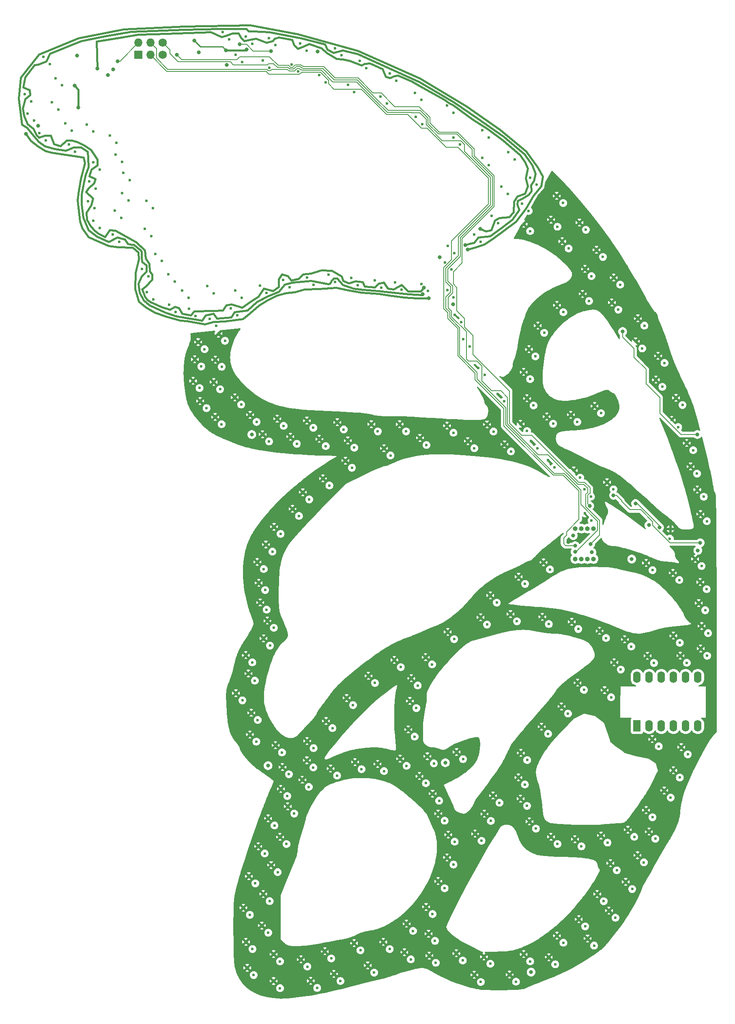
<source format=gbr>
%TF.GenerationSoftware,KiCad,Pcbnew,(6.99.0-3809-g2741d0eb4b)*%
%TF.CreationDate,2022-10-25T09:35:27-04:00*%
%TF.ProjectId,PortWing,506f7274-5769-46e6-972e-6b696361645f,rev?*%
%TF.SameCoordinates,Original*%
%TF.FileFunction,Copper,L4,Bot*%
%TF.FilePolarity,Positive*%
%FSLAX46Y46*%
G04 Gerber Fmt 4.6, Leading zero omitted, Abs format (unit mm)*
G04 Created by KiCad (PCBNEW (6.99.0-3809-g2741d0eb4b)) date 2022-10-25 09:35:27*
%MOMM*%
%LPD*%
G01*
G04 APERTURE LIST*
%TA.AperFunction,ComponentPad*%
%ADD10C,0.600000*%
%TD*%
%TA.AperFunction,ComponentPad*%
%ADD11O,1.000000X1.000000*%
%TD*%
%TA.AperFunction,ComponentPad*%
%ADD12R,1.600000X2.400000*%
%TD*%
%TA.AperFunction,ComponentPad*%
%ADD13O,1.600000X2.400000*%
%TD*%
%TA.AperFunction,ComponentPad*%
%ADD14C,1.727200*%
%TD*%
%TA.AperFunction,ComponentPad*%
%ADD15O,1.727200X1.727200*%
%TD*%
%TA.AperFunction,ComponentPad*%
%ADD16R,1.727200X1.727200*%
%TD*%
%TA.AperFunction,ViaPad*%
%ADD17C,0.800000*%
%TD*%
%TA.AperFunction,Conductor*%
%ADD18C,0.250000*%
%TD*%
%TA.AperFunction,Conductor*%
%ADD19C,0.400000*%
%TD*%
%TA.AperFunction,Conductor*%
%ADD20C,0.200000*%
%TD*%
G04 APERTURE END LIST*
D10*
%TO.P,D213,1,VSS*%
%TO.N,/GND*%
X52245401Y-38557279D03*
%TO.P,D213,3,VDD*%
%TO.N,/5V*%
X53595401Y-40057279D03*
%TD*%
%TO.P,D37,1,VSS*%
%TO.N,/GND*%
X128745401Y-177657279D03*
%TO.P,D37,3,VDD*%
%TO.N,/5V*%
X130095401Y-179157279D03*
%TD*%
%TO.P,D94,1,VSS*%
%TO.N,/GND*%
X100045401Y-119457279D03*
%TO.P,D94,3,VDD*%
%TO.N,/5V*%
X101395401Y-120957279D03*
%TD*%
%TO.P,D241,1,VSS*%
%TO.N,/GND*%
X84604294Y-66030886D03*
%TO.P,D241,3,VDD*%
%TO.N,/5V*%
X85954294Y-67530886D03*
%TD*%
%TO.P,D199,1,VSS*%
%TO.N,/GND*%
X39954294Y-13980886D03*
%TO.P,D199,3,VDD*%
%TO.N,/5V*%
X41304294Y-15480886D03*
%TD*%
%TO.P,D102,1,VSS*%
%TO.N,/GND*%
X71704294Y-133430886D03*
%TO.P,D102,3,VDD*%
%TO.N,/5V*%
X73054294Y-134930886D03*
%TD*%
%TO.P,D78,1,VSS*%
%TO.N,/GND*%
X104504294Y-143530886D03*
%TO.P,D78,3,VDD*%
%TO.N,/5V*%
X105854294Y-145030886D03*
%TD*%
%TO.P,D216,1,VSS*%
%TO.N,/GND*%
X53645401Y-42330886D03*
%TO.P,D216,3,VDD*%
%TO.N,/5V*%
X54995401Y-43830886D03*
%TD*%
%TO.P,D30,1,VSS*%
%TO.N,/GND*%
X141604294Y-158030886D03*
%TO.P,D30,3,VDD*%
%TO.N,/5V*%
X142954294Y-159530886D03*
%TD*%
%TO.P,D82,1,VSS*%
%TO.N,/GND*%
X105654294Y-161780886D03*
%TO.P,D82,3,VDD*%
%TO.N,/5V*%
X107004294Y-163280886D03*
%TD*%
%TO.P,D153,1,VSS*%
%TO.N,/GND*%
X157545401Y-70357279D03*
%TO.P,D153,3,VDD*%
%TO.N,/5V*%
X158895401Y-71857279D03*
%TD*%
D11*
%TO.P,J1,*%
%TO.N,*%
X134284293Y-88200885D03*
X134284293Y-94550885D03*
X135554293Y-88200885D03*
X135554293Y-94550885D03*
X136824293Y-88200885D03*
X136824293Y-94550885D03*
X138094293Y-88200885D03*
X138094293Y-94550885D03*
%TD*%
D10*
%TO.P,D12,1,VSS*%
%TO.N,/GND*%
X134754294Y-120380886D03*
%TO.P,D12,3,VDD*%
%TO.N,/5V*%
X136104294Y-121880886D03*
%TD*%
%TO.P,D47,1,VSS*%
%TO.N,/GND*%
X94204294Y-174480886D03*
%TO.P,D47,3,VDD*%
%TO.N,/5V*%
X95554294Y-175980886D03*
%TD*%
%TO.P,D45,1,VSS*%
%TO.N,/GND*%
X99054294Y-170680886D03*
%TO.P,D45,3,VDD*%
%TO.N,/5V*%
X100404294Y-172180886D03*
%TD*%
%TO.P,D233,1,VSS*%
%TO.N,/GND*%
X109104294Y-43630886D03*
%TO.P,D233,3,VDD*%
%TO.N,/5V*%
X110454294Y-45130886D03*
%TD*%
%TO.P,D253,1,VSS*%
%TO.N,/GND*%
X59145401Y-52957279D03*
%TO.P,D253,3,VDD*%
%TO.N,/5V*%
X60495401Y-54457279D03*
%TD*%
%TO.P,D107,1,VSS*%
%TO.N,/GND*%
X65504294Y-114630886D03*
%TO.P,D107,3,VDD*%
%TO.N,/5V*%
X66854294Y-116130886D03*
%TD*%
%TO.P,D152,1,VSS*%
%TO.N,/GND*%
X154404294Y-65530886D03*
%TO.P,D152,3,VDD*%
%TO.N,/5V*%
X155754294Y-67030886D03*
%TD*%
%TO.P,D196,1,VSS*%
%TO.N,/GND*%
X28554294Y-8080886D03*
%TO.P,D196,3,VDD*%
%TO.N,/5V*%
X29904294Y-9580886D03*
%TD*%
%TO.P,D159,1,VSS*%
%TO.N,/GND*%
X138704294Y-30030886D03*
%TO.P,D159,3,VDD*%
%TO.N,/5V*%
X140054294Y-31530886D03*
%TD*%
%TO.P,D85,1,VSS*%
%TO.N,/GND*%
X115304294Y-147730886D03*
%TO.P,D85,3,VDD*%
%TO.N,/5V*%
X116654294Y-149230886D03*
%TD*%
%TO.P,D53,1,VSS*%
%TO.N,/GND*%
X77004294Y-178130886D03*
%TO.P,D53,3,VDD*%
%TO.N,/5V*%
X78354294Y-179630886D03*
%TD*%
%TO.P,D20,1,VSS*%
%TO.N,/GND*%
X134204294Y-153030886D03*
%TO.P,D20,3,VDD*%
%TO.N,/5V*%
X135554294Y-154530886D03*
%TD*%
%TO.P,D206,1,VSS*%
%TO.N,/GND*%
X33654294Y-23980886D03*
%TO.P,D206,3,VDD*%
%TO.N,/5V*%
X35004294Y-25480886D03*
%TD*%
%TO.P,D251,1,VSS*%
%TO.N,/GND*%
X54504294Y-57380886D03*
%TO.P,D251,3,VDD*%
%TO.N,/5V*%
X55854294Y-58880886D03*
%TD*%
%TO.P,D170,1,VSS*%
%TO.N,/GND*%
X114854294Y-5080886D03*
%TO.P,D170,3,VDD*%
%TO.N,/5V*%
X116204294Y-6580886D03*
%TD*%
%TO.P,D165,1,VSS*%
%TO.N,/GND*%
X130404294Y-18780886D03*
%TO.P,D165,3,VDD*%
%TO.N,/5V*%
X131754294Y-20280886D03*
%TD*%
%TO.P,D116,1,VSS*%
%TO.N,/GND*%
X77404294Y-80630886D03*
%TO.P,D116,3,VDD*%
%TO.N,/5V*%
X78754294Y-82130886D03*
%TD*%
%TO.P,D119,1,VSS*%
%TO.N,/GND*%
X107504294Y-66730886D03*
%TO.P,D119,3,VDD*%
%TO.N,/5V*%
X108854294Y-68230886D03*
%TD*%
%TO.P,D62,1,VSS*%
%TO.N,/GND*%
X70804294Y-158430886D03*
%TO.P,D62,3,VDD*%
%TO.N,/5V*%
X72154294Y-159930886D03*
%TD*%
%TO.P,D249,1,VSS*%
%TO.N,/GND*%
X59104294Y-64930886D03*
%TO.P,D249,3,VDD*%
%TO.N,/5V*%
X60454294Y-66430886D03*
%TD*%
%TO.P,D86,1,VSS*%
%TO.N,/GND*%
X117104294Y-143930886D03*
%TO.P,D86,3,VDD*%
%TO.N,/5V*%
X118454294Y-145430886D03*
%TD*%
%TO.P,D44,1,VSS*%
%TO.N,/GND*%
X103645401Y-172757279D03*
%TO.P,D44,3,VDD*%
%TO.N,/5V*%
X104995401Y-174257279D03*
%TD*%
%TO.P,D14,1,VSS*%
%TO.N,/GND*%
X127245401Y-129557279D03*
%TO.P,D14,3,VDD*%
%TO.N,/5V*%
X128595401Y-131057279D03*
%TD*%
%TO.P,D76,1,VSS*%
%TO.N,/GND*%
X103404294Y-135730886D03*
%TO.P,D76,3,VDD*%
%TO.N,/5V*%
X104754294Y-137230886D03*
%TD*%
%TO.P,D68,1,VSS*%
%TO.N,/GND*%
X77304294Y-140630886D03*
%TO.P,D68,3,VDD*%
%TO.N,/5V*%
X78654294Y-142130886D03*
%TD*%
%TO.P,D66,1,VSS*%
%TO.N,/GND*%
X74254294Y-146180886D03*
%TO.P,D66,3,VDD*%
%TO.N,/5V*%
X75604294Y-147680886D03*
%TD*%
%TO.P,D163,1,VSS*%
%TO.N,/GND*%
X123504294Y-24630886D03*
%TO.P,D163,3,VDD*%
%TO.N,/5V*%
X124854294Y-26130886D03*
%TD*%
%TO.P,D61,1,VSS*%
%TO.N,/GND*%
X66145401Y-160757279D03*
%TO.P,D61,3,VDD*%
%TO.N,/5V*%
X67495401Y-162257279D03*
%TD*%
%TO.P,D195,1,VSS*%
%TO.N,/GND*%
X32354294Y-3880886D03*
%TO.P,D195,3,VDD*%
%TO.N,/5V*%
X33704294Y-5380886D03*
%TD*%
%TO.P,D115,1,VSS*%
%TO.N,/GND*%
X75254294Y-84080886D03*
%TO.P,D115,3,VDD*%
%TO.N,/5V*%
X76604294Y-85580886D03*
%TD*%
%TO.P,D96,1,VSS*%
%TO.N,/GND*%
X99404294Y-130130886D03*
%TO.P,D96,3,VDD*%
%TO.N,/5V*%
X100754294Y-131630886D03*
%TD*%
%TO.P,D227,1,VSS*%
%TO.N,/GND*%
X102145401Y-37157279D03*
%TO.P,D227,3,VDD*%
%TO.N,/5V*%
X103495401Y-38657279D03*
%TD*%
%TO.P,D9,1,VSS*%
%TO.N,/GND*%
X144604294Y-111330886D03*
%TO.P,D9,3,VDD*%
%TO.N,/5V*%
X145954294Y-112830886D03*
%TD*%
%TO.P,D124,1,VSS*%
%TO.N,/GND*%
X125045401Y-69957279D03*
%TO.P,D124,3,VDD*%
%TO.N,/5V*%
X126395401Y-71457279D03*
%TD*%
%TO.P,D70,1,VSS*%
%TO.N,/GND*%
X78254294Y-136580886D03*
%TO.P,D70,3,VDD*%
%TO.N,/5V*%
X79604294Y-138080886D03*
%TD*%
%TO.P,D198,1,VSS*%
%TO.N,/GND*%
X38354294Y-10180886D03*
%TO.P,D198,3,VDD*%
%TO.N,/5V*%
X39704294Y-11680886D03*
%TD*%
%TO.P,D226,1,VSS*%
%TO.N,/GND*%
X96645401Y-36857279D03*
%TO.P,D226,3,VDD*%
%TO.N,/5V*%
X97995401Y-38357279D03*
%TD*%
%TO.P,D92,1,VSS*%
%TO.N,/GND*%
X107654294Y-109780886D03*
%TO.P,D92,3,VDD*%
%TO.N,/5V*%
X109004294Y-111280886D03*
%TD*%
%TO.P,D125,1,VSS*%
%TO.N,/GND*%
X128604294Y-73930886D03*
%TO.P,D125,3,VDD*%
%TO.N,/5V*%
X129954294Y-75430886D03*
%TD*%
%TO.P,D230,1,VSS*%
%TO.N,/GND*%
X113204294Y-26830886D03*
%TO.P,D230,3,VDD*%
%TO.N,/5V*%
X114554294Y-28330886D03*
%TD*%
%TO.P,D120,1,VSS*%
%TO.N,/GND*%
X111845401Y-69957279D03*
%TO.P,D120,3,VDD*%
%TO.N,/5V*%
X113195401Y-71457279D03*
%TD*%
%TO.P,D100,1,VSS*%
%TO.N,/GND*%
X82245401Y-128357279D03*
%TO.P,D100,3,VDD*%
%TO.N,/5V*%
X83595401Y-129857279D03*
%TD*%
%TO.P,D74,1,VSS*%
%TO.N,/GND*%
X97704294Y-136230886D03*
%TO.P,D74,3,VDD*%
%TO.N,/5V*%
X99054294Y-137730886D03*
%TD*%
%TO.P,D3,1,VSS*%
%TO.N,/GND*%
X160045401Y-103757279D03*
%TO.P,D3,3,VDD*%
%TO.N,/5V*%
X161395401Y-105257279D03*
%TD*%
%TO.P,D228,1,VSS*%
%TO.N,/GND*%
X107045401Y-32657279D03*
%TO.P,D228,3,VDD*%
%TO.N,/5V*%
X108395401Y-34157279D03*
%TD*%
%TO.P,D72,1,VSS*%
%TO.N,/GND*%
X88304294Y-136930886D03*
%TO.P,D72,3,VDD*%
%TO.N,/5V*%
X89654294Y-138430886D03*
%TD*%
%TO.P,D98,1,VSS*%
%TO.N,/GND*%
X91104294Y-118930886D03*
%TO.P,D98,3,VDD*%
%TO.N,/5V*%
X92454294Y-120430886D03*
%TD*%
%TO.P,D190,1,VSS*%
%TO.N,/GND*%
X25004294Y769114D03*
%TO.P,D190,3,VDD*%
%TO.N,/5V*%
X26354294Y-730886D03*
%TD*%
%TO.P,D193,1,VSS*%
%TO.N,/GND*%
X22454294Y-5680886D03*
%TO.P,D193,3,VDD*%
%TO.N,/5V*%
X23804294Y-7180886D03*
%TD*%
%TO.P,D54,1,VSS*%
%TO.N,/GND*%
X71304294Y-182630886D03*
%TO.P,D54,3,VDD*%
%TO.N,/5V*%
X72654294Y-184130886D03*
%TD*%
%TO.P,D22,1,VSS*%
%TO.N,/GND*%
X145245401Y-151057279D03*
%TO.P,D22,3,VDD*%
%TO.N,/5V*%
X146595401Y-152557279D03*
%TD*%
%TO.P,D154,1,VSS*%
%TO.N,/GND*%
X158345401Y-75257279D03*
%TO.P,D154,3,VDD*%
%TO.N,/5V*%
X159695401Y-76757279D03*
%TD*%
%TO.P,D239,1,VSS*%
%TO.N,/GND*%
X86304294Y-74030886D03*
%TO.P,D239,3,VDD*%
%TO.N,/5V*%
X87654294Y-75530886D03*
%TD*%
%TO.P,D81,1,VSS*%
%TO.N,/GND*%
X107504294Y-156830886D03*
%TO.P,D81,3,VDD*%
%TO.N,/5V*%
X108854294Y-158330886D03*
%TD*%
%TO.P,D242,1,VSS*%
%TO.N,/GND*%
X80845401Y-69504493D03*
%TO.P,D242,3,VDD*%
%TO.N,/5V*%
X82195401Y-71004493D03*
%TD*%
%TO.P,D48,1,VSS*%
%TO.N,/GND*%
X88104294Y-174730886D03*
%TO.P,D48,3,VDD*%
%TO.N,/5V*%
X89454294Y-176230886D03*
%TD*%
%TO.P,D135,1,VSS*%
%TO.N,/GND*%
X136304294Y-85030886D03*
%TO.P,D135,3,VDD*%
%TO.N,/5V*%
X137654294Y-86530886D03*
%TD*%
%TO.P,D79,1,VSS*%
%TO.N,/GND*%
X105654294Y-147680886D03*
%TO.P,D79,3,VDD*%
%TO.N,/5V*%
X107004294Y-149180886D03*
%TD*%
%TO.P,D10,1,VSS*%
%TO.N,/GND*%
X142404294Y-116130886D03*
%TO.P,D10,3,VDD*%
%TO.N,/5V*%
X143754294Y-117630886D03*
%TD*%
%TO.P,D128,1,VSS*%
%TO.N,/GND*%
X140904294Y-78530886D03*
%TO.P,D128,3,VDD*%
%TO.N,/5V*%
X142254294Y-80030886D03*
%TD*%
%TO.P,D237,1,VSS*%
%TO.N,/GND*%
X94345401Y-71457279D03*
%TO.P,D237,3,VDD*%
%TO.N,/5V*%
X95695401Y-72957279D03*
%TD*%
%TO.P,D21,1,VSS*%
%TO.N,/GND*%
X139645401Y-152257279D03*
%TO.P,D21,3,VDD*%
%TO.N,/5V*%
X140995401Y-153757279D03*
%TD*%
%TO.P,D164,1,VSS*%
%TO.N,/GND*%
X123204294Y-20430886D03*
%TO.P,D164,3,VDD*%
%TO.N,/5V*%
X124554294Y-21930886D03*
%TD*%
%TO.P,D246,1,VSS*%
%TO.N,/GND*%
X66404294Y-64457279D03*
%TO.P,D246,3,VDD*%
%TO.N,/5V*%
X67754294Y-65957279D03*
%TD*%
%TO.P,D185,1,VSS*%
%TO.N,/GND*%
X65504294Y14469114D03*
%TO.P,D185,3,VDD*%
%TO.N,/5V*%
X66854294Y12969114D03*
%TD*%
%TO.P,D197,1,VSS*%
%TO.N,/GND*%
X37154294Y-6180886D03*
%TO.P,D197,3,VDD*%
%TO.N,/5V*%
X38504294Y-7680886D03*
%TD*%
%TO.P,D11,1,VSS*%
%TO.N,/GND*%
X140404294Y-121930886D03*
%TO.P,D11,3,VDD*%
%TO.N,/5V*%
X141754294Y-123430886D03*
%TD*%
%TO.P,D28,1,VSS*%
%TO.N,/GND*%
X149645401Y-151457279D03*
%TO.P,D28,3,VDD*%
%TO.N,/5V*%
X150995401Y-152957279D03*
%TD*%
%TO.P,D220,1,VSS*%
%TO.N,/GND*%
X68504294Y-37530886D03*
%TO.P,D220,3,VDD*%
%TO.N,/5V*%
X69854294Y-39030886D03*
%TD*%
%TO.P,D8,1,VSS*%
%TO.N,/GND*%
X149345401Y-114757279D03*
%TO.P,D8,3,VDD*%
%TO.N,/5V*%
X150695401Y-116257279D03*
%TD*%
%TO.P,D2,1,VSS*%
%TO.N,/GND*%
X159304294Y-94530886D03*
%TO.P,D2,3,VDD*%
%TO.N,/5V*%
X160654294Y-96030886D03*
%TD*%
%TO.P,D129,1,VSS*%
%TO.N,/GND*%
X154125005Y-88290937D03*
%TO.P,D129,3,VDD*%
%TO.N,/5V*%
X154018939Y-90306191D03*
%TD*%
%TO.P,D158,1,VSS*%
%TO.N,/GND*%
X136304294Y-34030886D03*
%TO.P,D158,3,VDD*%
%TO.N,/5V*%
X137654294Y-35530886D03*
%TD*%
%TO.P,D59,1,VSS*%
%TO.N,/GND*%
X65004294Y-167330886D03*
%TO.P,D59,3,VDD*%
%TO.N,/5V*%
X66354294Y-168830886D03*
%TD*%
%TO.P,D248,1,VSS*%
%TO.N,/GND*%
X63204294Y-60830886D03*
%TO.P,D248,3,VDD*%
%TO.N,/5V*%
X64554294Y-62330886D03*
%TD*%
%TO.P,D252,1,VSS*%
%TO.N,/GND*%
X58804294Y-57630886D03*
%TO.P,D252,3,VDD*%
%TO.N,/5V*%
X60154294Y-59130886D03*
%TD*%
%TO.P,D167,1,VSS*%
%TO.N,/GND*%
X118845401Y-16857279D03*
%TO.P,D167,3,VDD*%
%TO.N,/5V*%
X120195401Y-18357279D03*
%TD*%
%TO.P,D238,1,VSS*%
%TO.N,/GND*%
X91704294Y-66430886D03*
%TO.P,D238,3,VDD*%
%TO.N,/5V*%
X93054294Y-67930886D03*
%TD*%
%TO.P,D4,1,VSS*%
%TO.N,/GND*%
X160645401Y-108557279D03*
%TO.P,D4,3,VDD*%
%TO.N,/5V*%
X161995401Y-110057279D03*
%TD*%
%TO.P,D137,1,VSS*%
%TO.N,/GND*%
X133345401Y-64457279D03*
%TO.P,D137,3,VDD*%
%TO.N,/5V*%
X134695401Y-65957279D03*
%TD*%
%TO.P,D139,1,VSS*%
%TO.N,/GND*%
X124204294Y-61030886D03*
%TO.P,D139,3,VDD*%
%TO.N,/5V*%
X125554294Y-62530886D03*
%TD*%
%TO.P,D121,1,VSS*%
%TO.N,/GND*%
X115854294Y-66480886D03*
%TO.P,D121,3,VDD*%
%TO.N,/5V*%
X117204294Y-67980886D03*
%TD*%
%TO.P,D31,1,VSS*%
%TO.N,/GND*%
X144804294Y-161930886D03*
%TO.P,D31,3,VDD*%
%TO.N,/5V*%
X146154294Y-163430886D03*
%TD*%
%TO.P,D187,1,VSS*%
%TO.N,/GND*%
X60704294Y15369114D03*
%TO.P,D187,3,VDD*%
%TO.N,/5V*%
X62054294Y13869114D03*
%TD*%
%TO.P,D182,1,VSS*%
%TO.N,/GND*%
X75104294Y8669114D03*
%TO.P,D182,3,VDD*%
%TO.N,/5V*%
X76454294Y7169114D03*
%TD*%
%TO.P,D250,1,VSS*%
%TO.N,/GND*%
X55954294Y-61580886D03*
%TO.P,D250,3,VDD*%
%TO.N,/5V*%
X57304294Y-63080886D03*
%TD*%
%TO.P,D123,1,VSS*%
%TO.N,/GND*%
X122845401Y-66357279D03*
%TO.P,D123,3,VDD*%
%TO.N,/5V*%
X124195401Y-67857279D03*
%TD*%
%TO.P,D243,1,VSS*%
%TO.N,/GND*%
X78254294Y-65680886D03*
%TO.P,D243,3,VDD*%
%TO.N,/5V*%
X79604294Y-67180886D03*
%TD*%
%TO.P,D247,1,VSS*%
%TO.N,/GND*%
X69004294Y-68530886D03*
%TO.P,D247,3,VDD*%
%TO.N,/5V*%
X70354294Y-70030886D03*
%TD*%
%TO.P,D113,1,VSS*%
%TO.N,/GND*%
X69704294Y-91530886D03*
%TO.P,D113,3,VDD*%
%TO.N,/5V*%
X71054294Y-93030886D03*
%TD*%
%TO.P,D245,1,VSS*%
%TO.N,/GND*%
X72054294Y-65280886D03*
%TO.P,D245,3,VDD*%
%TO.N,/5V*%
X73404294Y-66780886D03*
%TD*%
%TO.P,D26,1,VSS*%
%TO.N,/GND*%
X156404294Y-133830886D03*
%TO.P,D26,3,VDD*%
%TO.N,/5V*%
X157754294Y-135330886D03*
%TD*%
%TO.P,D39,1,VSS*%
%TO.N,/GND*%
X120554294Y-181280886D03*
%TO.P,D39,3,VDD*%
%TO.N,/5V*%
X121904294Y-182780886D03*
%TD*%
%TO.P,D105,1,VSS*%
%TO.N,/GND*%
X63445401Y-122557279D03*
%TO.P,D105,3,VDD*%
%TO.N,/5V*%
X64795401Y-124057279D03*
%TD*%
%TO.P,D209,1,VSS*%
%TO.N,/GND*%
X46654294Y-30880886D03*
%TO.P,D209,3,VDD*%
%TO.N,/5V*%
X48004294Y-32380886D03*
%TD*%
%TO.P,D210,1,VSS*%
%TO.N,/GND*%
X43845401Y-34057279D03*
%TO.P,D210,3,VDD*%
%TO.N,/5V*%
X45195401Y-35557279D03*
%TD*%
%TO.P,D192,1,VSS*%
%TO.N,/GND*%
X19954294Y-1580886D03*
%TO.P,D192,3,VDD*%
%TO.N,/5V*%
X21304294Y-3080886D03*
%TD*%
%TO.P,D57,1,VSS*%
%TO.N,/GND*%
X65545401Y-174457279D03*
%TO.P,D57,3,VDD*%
%TO.N,/5V*%
X66895401Y-175957279D03*
%TD*%
%TO.P,D244,1,VSS*%
%TO.N,/GND*%
X74804294Y-69030886D03*
%TO.P,D244,3,VDD*%
%TO.N,/5V*%
X76154294Y-70530886D03*
%TD*%
%TO.P,D171,1,VSS*%
%TO.N,/GND*%
X108854294Y-6580886D03*
%TO.P,D171,3,VDD*%
%TO.N,/5V*%
X110204294Y-8080886D03*
%TD*%
%TO.P,D63,1,VSS*%
%TO.N,/GND*%
X68104294Y-154530886D03*
%TO.P,D63,3,VDD*%
%TO.N,/5V*%
X69454294Y-156030886D03*
%TD*%
%TO.P,D136,1,VSS*%
%TO.N,/GND*%
X128304294Y-64830886D03*
%TO.P,D136,3,VDD*%
%TO.N,/5V*%
X129654294Y-66330886D03*
%TD*%
%TO.P,D219,1,VSS*%
%TO.N,/GND*%
X63304294Y-38530886D03*
%TO.P,D219,3,VDD*%
%TO.N,/5V*%
X64654294Y-40030886D03*
%TD*%
%TO.P,D93,1,VSS*%
%TO.N,/GND*%
X103045401Y-115057279D03*
%TO.P,D93,3,VDD*%
%TO.N,/5V*%
X104395401Y-116557279D03*
%TD*%
%TO.P,D134,1,VSS*%
%TO.N,/GND*%
X116545401Y-102157279D03*
%TO.P,D134,3,VDD*%
%TO.N,/5V*%
X117895401Y-103657279D03*
%TD*%
%TO.P,D17,1,VSS*%
%TO.N,/GND*%
X122854294Y-144580886D03*
%TO.P,D17,3,VDD*%
%TO.N,/5V*%
X124204294Y-146080886D03*
%TD*%
%TO.P,D34,1,VSS*%
%TO.N,/GND*%
X135004294Y-169730886D03*
%TO.P,D34,3,VDD*%
%TO.N,/5V*%
X136354294Y-171230886D03*
%TD*%
%TO.P,D177,1,VSS*%
%TO.N,/GND*%
X89304294Y9369114D03*
%TO.P,D177,3,VDD*%
%TO.N,/5V*%
X90654294Y7869114D03*
%TD*%
%TO.P,D88,1,VSS*%
%TO.N,/GND*%
X133545401Y-107657279D03*
%TO.P,D88,3,VDD*%
%TO.N,/5V*%
X134895401Y-109157279D03*
%TD*%
%TO.P,D84,1,VSS*%
%TO.N,/GND*%
X113354294Y-151880886D03*
%TO.P,D84,3,VDD*%
%TO.N,/5V*%
X114704294Y-153380886D03*
%TD*%
%TO.P,D240,1,VSS*%
%TO.N,/GND*%
X86804294Y-69830886D03*
%TO.P,D240,3,VDD*%
%TO.N,/5V*%
X88154294Y-71330886D03*
%TD*%
%TO.P,D90,1,VSS*%
%TO.N,/GND*%
X120745401Y-106057279D03*
%TO.P,D90,3,VDD*%
%TO.N,/5V*%
X122095401Y-107557279D03*
%TD*%
%TO.P,D126,1,VSS*%
%TO.N,/GND*%
X133954294Y-76080886D03*
%TO.P,D126,3,VDD*%
%TO.N,/5V*%
X135304294Y-77580886D03*
%TD*%
%TO.P,D229,1,VSS*%
%TO.N,/GND*%
X107704294Y-29230886D03*
%TO.P,D229,3,VDD*%
%TO.N,/5V*%
X109054294Y-30730886D03*
%TD*%
%TO.P,D109,1,VSS*%
%TO.N,/GND*%
X70004294Y-107430886D03*
%TO.P,D109,3,VDD*%
%TO.N,/5V*%
X71354294Y-108930886D03*
%TD*%
%TO.P,D87,1,VSS*%
%TO.N,/GND*%
X139345401Y-109557279D03*
%TO.P,D87,3,VDD*%
%TO.N,/5V*%
X140695401Y-111057279D03*
%TD*%
%TO.P,D189,1,VSS*%
%TO.N,/GND*%
X23254294Y10219114D03*
%TO.P,D189,3,VDD*%
%TO.N,/5V*%
X24604294Y8719114D03*
%TD*%
%TO.P,D24,1,VSS*%
%TO.N,/GND*%
X152845401Y-142857279D03*
%TO.P,D24,3,VDD*%
%TO.N,/5V*%
X154195401Y-144357279D03*
%TD*%
%TO.P,D256,1,VSS*%
%TO.N,/GND*%
X59804294Y-47530886D03*
%TO.P,D256,3,VDD*%
%TO.N,/5V*%
X61154294Y-49030886D03*
%TD*%
%TO.P,D207,1,VSS*%
%TO.N,/GND*%
X37754294Y-26880886D03*
%TO.P,D207,3,VDD*%
%TO.N,/5V*%
X39104294Y-28380886D03*
%TD*%
%TO.P,D95,1,VSS*%
%TO.N,/GND*%
X99754294Y-124180886D03*
%TO.P,D95,3,VDD*%
%TO.N,/5V*%
X101104294Y-125680886D03*
%TD*%
%TO.P,D106,1,VSS*%
%TO.N,/GND*%
X66045401Y-118457279D03*
%TO.P,D106,3,VDD*%
%TO.N,/5V*%
X67395401Y-119957279D03*
%TD*%
%TO.P,D208,1,VSS*%
%TO.N,/GND*%
X44445401Y-25704493D03*
%TO.P,D208,3,VDD*%
%TO.N,/5V*%
X45795401Y-27204493D03*
%TD*%
%TO.P,D205,1,VSS*%
%TO.N,/GND*%
X38154294Y-21880886D03*
%TO.P,D205,3,VDD*%
%TO.N,/5V*%
X39504294Y-23380886D03*
%TD*%
%TO.P,D77,1,VSS*%
%TO.N,/GND*%
X109504294Y-134830886D03*
%TO.P,D77,3,VDD*%
%TO.N,/5V*%
X110854294Y-136330886D03*
%TD*%
%TO.P,D215,1,VSS*%
%TO.N,/GND*%
X57504294Y-37630886D03*
%TO.P,D215,3,VDD*%
%TO.N,/5V*%
X58854294Y-39130886D03*
%TD*%
%TO.P,D19,1,VSS*%
%TO.N,/GND*%
X129204294Y-152530886D03*
%TO.P,D19,3,VDD*%
%TO.N,/5V*%
X130554294Y-154030886D03*
%TD*%
%TO.P,D168,1,VSS*%
%TO.N,/GND*%
X120254294Y-9680886D03*
%TO.P,D168,3,VDD*%
%TO.N,/5V*%
X121604294Y-11180886D03*
%TD*%
%TO.P,D49,1,VSS*%
%TO.N,/GND*%
X90954294Y-179380886D03*
%TO.P,D49,3,VDD*%
%TO.N,/5V*%
X92304294Y-180880886D03*
%TD*%
%TO.P,D52,1,VSS*%
%TO.N,/GND*%
X79054294Y-182580886D03*
%TO.P,D52,3,VDD*%
%TO.N,/5V*%
X80404294Y-184080886D03*
%TD*%
%TO.P,D186,1,VSS*%
%TO.N,/GND*%
X63404294Y10669114D03*
%TO.P,D186,3,VDD*%
%TO.N,/5V*%
X64754294Y9169114D03*
%TD*%
%TO.P,D103,1,VSS*%
%TO.N,/GND*%
X66354294Y-131180886D03*
%TO.P,D103,3,VDD*%
%TO.N,/5V*%
X67704294Y-132680886D03*
%TD*%
%TO.P,D89,1,VSS*%
%TO.N,/GND*%
X127404294Y-106630886D03*
%TO.P,D89,3,VDD*%
%TO.N,/5V*%
X128754294Y-108130886D03*
%TD*%
%TO.P,D183,1,VSS*%
%TO.N,/GND*%
X69045401Y9442721D03*
%TO.P,D183,3,VDD*%
%TO.N,/5V*%
X70395401Y7942721D03*
%TD*%
%TO.P,D222,1,VSS*%
%TO.N,/GND*%
X78304294Y-35830886D03*
%TO.P,D222,3,VDD*%
%TO.N,/5V*%
X79654294Y-37330886D03*
%TD*%
%TO.P,D156,1,VSS*%
%TO.N,/GND*%
X160404294Y-85180886D03*
%TO.P,D156,3,VDD*%
%TO.N,/5V*%
X161754294Y-86680886D03*
%TD*%
%TO.P,D147,1,VSS*%
%TO.N,/GND*%
X147345401Y-44357279D03*
%TO.P,D147,3,VDD*%
%TO.N,/5V*%
X148695401Y-45857279D03*
%TD*%
%TO.P,D71,1,VSS*%
%TO.N,/GND*%
X83204294Y-138280886D03*
%TO.P,D71,3,VDD*%
%TO.N,/5V*%
X84554294Y-139780886D03*
%TD*%
%TO.P,D56,1,VSS*%
%TO.N,/GND*%
X65804294Y-179880886D03*
%TO.P,D56,3,VDD*%
%TO.N,/5V*%
X67154294Y-181380886D03*
%TD*%
%TO.P,D235,1,VSS*%
%TO.N,/GND*%
X114054294Y-54680886D03*
%TO.P,D235,3,VDD*%
%TO.N,/5V*%
X115404294Y-56180886D03*
%TD*%
%TO.P,D27,1,VSS*%
%TO.N,/GND*%
X150345401Y-132157279D03*
%TO.P,D27,3,VDD*%
%TO.N,/5V*%
X151695401Y-133657279D03*
%TD*%
%TO.P,D133,1,VSS*%
%TO.N,/GND*%
X122445401Y-98257279D03*
%TO.P,D133,3,VDD*%
%TO.N,/5V*%
X123795401Y-99757279D03*
%TD*%
%TO.P,D144,1,VSS*%
%TO.N,/GND*%
X130445401Y-41557279D03*
%TO.P,D144,3,VDD*%
%TO.N,/5V*%
X131795401Y-43057279D03*
%TD*%
%TO.P,D73,1,VSS*%
%TO.N,/GND*%
X93004294Y-137330886D03*
%TO.P,D73,3,VDD*%
%TO.N,/5V*%
X94354294Y-138830886D03*
%TD*%
%TO.P,D176,1,VSS*%
%TO.N,/GND*%
X93604294Y1969114D03*
%TO.P,D176,3,VDD*%
%TO.N,/5V*%
X94954294Y469114D03*
%TD*%
%TO.P,D254,1,VSS*%
%TO.N,/GND*%
X54854294Y-52880886D03*
%TO.P,D254,3,VDD*%
%TO.N,/5V*%
X56204294Y-54380886D03*
%TD*%
%TO.P,D174,1,VSS*%
%TO.N,/GND*%
X100854294Y2719114D03*
%TO.P,D174,3,VDD*%
%TO.N,/5V*%
X102204294Y1219114D03*
%TD*%
%TO.P,D97,1,VSS*%
%TO.N,/GND*%
X96504294Y-115630886D03*
%TO.P,D97,3,VDD*%
%TO.N,/5V*%
X97854294Y-117130886D03*
%TD*%
%TO.P,D6,1,VSS*%
%TO.N,/GND*%
X154745401Y-110557279D03*
%TO.P,D6,3,VDD*%
%TO.N,/5V*%
X156095401Y-112057279D03*
%TD*%
%TO.P,D146,1,VSS*%
%TO.N,/GND*%
X141904294Y-41030886D03*
%TO.P,D146,3,VDD*%
%TO.N,/5V*%
X143254294Y-42530886D03*
%TD*%
%TO.P,D67,1,VSS*%
%TO.N,/GND*%
X72804294Y-142530886D03*
%TO.P,D67,3,VDD*%
%TO.N,/5V*%
X74154294Y-144030886D03*
%TD*%
%TO.P,D150,1,VSS*%
%TO.N,/GND*%
X151104294Y-57130886D03*
%TO.P,D150,3,VDD*%
%TO.N,/5V*%
X152454294Y-58630886D03*
%TD*%
D12*
%TO.P,J14,1,Pin_1*%
%TO.N,unconnected-(J14-Pin_1)*%
X147154293Y-129380885D03*
D13*
%TO.P,J14,2,Pin_2*%
%TO.N,unconnected-(J14-Pin_2)*%
X149694293Y-129380885D03*
%TO.P,J14,3,Pin_3*%
%TO.N,unconnected-(J14-Pin_3)*%
X152234293Y-129380885D03*
%TO.P,J14,4,Pin_4*%
%TO.N,unconnected-(J14-Pin_4)*%
X154774293Y-129380885D03*
%TO.P,J14,5,Pin_5*%
%TO.N,unconnected-(J14-Pin_5)*%
X157314293Y-129380885D03*
%TO.P,J14,6,Pin_6*%
%TO.N,unconnected-(J14-Pin_6)*%
X159854293Y-129380885D03*
%TO.P,J14,7,Pin_7*%
%TO.N,unconnected-(J14-Pin_7)*%
X159854293Y-119220885D03*
%TO.P,J14,8,Pin_8*%
%TO.N,unconnected-(J14-Pin_8)*%
X157314293Y-119220885D03*
%TO.P,J14,9,Pin_9*%
%TO.N,unconnected-(J14-Pin_9)*%
X154774293Y-119220885D03*
%TO.P,J14,10,Pin_10*%
%TO.N,unconnected-(J14-Pin_10)*%
X152234293Y-119220885D03*
%TO.P,J14,11,Pin_11*%
%TO.N,unconnected-(J14-Pin_11)*%
X149694293Y-119220885D03*
%TO.P,J14,12,Pin_12*%
%TO.N,unconnected-(J14-Pin_12)*%
X147154293Y-119220885D03*
%TD*%
D10*
%TO.P,D15,1,VSS*%
%TO.N,/GND*%
X122904294Y-135030886D03*
%TO.P,D15,3,VDD*%
%TO.N,/5V*%
X124254294Y-136530886D03*
%TD*%
%TO.P,D202,1,VSS*%
%TO.N,/GND*%
X32554294Y-19880886D03*
%TO.P,D202,3,VDD*%
%TO.N,/5V*%
X33904294Y-21380886D03*
%TD*%
%TO.P,D118,1,VSS*%
%TO.N,/GND*%
X101854294Y-69280886D03*
%TO.P,D118,3,VDD*%
%TO.N,/5V*%
X103204294Y-70780886D03*
%TD*%
%TO.P,D80,1,VSS*%
%TO.N,/GND*%
X107754294Y-152080886D03*
%TO.P,D80,3,VDD*%
%TO.N,/5V*%
X109104294Y-153580886D03*
%TD*%
%TO.P,D221,1,VSS*%
%TO.N,/GND*%
X73304294Y-36330886D03*
%TO.P,D221,3,VDD*%
%TO.N,/5V*%
X74654294Y-37830886D03*
%TD*%
%TO.P,D13,1,VSS*%
%TO.N,/GND*%
X131404294Y-125330886D03*
%TO.P,D13,3,VDD*%
%TO.N,/5V*%
X132754294Y-126830886D03*
%TD*%
%TO.P,D155,1,VSS*%
%TO.N,/GND*%
X159745401Y-80057279D03*
%TO.P,D155,3,VDD*%
%TO.N,/5V*%
X161095401Y-81557279D03*
%TD*%
%TO.P,D217,1,VSS*%
%TO.N,/GND*%
X58004294Y-44430886D03*
%TO.P,D217,3,VDD*%
%TO.N,/5V*%
X59354294Y-45930886D03*
%TD*%
%TO.P,D141,1,VSS*%
%TO.N,/GND*%
X123504294Y-55530886D03*
%TO.P,D141,3,VDD*%
%TO.N,/5V*%
X124854294Y-57030886D03*
%TD*%
%TO.P,D203,1,VSS*%
%TO.N,/GND*%
X39704294Y-18230886D03*
%TO.P,D203,3,VDD*%
%TO.N,/5V*%
X41054294Y-19730886D03*
%TD*%
%TO.P,D65,1,VSS*%
%TO.N,/GND*%
X70154294Y-148680886D03*
%TO.P,D65,3,VDD*%
%TO.N,/5V*%
X71504294Y-150180886D03*
%TD*%
%TO.P,D36,1,VSS*%
%TO.N,/GND*%
X130445401Y-173157279D03*
%TO.P,D36,3,VDD*%
%TO.N,/5V*%
X131795401Y-174657279D03*
%TD*%
%TO.P,D145,1,VSS*%
%TO.N,/GND*%
X135804294Y-39230886D03*
%TO.P,D145,3,VDD*%
%TO.N,/5V*%
X137154294Y-40730886D03*
%TD*%
%TO.P,D29,1,VSS*%
%TO.N,/GND*%
X147254294Y-156380886D03*
%TO.P,D29,3,VDD*%
%TO.N,/5V*%
X148604294Y-157880886D03*
%TD*%
%TO.P,D101,1,VSS*%
%TO.N,/GND*%
X78304294Y-132530886D03*
%TO.P,D101,3,VDD*%
%TO.N,/5V*%
X79654294Y-134030886D03*
%TD*%
%TO.P,D173,1,VSS*%
%TO.N,/GND*%
X101004294Y-2280886D03*
%TO.P,D173,3,VDD*%
%TO.N,/5V*%
X102354294Y-3780886D03*
%TD*%
%TO.P,D223,1,VSS*%
%TO.N,/GND*%
X82804294Y-35230886D03*
%TO.P,D223,3,VDD*%
%TO.N,/5V*%
X84154294Y-36730886D03*
%TD*%
%TO.P,D23,1,VSS*%
%TO.N,/GND*%
X149045401Y-146957279D03*
%TO.P,D23,3,VDD*%
%TO.N,/5V*%
X150395401Y-148457279D03*
%TD*%
%TO.P,D138,1,VSS*%
%TO.N,/GND*%
X138304294Y-62630886D03*
%TO.P,D138,3,VDD*%
%TO.N,/5V*%
X139654294Y-64130886D03*
%TD*%
%TO.P,D46,1,VSS*%
%TO.N,/GND*%
X98604294Y-176630886D03*
%TO.P,D46,3,VDD*%
%TO.N,/5V*%
X99954294Y-178130886D03*
%TD*%
%TO.P,D108,1,VSS*%
%TO.N,/GND*%
X69204294Y-111130886D03*
%TO.P,D108,3,VDD*%
%TO.N,/5V*%
X70554294Y-112630886D03*
%TD*%
%TO.P,D172,1,VSS*%
%TO.N,/GND*%
X107504294Y69114D03*
%TO.P,D172,3,VDD*%
%TO.N,/5V*%
X108854294Y-1430886D03*
%TD*%
%TO.P,D166,1,VSS*%
%TO.N,/GND*%
X124845401Y-14957279D03*
%TO.P,D166,3,VDD*%
%TO.N,/5V*%
X126195401Y-16457279D03*
%TD*%
%TO.P,D132,1,VSS*%
%TO.N,/GND*%
X127645401Y-95257279D03*
%TO.P,D132,3,VDD*%
%TO.N,/5V*%
X128995401Y-96757279D03*
%TD*%
%TO.P,D55,1,VSS*%
%TO.N,/GND*%
X71304294Y-177030886D03*
%TO.P,D55,3,VDD*%
%TO.N,/5V*%
X72654294Y-178530886D03*
%TD*%
%TO.P,D211,1,VSS*%
%TO.N,/GND*%
X44845401Y-38857279D03*
%TO.P,D211,3,VDD*%
%TO.N,/5V*%
X46195401Y-40357279D03*
%TD*%
%TO.P,D50,1,VSS*%
%TO.N,/GND*%
X83904294Y-181130886D03*
%TO.P,D50,3,VDD*%
%TO.N,/5V*%
X85254294Y-182630886D03*
%TD*%
%TO.P,D214,1,VSS*%
%TO.N,/GND*%
X49504294Y-41530886D03*
%TO.P,D214,3,VDD*%
%TO.N,/5V*%
X50854294Y-43030886D03*
%TD*%
%TO.P,D60,1,VSS*%
%TO.N,/GND*%
X69145401Y-164457279D03*
%TO.P,D60,3,VDD*%
%TO.N,/5V*%
X70495401Y-165957279D03*
%TD*%
%TO.P,D231,1,VSS*%
%TO.N,/GND*%
X116845401Y-22957279D03*
%TO.P,D231,3,VDD*%
%TO.N,/5V*%
X118195401Y-24457279D03*
%TD*%
%TO.P,D179,1,VSS*%
%TO.N,/GND*%
X84145401Y12042721D03*
%TO.P,D179,3,VDD*%
%TO.N,/5V*%
X85495401Y10542721D03*
%TD*%
%TO.P,D33,1,VSS*%
%TO.N,/GND*%
X141304294Y-167930886D03*
%TO.P,D33,3,VDD*%
%TO.N,/5V*%
X142654294Y-169430886D03*
%TD*%
%TO.P,D232,1,VSS*%
%TO.N,/GND*%
X107545401Y-38457279D03*
%TO.P,D232,3,VDD*%
%TO.N,/5V*%
X108895401Y-39957279D03*
%TD*%
%TO.P,D169,1,VSS*%
%TO.N,/GND*%
X114845401Y-10857279D03*
%TO.P,D169,3,VDD*%
%TO.N,/5V*%
X116195401Y-12357279D03*
%TD*%
%TO.P,D212,1,VSS*%
%TO.N,/GND*%
X49304294Y-35130886D03*
%TO.P,D212,3,VDD*%
%TO.N,/5V*%
X50654294Y-36630886D03*
%TD*%
%TO.P,D224,1,VSS*%
%TO.N,/GND*%
X87504294Y-35930886D03*
%TO.P,D224,3,VDD*%
%TO.N,/5V*%
X88854294Y-37430886D03*
%TD*%
%TO.P,D5,1,VSS*%
%TO.N,/GND*%
X160445401Y-113257279D03*
%TO.P,D5,3,VDD*%
%TO.N,/5V*%
X161795401Y-114757279D03*
%TD*%
%TO.P,D201,1,VSS*%
%TO.N,/GND*%
X32854294Y-15780886D03*
%TO.P,D201,3,VDD*%
%TO.N,/5V*%
X34204294Y-17280886D03*
%TD*%
%TO.P,D43,1,VSS*%
%TO.N,/GND*%
X103804294Y-177330886D03*
%TO.P,D43,3,VDD*%
%TO.N,/5V*%
X105154294Y-178830886D03*
%TD*%
%TO.P,D160,1,VSS*%
%TO.N,/GND*%
X131545401Y-28257279D03*
%TO.P,D160,3,VDD*%
%TO.N,/5V*%
X132895401Y-29757279D03*
%TD*%
%TO.P,D175,1,VSS*%
%TO.N,/GND*%
X95604294Y6769114D03*
%TO.P,D175,3,VDD*%
%TO.N,/5V*%
X96954294Y5269114D03*
%TD*%
%TO.P,D234,1,VSS*%
%TO.N,/GND*%
X110904294Y-48730886D03*
%TO.P,D234,3,VDD*%
%TO.N,/5V*%
X112254294Y-50230886D03*
%TD*%
%TO.P,D114,1,VSS*%
%TO.N,/GND*%
X71404294Y-87830886D03*
%TO.P,D114,3,VDD*%
%TO.N,/5V*%
X72754294Y-89330886D03*
%TD*%
%TO.P,D151,1,VSS*%
%TO.N,/GND*%
X155304294Y-60930886D03*
%TO.P,D151,3,VDD*%
%TO.N,/5V*%
X156654294Y-62430886D03*
%TD*%
%TO.P,D140,1,VSS*%
%TO.N,/GND*%
X118104294Y-60130886D03*
%TO.P,D140,3,VDD*%
%TO.N,/5V*%
X119454294Y-61630886D03*
%TD*%
%TO.P,D180,1,VSS*%
%TO.N,/GND*%
X80804294Y6419114D03*
%TO.P,D180,3,VDD*%
%TO.N,/5V*%
X82154294Y4919114D03*
%TD*%
%TO.P,D149,1,VSS*%
%TO.N,/GND*%
X151545401Y-52157279D03*
%TO.P,D149,3,VDD*%
%TO.N,/5V*%
X152895401Y-53657279D03*
%TD*%
%TO.P,D16,1,VSS*%
%TO.N,/GND*%
X122404294Y-140130886D03*
%TO.P,D16,3,VDD*%
%TO.N,/5V*%
X123754294Y-141630886D03*
%TD*%
%TO.P,D122,1,VSS*%
%TO.N,/GND*%
X119504294Y-70630886D03*
%TO.P,D122,3,VDD*%
%TO.N,/5V*%
X120854294Y-72130886D03*
%TD*%
%TO.P,D255,1,VSS*%
%TO.N,/GND*%
X55554294Y-49280886D03*
%TO.P,D255,3,VDD*%
%TO.N,/5V*%
X56904294Y-50780886D03*
%TD*%
%TO.P,D157,1,VSS*%
%TO.N,/GND*%
X142304294Y-35830886D03*
%TO.P,D157,3,VDD*%
%TO.N,/5V*%
X143654294Y-37330886D03*
%TD*%
%TO.P,D91,1,VSS*%
%TO.N,/GND*%
X114504294Y-106730886D03*
%TO.P,D91,3,VDD*%
%TO.N,/5V*%
X115854294Y-108230886D03*
%TD*%
%TO.P,D58,1,VSS*%
%TO.N,/GND*%
X68845401Y-171057279D03*
%TO.P,D58,3,VDD*%
%TO.N,/5V*%
X70195401Y-172557279D03*
%TD*%
%TO.P,D104,1,VSS*%
%TO.N,/GND*%
X66645401Y-126657279D03*
%TO.P,D104,3,VDD*%
%TO.N,/5V*%
X67995401Y-128157279D03*
%TD*%
D14*
%TO.P,X1,6,GPIO2*%
%TO.N,/NFC_MSG*%
X48154294Y10629114D03*
%TO.P,X1,5,GPIO1*%
%TO.N,/PORT_GP0*%
X48154294Y13169114D03*
D15*
%TO.P,X1,4,SCL*%
%TO.N,/SCL*%
X45614293Y10629113D03*
%TO.P,X1,3,SDA*%
%TO.N,/SDA*%
X45614293Y13169113D03*
D16*
%TO.P,X1,2,GND*%
%TO.N,/GND*%
X43074293Y10629113D03*
D15*
%TO.P,X1,1,VCC*%
%TO.N,/3V3*%
X43074293Y13169113D03*
%TD*%
D10*
%TO.P,D41,1,VSS*%
%TO.N,/GND*%
X113204294Y-181330886D03*
%TO.P,D41,3,VDD*%
%TO.N,/5V*%
X114554294Y-182830886D03*
%TD*%
%TO.P,D51,1,VSS*%
%TO.N,/GND*%
X82004294Y-176430886D03*
%TO.P,D51,3,VDD*%
%TO.N,/5V*%
X83354294Y-177930886D03*
%TD*%
%TO.P,D40,1,VSS*%
%TO.N,/GND*%
X115204294Y-177530886D03*
%TO.P,D40,3,VDD*%
%TO.N,/5V*%
X116554294Y-179030886D03*
%TD*%
%TO.P,D117,1,VSS*%
%TO.N,/GND*%
X81604294Y-77730886D03*
%TO.P,D117,3,VDD*%
%TO.N,/5V*%
X82954294Y-79230886D03*
%TD*%
%TO.P,D142,1,VSS*%
%TO.N,/GND*%
X124604294Y-50780886D03*
%TO.P,D142,3,VDD*%
%TO.N,/5V*%
X125954294Y-52280886D03*
%TD*%
%TO.P,D218,1,VSS*%
%TO.N,/GND*%
X62404294Y-42230886D03*
%TO.P,D218,3,VDD*%
%TO.N,/5V*%
X63754294Y-43730886D03*
%TD*%
%TO.P,D42,1,VSS*%
%TO.N,/GND*%
X109445401Y-176857279D03*
%TO.P,D42,3,VDD*%
%TO.N,/5V*%
X110795401Y-178357279D03*
%TD*%
%TO.P,D161,1,VSS*%
%TO.N,/GND*%
X135145401Y-24357279D03*
%TO.P,D161,3,VDD*%
%TO.N,/5V*%
X136495401Y-25857279D03*
%TD*%
%TO.P,D194,1,VSS*%
%TO.N,/GND*%
X27854294Y-3680886D03*
%TO.P,D194,3,VDD*%
%TO.N,/5V*%
X29204294Y-5180886D03*
%TD*%
%TO.P,D188,1,VSS*%
%TO.N,/GND*%
X25804294Y5769114D03*
%TO.P,D188,3,VDD*%
%TO.N,/5V*%
X27154294Y4269114D03*
%TD*%
%TO.P,D83,1,VSS*%
%TO.N,/GND*%
X103145401Y-167157279D03*
%TO.P,D83,3,VDD*%
%TO.N,/5V*%
X104495401Y-168657279D03*
%TD*%
%TO.P,D184,1,VSS*%
%TO.N,/GND*%
X70304294Y14169114D03*
%TO.P,D184,3,VDD*%
%TO.N,/5V*%
X71654294Y12669114D03*
%TD*%
%TO.P,D1,1,VSS*%
%TO.N,/GND*%
X160345401Y-99357279D03*
%TO.P,D1,3,VDD*%
%TO.N,/5V*%
X161695401Y-100857279D03*
%TD*%
%TO.P,D130,1,VSS*%
%TO.N,/GND*%
X154645401Y-97457279D03*
%TO.P,D130,3,VDD*%
%TO.N,/5V*%
X155995401Y-98957279D03*
%TD*%
%TO.P,D200,1,VSS*%
%TO.N,/GND*%
X33654294Y-11780886D03*
%TO.P,D200,3,VDD*%
%TO.N,/5V*%
X35004294Y-13280886D03*
%TD*%
%TO.P,D35,1,VSS*%
%TO.N,/GND*%
X136845401Y-173757279D03*
%TO.P,D35,3,VDD*%
%TO.N,/5V*%
X138195401Y-175257279D03*
%TD*%
%TO.P,D236,1,VSS*%
%TO.N,/GND*%
X97604294Y-66430886D03*
%TO.P,D236,3,VDD*%
%TO.N,/5V*%
X98954294Y-67930886D03*
%TD*%
%TO.P,D7,1,VSS*%
%TO.N,/GND*%
X156204294Y-114730886D03*
%TO.P,D7,3,VDD*%
%TO.N,/5V*%
X157554294Y-116230886D03*
%TD*%
%TO.P,D143,1,VSS*%
%TO.N,/GND*%
X126445401Y-45857279D03*
%TO.P,D143,3,VDD*%
%TO.N,/5V*%
X127795401Y-47357279D03*
%TD*%
%TO.P,D18,1,VSS*%
%TO.N,/GND*%
X124704294Y-149330886D03*
%TO.P,D18,3,VDD*%
%TO.N,/5V*%
X126054294Y-150830886D03*
%TD*%
%TO.P,D110,1,VSS*%
%TO.N,/GND*%
X68504294Y-103630886D03*
%TO.P,D110,3,VDD*%
%TO.N,/5V*%
X69854294Y-105130886D03*
%TD*%
%TO.P,D178,1,VSS*%
%TO.N,/GND*%
X86804294Y4369114D03*
%TO.P,D178,3,VDD*%
%TO.N,/5V*%
X88154294Y2869114D03*
%TD*%
%TO.P,D127,1,VSS*%
%TO.N,/GND*%
X136204294Y-80030886D03*
%TO.P,D127,3,VDD*%
%TO.N,/5V*%
X137554294Y-81530886D03*
%TD*%
%TO.P,D112,1,VSS*%
%TO.N,/GND*%
X67904294Y-95180886D03*
%TO.P,D112,3,VDD*%
%TO.N,/5V*%
X69254294Y-96680886D03*
%TD*%
%TO.P,D25,1,VSS*%
%TO.N,/GND*%
X154745401Y-138657279D03*
%TO.P,D25,3,VDD*%
%TO.N,/5V*%
X156095401Y-140157279D03*
%TD*%
%TO.P,D99,1,VSS*%
%TO.N,/GND*%
X86545401Y-123557279D03*
%TO.P,D99,3,VDD*%
%TO.N,/5V*%
X87895401Y-125057279D03*
%TD*%
%TO.P,D131,1,VSS*%
%TO.N,/GND*%
X149054294Y-95380886D03*
%TO.P,D131,3,VDD*%
%TO.N,/5V*%
X150404294Y-96880886D03*
%TD*%
%TO.P,D111,1,VSS*%
%TO.N,/GND*%
X68204294Y-99530886D03*
%TO.P,D111,3,VDD*%
%TO.N,/5V*%
X69554294Y-101030886D03*
%TD*%
%TO.P,D148,1,VSS*%
%TO.N,/GND*%
X146904294Y-49130886D03*
%TO.P,D148,3,VDD*%
%TO.N,/5V*%
X148254294Y-50630886D03*
%TD*%
%TO.P,D75,1,VSS*%
%TO.N,/GND*%
X101745401Y-139857279D03*
%TO.P,D75,3,VDD*%
%TO.N,/5V*%
X103095401Y-141357279D03*
%TD*%
%TO.P,D38,1,VSS*%
%TO.N,/GND*%
X123504294Y-177030886D03*
%TO.P,D38,3,VDD*%
%TO.N,/5V*%
X124854294Y-178530886D03*
%TD*%
%TO.P,D191,1,VSS*%
%TO.N,/GND*%
X19345401Y2419114D03*
%TO.P,D191,3,VDD*%
%TO.N,/5V*%
X20695401Y919114D03*
%TD*%
%TO.P,D64,1,VSS*%
%TO.N,/GND*%
X72645401Y-152557279D03*
%TO.P,D64,3,VDD*%
%TO.N,/5V*%
X73995401Y-154057279D03*
%TD*%
%TO.P,D225,1,VSS*%
%TO.N,/GND*%
X92404294Y-36430886D03*
%TO.P,D225,3,VDD*%
%TO.N,/5V*%
X93754294Y-37930886D03*
%TD*%
%TO.P,D181,1,VSS*%
%TO.N,/GND*%
X76854294Y13019114D03*
%TO.P,D181,3,VDD*%
%TO.N,/5V*%
X78204294Y11519114D03*
%TD*%
%TO.P,D204,1,VSS*%
%TO.N,/GND*%
X44745401Y-19804493D03*
%TO.P,D204,3,VDD*%
%TO.N,/5V*%
X46095401Y-21304493D03*
%TD*%
%TO.P,D32,1,VSS*%
%TO.N,/GND*%
X138854294Y-164480886D03*
%TO.P,D32,3,VDD*%
%TO.N,/5V*%
X140204294Y-165980886D03*
%TD*%
%TO.P,D69,1,VSS*%
%TO.N,/GND*%
X73154294Y-137980886D03*
%TO.P,D69,3,VDD*%
%TO.N,/5V*%
X74504294Y-139480886D03*
%TD*%
%TO.P,D162,1,VSS*%
%TO.N,/GND*%
X129204294Y-23730886D03*
%TO.P,D162,3,VDD*%
%TO.N,/5V*%
X130554294Y-25230886D03*
%TD*%
D17*
%TO.N,/5V*%
X29754294Y4219114D03*
X107154294Y-137080886D03*
X146054294Y-94580886D03*
X159854294Y-92780886D03*
X133854294Y-89680886D03*
X80454294Y11319114D03*
X125054294Y-180780886D03*
X65709672Y11774492D03*
X105996794Y-31580886D03*
X30554294Y-380886D03*
X66754794Y-68581659D03*
X54754294Y13619114D03*
X149654294Y-87480886D03*
X61354294Y11619114D03*
X70154294Y-137680886D03*
X108754294Y-41380886D03*
%TO.N,/GND*%
X55644333Y11209153D03*
X61548245Y8518614D03*
X141454294Y-94380886D03*
X30254294Y10519114D03*
X149154294Y-83280886D03*
X132841468Y-91006538D03*
X128054294Y-180880886D03*
X66554294Y-135780886D03*
X105354294Y-140880886D03*
X37854294Y7619114D03*
X63354294Y-67480886D03*
X36754294Y6419114D03*
X162454294Y-90180886D03*
%TO.N,/3V3*%
X38754294Y9319114D03*
%TO.N,Net-(JP1-C)*%
X151854294Y-87980886D03*
X146854294Y-82980886D03*
%TO.N,Net-(D156-DOUT)*%
X144154294Y-47080886D03*
X159754294Y-68580886D03*
%TO.N,Net-(D184-DOUT)*%
X70754294Y11419114D03*
X64254294Y12819114D03*
%TO.N,/PORT_LED_1*%
X142254294Y-81280886D03*
X160354294Y-91180886D03*
%TO.N,/SCL*%
X134254294Y-91780886D03*
%TO.N,/PORT_GP0*%
X137507924Y-91435368D03*
%TO.N,/SDA*%
X134254294Y-93080886D03*
%TO.N,/NFC_MSG*%
X137281759Y-83453421D03*
X137754294Y-93180886D03*
X51154294Y10619114D03*
%TO.N,/ANTENNA*%
X111854294Y-29980886D03*
X19654294Y-5880886D03*
X22154294Y-4180886D03*
X34554294Y7819114D03*
X102454294Y-39280886D03*
X103654294Y-40180886D03*
X111354294Y-29080886D03*
X114454294Y-25680886D03*
X102695901Y-37980886D03*
%TD*%
D18*
%TO.N,/5V*%
X56054294Y12319114D02*
X60654294Y12319114D01*
D19*
X30554294Y-380886D02*
X30554294Y3419114D01*
D18*
X54754294Y13619114D02*
X56054294Y12319114D01*
D19*
X61354294Y11619114D02*
X65554294Y11619114D01*
X65554294Y11619114D02*
X65709672Y11774492D01*
X30554294Y3419114D02*
X29754294Y4219114D01*
D18*
X60654294Y12319114D02*
X61354294Y11619114D01*
D20*
%TO.N,/3V3*%
X39224294Y9319114D02*
X43074294Y13169114D01*
X38754294Y9319114D02*
X39224294Y9319114D01*
%TO.N,Net-(JP1-C)*%
X147219274Y-82980886D02*
X146854294Y-82980886D01*
X151854294Y-87980886D02*
X151854294Y-87615906D01*
X151854294Y-87615906D02*
X147219274Y-82980886D01*
%TO.N,Net-(D156-DOUT)*%
X146554294Y-50680886D02*
X146554294Y-52480886D01*
X144154294Y-48280886D02*
X146554294Y-50680886D01*
X151954294Y-64180886D02*
X156354294Y-68580886D01*
X156354294Y-68580886D02*
X159754294Y-68580886D01*
X146554294Y-52480886D02*
X149054294Y-54980886D01*
X149054294Y-54980886D02*
X149054294Y-57980886D01*
X144154294Y-47080886D02*
X144154294Y-48280886D01*
X151954294Y-60880886D02*
X151954294Y-64180886D01*
X149054294Y-57980886D02*
X151954294Y-60880886D01*
%TO.N,Net-(D184-DOUT)*%
X65654294Y12819114D02*
X64254294Y12819114D01*
X67054294Y11419114D02*
X65654294Y12819114D01*
X70754294Y11419114D02*
X67054294Y11419114D01*
%TO.N,/PORT_LED_1*%
X160354294Y-91180886D02*
X154045105Y-91180886D01*
X150454294Y-87590075D02*
X150454294Y-86780886D01*
X143954294Y-82580886D02*
X143954294Y-82380886D01*
X154045105Y-91180886D02*
X150454294Y-87590075D01*
X150454294Y-86780886D02*
X147954294Y-84280886D01*
X142854294Y-81280886D02*
X142254294Y-81280886D01*
X147954294Y-84280886D02*
X145654294Y-84280886D01*
X143954294Y-82380886D02*
X142854294Y-81280886D01*
X145654294Y-84280886D02*
X143954294Y-82580886D01*
%TO.N,/SCL*%
X113354294Y-55780886D02*
X109754294Y-52180886D01*
X107654294Y-44380886D02*
X107654294Y-43180886D01*
X77152823Y7019114D02*
X76702823Y6569114D01*
X113354294Y-57180886D02*
X113354294Y-55780886D01*
X116154294Y-15080886D02*
X109754294Y-8680886D01*
X131854294Y-90180886D02*
X132454793Y-89580387D01*
X108454294Y-28180886D02*
X116154294Y-20480886D01*
X131854294Y-91380886D02*
X131854294Y-90180886D01*
X107354294Y-8680886D02*
X103354294Y-4680886D01*
X106854294Y-33696915D02*
X108454294Y-32096915D01*
X69705499Y7219114D02*
X49024294Y7219114D01*
X83904294Y3469114D02*
X82754294Y4619114D01*
X135054294Y-86280886D02*
X135054294Y-80380886D01*
X108454294Y-32096915D02*
X108454294Y-28180886D01*
X70355499Y6569114D02*
X69705499Y7219114D01*
X94854294Y-1780886D02*
X89604294Y3469114D01*
X129654294Y-77080886D02*
X119354294Y-66780886D01*
X82754294Y5317643D02*
X81052823Y7019114D01*
X102154294Y-4680886D02*
X99254294Y-1780886D01*
X135054294Y-80380886D02*
X131754294Y-77080886D01*
X119354294Y-66780886D02*
X119354294Y-63180886D01*
X49024294Y7219114D02*
X45614294Y10629114D01*
X132254294Y-91780886D02*
X131854294Y-91380886D01*
X132454793Y-89580387D02*
X132454793Y-88880387D01*
X103354294Y-4680886D02*
X102154294Y-4680886D01*
X109754294Y-8680886D02*
X107354294Y-8680886D01*
X76702823Y6569114D02*
X70355499Y6569114D01*
X134254294Y-91780886D02*
X132254294Y-91780886D01*
X107654294Y-43180886D02*
X106854294Y-42380886D01*
X81052823Y7019114D02*
X77152823Y7019114D01*
X99254294Y-1780886D02*
X94854294Y-1780886D01*
X132454793Y-88880387D02*
X135054294Y-86280886D01*
X116154294Y-20480886D02*
X116154294Y-15080886D01*
X89604294Y3469114D02*
X83904294Y3469114D01*
X109754294Y-46480886D02*
X107654294Y-44380886D01*
X109754294Y-52180886D02*
X109754294Y-46480886D01*
X119354294Y-63180886D02*
X113354294Y-57180886D01*
X131754294Y-77080886D02*
X129654294Y-77080886D01*
X106854294Y-42380886D02*
X106854294Y-33696915D01*
X82754294Y4619114D02*
X82754294Y5317643D01*
%TO.N,/PORT_GP0*%
X118754294Y-59480886D02*
X116819980Y-59480886D01*
X108654294Y-37615200D02*
X107654294Y-36615200D01*
X116954294Y-20812256D02*
X116954294Y-14749514D01*
X111554294Y-52849514D02*
X111554294Y-47115200D01*
X101954294Y-980886D02*
X95185666Y-980886D01*
X74341783Y8018116D02*
X72090312Y8018116D01*
X81555292Y7818116D02*
X77483781Y7818116D01*
X139354294Y-86515200D02*
X136487137Y-83648043D01*
X112719980Y-9080887D02*
X109519979Y-5880886D01*
X77483781Y7818116D02*
X77385252Y7916645D01*
X112719980Y-10515200D02*
X112719980Y-9080887D01*
X92685664Y1519114D02*
X92684254Y1519114D01*
X62904294Y8569114D02*
X62254294Y9219114D01*
X107654294Y-34028287D02*
X110254294Y-31428287D01*
X110254294Y-27512258D02*
X116954294Y-20812256D01*
X62254294Y9219114D02*
X51354294Y9219114D01*
X95185666Y-980886D02*
X92685664Y1519114D01*
X114754294Y-54280886D02*
X113754294Y-53280886D01*
X116819980Y-59480886D02*
X114754294Y-57415200D01*
X103554294Y-2580886D02*
X101954294Y-980886D01*
X136054294Y-78980886D02*
X134819980Y-78980886D01*
X113754294Y-53280886D02*
X111985666Y-53280886D01*
X74690286Y7669613D02*
X74341783Y8018116D01*
X114754294Y-57415200D02*
X114754294Y-54280886D01*
X116954294Y-14749514D02*
X112719980Y-10515200D01*
X107754294Y-39946572D02*
X108654294Y-39046571D01*
X77120272Y7916645D02*
X76868302Y8168615D01*
X108454294Y-42849514D02*
X107754294Y-42149514D01*
X109519979Y-5880886D02*
X105685666Y-5880886D01*
X108454294Y-44015201D02*
X108454294Y-42849514D01*
X77385252Y7916645D02*
X77120272Y7916645D01*
X70004294Y8569114D02*
X62904294Y8569114D01*
X136854294Y-79780886D02*
X136054294Y-78980886D01*
X136854294Y-80680886D02*
X136854294Y-79780886D01*
X70254294Y8819114D02*
X70004294Y8569114D01*
X134819980Y-78980886D02*
X128619980Y-72780886D01*
X139354294Y-89588998D02*
X139354294Y-86515200D01*
X75889787Y8018116D02*
X75866805Y8018116D01*
X108654294Y-39046571D02*
X108654294Y-37615200D01*
X92684254Y1519114D02*
X88784254Y5419114D01*
X76040286Y8168615D02*
X75889787Y8018116D01*
X71289314Y8819114D02*
X70254294Y8819114D01*
X88784254Y5419114D02*
X83954294Y5419114D01*
X107754294Y-42149514D02*
X107754294Y-39946572D01*
X111985666Y-53280886D02*
X111554294Y-52849514D01*
X51354294Y9219114D02*
X49654294Y10919114D01*
X103554294Y-3749514D02*
X103554294Y-2580886D01*
X136487137Y-83648043D02*
X136487137Y-81048043D01*
X72090312Y8018116D02*
X71289314Y8819114D01*
X105685666Y-5880886D02*
X103554294Y-3749514D01*
X76868302Y8168615D02*
X76040286Y8168615D01*
X137507924Y-91435368D02*
X139354294Y-89588998D01*
X49654294Y10919114D02*
X49654294Y11669114D01*
X120154294Y-66415200D02*
X120154294Y-60880886D01*
X111554294Y-47115200D02*
X108454294Y-44015201D01*
X110254294Y-31428287D02*
X110254294Y-27512258D01*
X75518302Y7669613D02*
X74690286Y7669613D01*
X136487137Y-81048043D02*
X136854294Y-80680886D01*
X126519980Y-72780886D02*
X120154294Y-66415200D01*
X75866805Y8018116D02*
X75518302Y7669613D01*
X120154294Y-60880886D02*
X118754294Y-59480886D01*
X83954294Y5419114D02*
X81555292Y7818116D01*
X107654294Y-36615200D02*
X107654294Y-34028287D01*
X128619980Y-72780886D02*
X126519980Y-72780886D01*
X49654294Y11669114D02*
X48154294Y13169114D01*
%TO.N,/SDA*%
X113754294Y-55615200D02*
X113754294Y-56980886D01*
X108254294Y-37780886D02*
X108254294Y-38880886D01*
X76954793Y7517144D02*
X77219773Y7517144D01*
X135454294Y-80180886D02*
X135454294Y-83180886D01*
X70643930Y7342721D02*
X70919824Y7618615D01*
X131954294Y-76680886D02*
X135454294Y-80180886D01*
X110354294Y-7280886D02*
X111154294Y-8080886D01*
X77219773Y7517144D02*
X77318302Y7418615D01*
X100154294Y-1480886D02*
X101854294Y-1480886D01*
X75706763Y7270112D02*
X76205765Y7769114D01*
X49190479Y7618615D02*
X69870978Y7618615D01*
X92519274Y1119114D02*
X92519979Y1119114D01*
X103154294Y-3915200D02*
X106519980Y-7280886D01*
X116554294Y-14915200D02*
X116554294Y-20646571D01*
X119754294Y-66580886D02*
X129854294Y-76680886D01*
X77318302Y7418615D02*
X81254793Y7418615D01*
X46854294Y9954800D02*
X49190479Y7618615D01*
X46854294Y11929114D02*
X46854294Y9954800D01*
X74524807Y7270112D02*
X75706763Y7270112D01*
X110154294Y-52015200D02*
X113754294Y-55615200D01*
X100054294Y-1380886D02*
X100154294Y-1480886D01*
X113754294Y-56980886D02*
X119754294Y-62980886D01*
X109854294Y-31262601D02*
X107254294Y-33862601D01*
X108054294Y-44180886D02*
X110154294Y-46280886D01*
X88619274Y5019114D02*
X92519274Y1119114D01*
X135454294Y-83180886D02*
X138954294Y-86680886D01*
X119754294Y-62980886D02*
X119754294Y-66580886D01*
X45614294Y13169114D02*
X46854294Y11929114D01*
X138954294Y-88580886D02*
X134454294Y-93080886D01*
X110154294Y-46280886D02*
X110154294Y-52015200D01*
X111154294Y-9515200D02*
X116554294Y-14915200D01*
X107287137Y-42248043D02*
X108054294Y-43015200D01*
X74176304Y7618615D02*
X74524807Y7270112D01*
X83654294Y5019114D02*
X88619274Y5019114D01*
X69870978Y7618615D02*
X70146872Y7342721D01*
X107287137Y-39848043D02*
X107287137Y-42248043D01*
X138954294Y-86680886D02*
X138954294Y-88580886D01*
X107254294Y-33862601D02*
X107254294Y-36780886D01*
X92519979Y1119114D02*
X95019980Y-1380886D01*
X81254793Y7418615D02*
X83654294Y5019114D01*
X101854294Y-1480886D02*
X103154294Y-2780886D01*
X129854294Y-76680886D02*
X131954294Y-76680886D01*
X107254294Y-36780886D02*
X108254294Y-37780886D01*
X108054294Y-43015200D02*
X108054294Y-44180886D01*
X108254294Y-38880886D02*
X107287137Y-39848043D01*
X70919824Y7618615D02*
X74176304Y7618615D01*
X106519980Y-7280886D02*
X110354294Y-7280886D01*
X95019980Y-1380886D02*
X100054294Y-1380886D01*
X109854294Y-27346572D02*
X109854294Y-31262601D01*
X116554294Y-20646571D02*
X109854294Y-27346572D01*
X70146872Y7342721D02*
X70643930Y7342721D01*
X134454294Y-93080886D02*
X134254294Y-93080886D01*
X76702823Y7769114D02*
X76954793Y7517144D01*
X111154294Y-8080886D02*
X111154294Y-9515200D01*
X103154294Y-2780886D02*
X103154294Y-3915200D01*
X76205765Y7769114D02*
X76702823Y7769114D01*
%TO.N,/NFC_MSG*%
X137354294Y-80746572D02*
X137354294Y-79715200D01*
X63654294Y9619114D02*
X52154294Y9619114D01*
X108819979Y-37215200D02*
X108819979Y-34615201D01*
X120554294Y-59515200D02*
X112954294Y-51915201D01*
X111154294Y-44380886D02*
X109554294Y-42780886D01*
X103954294Y-3583828D02*
X103954294Y-2415200D01*
X96621451Y-148043D02*
X93754294Y2719114D01*
X109554294Y-42780886D02*
X109554294Y-37949515D01*
X75352823Y8069114D02*
X74855765Y8069114D01*
X136219979Y-78580886D02*
X134985666Y-78580886D01*
X113202823Y-10432357D02*
X113202823Y-8998045D01*
X110654294Y-32780886D02*
X110654294Y-27677944D01*
X93754294Y2719114D02*
X92049234Y2719114D01*
X117354294Y-14580886D02*
X116754294Y-13980886D01*
X108819979Y-34615201D02*
X110654294Y-32780886D01*
X75724308Y8417617D02*
X75701326Y8417617D01*
X92049234Y2719114D02*
X88949234Y5819114D01*
X113202823Y-8998045D02*
X109685664Y-5480886D01*
X110654294Y-27677944D02*
X117354294Y-20977941D01*
X81755791Y8217617D02*
X77649260Y8217617D01*
X137281759Y-83453421D02*
X136887137Y-83058799D01*
X77550731Y8316146D02*
X77285751Y8316146D01*
X117354294Y-20977941D02*
X117354294Y-14580886D01*
X103954294Y-2415200D02*
X101687137Y-148043D01*
X134985666Y-78580886D02*
X125185666Y-68780886D01*
X101687137Y-148043D02*
X96621451Y-148043D01*
X75874807Y8568116D02*
X75724308Y8417617D01*
X105851352Y-5480886D02*
X103954294Y-3583828D01*
X112954294Y-51915201D02*
X112954294Y-47949514D01*
X116751352Y-13980886D02*
X113202823Y-10432357D01*
X137354294Y-79715200D02*
X136219979Y-78580886D01*
X77649260Y8217617D02*
X77550731Y8316146D01*
X88949234Y5819114D02*
X84154294Y5819114D01*
X64254294Y10219114D02*
X63654294Y9619114D01*
X112954294Y-47949514D02*
X111154294Y-46149515D01*
X75701326Y8417617D02*
X75352823Y8069114D01*
X52154294Y9619114D02*
X51154294Y10619114D01*
X116754294Y-13980886D02*
X116751352Y-13980886D01*
X84154294Y5819114D02*
X81755791Y8217617D01*
X74855765Y8069114D02*
X74507262Y8417617D01*
X72255791Y8417617D02*
X70454294Y10219114D01*
X74507262Y8417617D02*
X72255791Y8417617D01*
X77033781Y8568116D02*
X75874807Y8568116D01*
X125185666Y-68780886D02*
X123085666Y-68780886D01*
X136887137Y-83058799D02*
X136887137Y-81213729D01*
X109685664Y-5480886D02*
X105851352Y-5480886D01*
X120554294Y-66249514D02*
X120554294Y-59515200D01*
X123085666Y-68780886D02*
X120554294Y-66249514D01*
X77285751Y8316146D02*
X77033781Y8568116D01*
X70454294Y10219114D02*
X64254294Y10219114D01*
X136887137Y-81213729D02*
X137354294Y-80746572D01*
X109554294Y-37949515D02*
X108819979Y-37215200D01*
X111154294Y-46149515D02*
X111154294Y-44380886D01*
D19*
%TO.N,/ANTENNA*%
X44554294Y-37680886D02*
X43854294Y-38280886D01*
X119354294Y-6480886D02*
X113754294Y-2580886D01*
X44154294Y-39080886D02*
X44454294Y-39780886D01*
X44954294Y-40480886D02*
X45654294Y-40980886D01*
X64754294Y-42080886D02*
X66554294Y-40780886D01*
X82054294Y12819114D02*
X77054294Y14119114D01*
X23554294Y-6180886D02*
X24754294Y-6180886D01*
X47954294Y-41980886D02*
X49654294Y-42480886D01*
X22254294Y-7480886D02*
X23554294Y-8380886D01*
X61054294Y-44980886D02*
X64954294Y-44480886D01*
X82554294Y11719114D02*
X82054294Y12819114D01*
X85754294Y-37380886D02*
X87954294Y-38080886D01*
X53154294Y-44880886D02*
X56954294Y-45580886D01*
X21154294Y-4780886D02*
X21854294Y-6080886D01*
X20354294Y3319114D02*
X20454294Y2319114D01*
X42854294Y-29580886D02*
X43454294Y-30080886D01*
X31754294Y-15880886D02*
X31254294Y-18480886D01*
X125154294Y-17780886D02*
X125054294Y-16480886D01*
X66254294Y13819114D02*
X67654294Y14019114D01*
X85854294Y-36480886D02*
X87054294Y-36980886D01*
X43354294Y-38980886D02*
X44154294Y-40580886D01*
X72354294Y-36180886D02*
X73054294Y-35180886D01*
X107954294Y619114D02*
X106954294Y1219114D01*
X126454294Y-12880886D02*
X124054294Y-9480886D01*
X71054294Y13519114D02*
X69854294Y13219114D01*
X88854294Y11519114D02*
X76354294Y15019114D01*
X36854294Y-28380886D02*
X38654294Y-27480886D01*
X78754294Y12919114D02*
X77654294Y12419114D01*
X69954294Y-40580886D02*
X72054294Y-39580886D01*
X102454294Y3819114D02*
X100054294Y5119114D01*
X73954294Y-39080886D02*
X75654294Y-38880886D01*
X83854294Y-35980886D02*
X84554294Y-35980886D01*
X85754294Y9719114D02*
X84454294Y9819114D01*
X57154294Y-43680886D02*
X58754294Y-43380886D01*
X42154294Y-28980886D02*
X42854294Y-29580886D01*
X106954294Y1219114D02*
X102454294Y3819114D01*
X123654294Y-10080886D02*
X119354294Y-6480886D01*
X25454294Y-7980886D02*
X26854294Y-8380886D01*
X54954294Y-44580886D02*
X56354294Y-44780886D01*
X53854294Y-44380886D02*
X54954294Y-44580886D01*
X51854294Y-44780886D02*
X53154294Y-44880886D01*
X20454294Y2319114D02*
X19454294Y1419114D01*
X117454294Y-23880886D02*
X118454294Y-23380886D01*
X74254294Y-35480886D02*
X74954294Y-36380886D01*
X95554294Y5819114D02*
X94754294Y6119114D01*
X43154294Y-31980886D02*
X42454294Y-34780886D01*
X43454294Y-30080886D02*
X43754294Y-30380886D01*
X90354294Y-37680886D02*
X92454294Y-37880886D01*
X101995901Y-38680886D02*
X102695901Y-37980886D01*
X83454294Y-34380886D02*
X85454294Y-35580886D01*
X42354294Y-38180886D02*
X43154294Y-40780886D01*
X79054294Y-34980886D02*
X81254294Y-34280886D01*
X31154294Y13519114D02*
X24654294Y10919114D01*
X23854294Y9319114D02*
X22154294Y8619114D01*
X120454294Y-23180886D02*
X121354294Y-22180886D01*
X93254294Y-39180886D02*
X95354294Y-39580886D01*
X98054294Y-37380886D02*
X99354294Y-38680886D01*
X82654294Y-37180886D02*
X83054294Y-37080886D01*
X127154294Y-16780886D02*
X127454294Y-14780886D01*
X118554294Y-4980886D02*
X111554294Y-80886D01*
X124054294Y-9480886D02*
X118554294Y-4980886D01*
X30354294Y-7580886D02*
X31754294Y-8180886D01*
X73654294Y-37280886D02*
X75354294Y-36880886D01*
X75654294Y-38880886D02*
X77754294Y-38280886D01*
X71154294Y-38580886D02*
X72354294Y-37780886D01*
X94054294Y7719114D02*
X91454294Y8919114D01*
X48654294Y-43080886D02*
X50854294Y-43880886D01*
X94254294Y-36880886D02*
X95154294Y-38080886D01*
X93154294Y-37080886D02*
X94254294Y-36880886D01*
X30054294Y-10480886D02*
X31654294Y-10780886D01*
X18054294Y1519114D02*
X18754294Y-3880886D01*
X94454294Y8319114D02*
X88854294Y10819114D01*
X122554294Y-21680886D02*
X122154294Y-20580886D01*
X125054294Y-16480886D02*
X125654294Y-15680886D01*
X99554294Y-39280886D02*
X102454294Y-39480886D01*
X43054294Y-30580886D02*
X43154294Y-31980886D01*
X19454294Y1419114D02*
X18954294Y-480886D01*
X108754294Y119114D02*
X107954294Y619114D01*
X97054294Y-39080886D02*
X99554294Y-39280886D01*
X101754294Y5019114D02*
X94454294Y8319114D01*
X96354294Y-38280886D02*
X97454294Y-37680886D01*
X58754294Y-43380886D02*
X59454294Y-44380886D01*
X33154294Y-9180886D02*
X34554294Y-11180886D01*
X46154294Y-41180886D02*
X47954294Y-41980886D01*
X122754294Y-10280886D02*
X119154294Y-7180886D01*
X94354294Y6819114D02*
X94054294Y7719114D01*
X125654294Y-15680886D02*
X125954294Y-14180886D01*
X49654294Y-42480886D02*
X50654294Y-41880886D01*
X43754294Y-35580886D02*
X43054294Y-37080886D01*
X77754294Y-38280886D02*
X80654294Y-38180886D01*
X43754294Y-31580886D02*
X43854294Y-32480886D01*
X95154294Y-38080886D02*
X96354294Y-38280886D01*
X125954294Y-14180886D02*
X125254294Y-12380886D01*
X48854294Y-43980886D02*
X51854294Y-44780886D01*
X123754294Y-11680886D02*
X122754294Y-10280886D01*
X30654294Y-17680886D02*
X30354294Y-19680886D01*
X58854294Y-45080886D02*
X61054294Y-44980886D01*
X75154294Y13819114D02*
X72454294Y14319114D01*
X112954294Y-2880886D02*
X108754294Y119114D01*
X44454294Y-30180886D02*
X44554294Y-31880886D01*
X60654294Y-42680886D02*
X61454294Y-41580886D01*
X24654294Y10919114D02*
X23854294Y9319114D01*
X64954294Y-44480886D02*
X66354294Y-43280886D01*
X38854294Y-29480886D02*
X41854294Y-29580886D01*
X81254294Y-34280886D02*
X83454294Y-34380886D01*
X32254294Y-22280886D02*
X32354294Y-23680886D01*
X62754294Y15119114D02*
X61354294Y14619114D01*
X32654294Y-25880886D02*
X34454294Y-27280886D01*
X63954294Y15119114D02*
X64454294Y14219114D01*
X113754294Y-2580886D02*
X108954294Y719114D01*
X125554294Y-18680886D02*
X127154294Y-16780886D01*
X33254294Y-20680886D02*
X32254294Y-22280886D01*
X19854294Y-4580886D02*
X20854294Y-5880886D01*
X111354294Y-29080886D02*
X112054294Y-28780886D01*
X44754294Y-34580886D02*
X43754294Y-35580886D01*
X83254294Y-36780886D02*
X83354294Y-36480886D01*
X58654294Y-42780886D02*
X60654294Y-42680886D01*
X46454294Y-43080886D02*
X48854294Y-43980886D01*
X26854294Y-8380886D02*
X28054294Y-7180886D01*
X112054294Y-28780886D02*
X113154294Y-28580886D01*
X33954294Y-25980886D02*
X34754294Y-26680886D01*
X88854294Y10819114D02*
X85754294Y11619114D01*
X33254294Y-13280886D02*
X32854294Y-14680886D01*
X89954294Y-38380886D02*
X93154294Y-38580886D01*
X83754294Y11119114D02*
X82554294Y11719114D01*
X76354294Y15019114D02*
X66454294Y16819114D01*
X94654294Y-38780886D02*
X97054294Y-39080886D01*
X45654294Y-40980886D02*
X46154294Y-41180886D01*
X33554294Y-19280886D02*
X33254294Y-20680886D01*
X98654294Y-39980886D02*
X101154294Y-40180886D01*
X114054294Y-27480886D02*
X116454294Y-27180886D01*
X18554294Y5919114D02*
X18054294Y1519114D01*
X40054294Y16019114D02*
X30554294Y14119114D01*
X60054294Y16119114D02*
X52554294Y15919114D01*
X123754294Y-18280886D02*
X124354294Y-16780886D01*
X76554294Y-36080886D02*
X77454294Y-35180886D01*
X123954294Y-15080886D02*
X124354294Y-13080886D01*
X34554294Y-11180886D02*
X34554294Y-12380886D01*
X45954294Y-35180886D02*
X45954294Y-36280886D01*
X22154294Y8619114D02*
X21354294Y8519114D01*
X19454294Y6019114D02*
X19054294Y3919114D01*
X114454294Y-25680886D02*
X115654294Y-26180886D01*
X43054294Y-37080886D02*
X43354294Y-38980886D01*
X70454294Y15419114D02*
X67143483Y15608303D01*
X68254294Y-41680886D02*
X69954294Y-40580886D01*
X32454294Y-9580886D02*
X32554294Y-10880886D01*
X34554294Y-12380886D02*
X33254294Y-13280886D01*
X72354294Y-38780886D02*
X73654294Y-37280886D01*
X65854294Y-42680886D02*
X67754294Y-40880886D01*
X41754294Y-28980886D02*
X42154294Y-28980886D01*
X61454294Y-41580886D02*
X62554294Y-41380886D01*
X45354294Y-32980886D02*
X45454294Y-34580886D01*
X89654294Y8419114D02*
X87254294Y9419114D01*
X70054294Y-39730886D02*
X72354294Y-38780886D01*
X32154294Y-17980886D02*
X33554294Y-19280886D01*
X66354294Y-43280886D02*
X68254294Y-41680886D01*
X116954294Y-27780886D02*
X121854294Y-24180886D01*
X19654294Y-5880886D02*
X20654294Y-7280886D01*
X52254294Y-43380886D02*
X53954294Y-43680886D01*
X34054294Y-15280886D02*
X33854294Y-16080886D01*
X46354294Y15019114D02*
X43054294Y14919114D01*
X93154294Y-38580886D02*
X94654294Y-38780886D01*
X101854294Y5719114D02*
X88854294Y11519114D01*
X75354294Y-36880886D02*
X79154294Y-36480886D01*
X67143483Y15608303D02*
X66065105Y15608303D01*
X19054294Y3919114D02*
X20354294Y3319114D01*
X111854294Y-29980886D02*
X113854294Y-29380886D01*
X99354294Y-38680886D02*
X101995901Y-38680886D01*
X34454294Y-27280886D02*
X36854294Y-28380886D01*
X63154294Y-42980886D02*
X65854294Y-42680886D01*
X79154294Y-36480886D02*
X82654294Y-37180886D01*
X45354294Y-41580886D02*
X48654294Y-43080886D01*
X115854294Y-4780886D02*
X112954294Y-2880886D01*
X87954294Y-38080886D02*
X89954294Y-38380886D01*
X60454294Y14419114D02*
X58254294Y15419114D01*
X83054294Y-37080886D02*
X83254294Y-36780886D01*
X81354294Y12019114D02*
X78754294Y12919114D01*
X116754294Y-25880886D02*
X117454294Y-23880886D01*
X84454294Y9819114D02*
X82354294Y11119114D01*
X95354294Y-39580886D02*
X98654294Y-39980886D01*
X52654294Y16619114D02*
X40054294Y16019114D01*
X123254294Y-19280886D02*
X124554294Y-18580886D01*
X65154294Y13519114D02*
X66254294Y13819114D01*
X51554294Y-42180886D02*
X52254294Y-43380886D01*
X41554294Y15519114D02*
X36154294Y14519114D01*
X111554294Y-80886D02*
X101854294Y5719114D01*
X85754294Y11619114D02*
X83754294Y11119114D01*
X40854294Y-28780886D02*
X41754294Y-28980886D01*
X29554294Y-8680886D02*
X31154294Y-8680886D01*
X36854294Y-29180886D02*
X38854294Y-29480886D01*
X73054294Y-35180886D02*
X74254294Y-35480886D01*
X38654294Y-27480886D02*
X40254294Y-27880886D01*
X87254294Y9419114D02*
X85754294Y9719114D01*
X32654294Y-27380886D02*
X33754294Y-27880886D01*
X31054294Y-15280886D02*
X30654294Y-17680886D01*
X125254294Y-12380886D02*
X123654294Y-10080886D01*
X32554294Y-10880886D02*
X32654294Y-12780886D01*
X56954294Y-45580886D02*
X58854294Y-45080886D01*
X29154294Y-7180886D02*
X30354294Y-7580886D01*
X62454294Y-44080886D02*
X63154294Y-42980886D01*
X85454294Y-35580886D02*
X85854294Y-36480886D01*
X77054294Y14119114D02*
X70454294Y15419114D01*
X27754294Y-10180886D02*
X30054294Y-10480886D01*
X66065105Y15608303D02*
X65554294Y16119114D01*
X83354294Y-36480886D02*
X83854294Y-35980886D01*
X31654294Y-10780886D02*
X31854294Y-11980886D01*
X30554294Y14119114D02*
X22354294Y10719114D01*
X72454294Y14319114D02*
X71554294Y14019114D01*
X113154294Y-28580886D02*
X114054294Y-27480886D01*
X97454294Y-37680886D02*
X98054294Y-37380886D01*
X36154294Y14519114D02*
X31154294Y13519114D01*
X31154294Y-8680886D02*
X32454294Y-9580886D01*
X28054294Y-7180886D02*
X29154294Y-7180886D01*
X32654294Y-12780886D02*
X32054294Y-14280886D01*
X34354294Y13419114D02*
X34554294Y7819114D01*
X23554294Y-8380886D02*
X25654294Y-8980886D01*
X31754294Y-8180886D02*
X33154294Y-9180886D01*
X54754294Y-42880886D02*
X58654294Y-42780886D01*
X31254294Y-20480886D02*
X31554294Y-23280886D01*
X43854294Y-38280886D02*
X44154294Y-39080886D01*
X18754294Y-3880886D02*
X19854294Y-4580886D01*
X30854294Y-24180886D02*
X31354294Y-25580886D01*
X20854294Y-5880886D02*
X22254294Y-7480886D01*
X80654294Y-38180886D02*
X84354294Y-37980886D01*
X56354294Y-44780886D02*
X57154294Y-43680886D01*
X108954294Y719114D02*
X101754294Y5019114D01*
X33054294Y-25080886D02*
X33954294Y-25980886D01*
X82354294Y11119114D02*
X81354294Y12019114D01*
X94754294Y6119114D02*
X94354294Y6819114D01*
X61354294Y14619114D02*
X60454294Y14419114D01*
X64454294Y14219114D02*
X65154294Y13519114D01*
X76354294Y11919114D02*
X75554294Y12719114D01*
X122154294Y-18880886D02*
X123754294Y-18280886D01*
X124354294Y-16780886D02*
X123954294Y-15080886D01*
X22154294Y-8480886D02*
X23654294Y-9380886D01*
X96554294Y6219114D02*
X95554294Y5819114D01*
X122154294Y-20580886D02*
X122254294Y-19780886D01*
X44554294Y-41980886D02*
X46454294Y-43080886D01*
X62754294Y15119114D02*
X63954294Y15119114D01*
X97254294Y6319114D02*
X96554294Y6219114D01*
X118954294Y-25380886D02*
X121154294Y-23680886D01*
X68154294Y-39780886D02*
X69254294Y-38080886D01*
X44554294Y-31880886D02*
X45354294Y-32980886D01*
X122254294Y-19780886D02*
X123254294Y-19280886D01*
X89854294Y-36780886D02*
X90354294Y-37680886D01*
X33754294Y-27880886D02*
X36854294Y-29180886D01*
X115654294Y-26180886D02*
X116754294Y-25880886D01*
X25654294Y-8980886D02*
X27954294Y-9280886D01*
X84554294Y-35980886D02*
X85754294Y-37380886D01*
X87054294Y-36980886D02*
X88354294Y-36580886D01*
X101154294Y-40180886D02*
X103654294Y-40180886D01*
X92454294Y-37880886D02*
X93154294Y-37080886D01*
X121854294Y-24180886D02*
X124054294Y-21380886D01*
X74954294Y-36380886D02*
X76554294Y-36080886D01*
X32654294Y-17180886D02*
X32154294Y-17980886D01*
X36154294Y-27380886D02*
X37054294Y-25880886D01*
X121154294Y-23680886D02*
X122554294Y-21680886D01*
X89654294Y-38980886D02*
X93254294Y-39180886D01*
X124354294Y-13080886D02*
X123754294Y-11680886D01*
X88354294Y-36580886D02*
X89854294Y-36780886D01*
X43854294Y-32480886D02*
X44754294Y-33280886D01*
X21854294Y-6080886D02*
X22354294Y-6580886D01*
X31254294Y-18480886D02*
X31254294Y-20480886D01*
X43054294Y14919114D02*
X39054294Y14219114D01*
X22354294Y10719114D02*
X18554294Y5919114D01*
X50654294Y-41880886D02*
X51554294Y-42180886D01*
X33854294Y-16080886D02*
X32654294Y-17180886D01*
X30354294Y-19680886D02*
X30854294Y-24180886D01*
X66454294Y16819114D02*
X52654294Y16619114D01*
X67754294Y-40880886D02*
X70054294Y-39730886D01*
X124054294Y-21380886D02*
X125554294Y-18680886D01*
X23654294Y-9380886D02*
X24954294Y-9780886D01*
X59454294Y-44380886D02*
X62454294Y-44080886D01*
X50854294Y-43880886D02*
X53854294Y-44380886D01*
X31354294Y-25580886D02*
X32654294Y-27380886D01*
X124554294Y-18580886D02*
X125154294Y-17780886D01*
X84354294Y-37980886D02*
X86754294Y-38480886D01*
X42454294Y-34780886D02*
X42354294Y-38180886D01*
X116454294Y-27180886D02*
X118954294Y-25380886D01*
X44454294Y-39780886D02*
X44954294Y-40480886D01*
X41854294Y-29580886D02*
X43054294Y-30580886D01*
X53954294Y-43680886D02*
X54754294Y-42880886D01*
X20654294Y-7280886D02*
X22154294Y-8480886D01*
X42654294Y-28480886D02*
X44454294Y-30180886D01*
X18954294Y-480886D02*
X19154294Y-2080886D01*
X75554294Y12719114D02*
X75154294Y13819114D01*
X77454294Y-35180886D02*
X79054294Y-34980886D01*
X121354294Y-22180886D02*
X121454294Y-19980886D01*
X37054294Y-25880886D02*
X38254294Y-25980886D01*
X67654294Y14019114D02*
X69854294Y13219114D01*
X77654294Y12419114D02*
X76354294Y11919114D01*
X40254294Y-27880886D02*
X40854294Y-28780886D01*
X65554294Y16119114D02*
X60054294Y16119114D01*
X72354294Y-37780886D02*
X72354294Y-36180886D01*
X62554294Y-41380886D02*
X64754294Y-42080886D01*
X39054294Y14219114D02*
X34354294Y13419114D01*
X127454294Y-14780886D02*
X126454294Y-12880886D01*
X43154294Y-40780886D02*
X44554294Y-41980886D01*
X86754294Y-38480886D02*
X89654294Y-38980886D01*
X34754294Y-26680886D02*
X36154294Y-27380886D01*
X52554294Y15919114D02*
X41554294Y15519114D01*
X91454294Y8919114D02*
X90354294Y8819114D01*
X100054294Y5119114D02*
X97254294Y6319114D01*
X32054294Y-14280886D02*
X31754294Y-15880886D01*
X45454294Y-34580886D02*
X45954294Y-35180886D01*
X31554294Y-23280886D02*
X32654294Y-25880886D01*
X121454294Y-19980886D02*
X122154294Y-18880886D01*
X27954294Y-9280886D02*
X28554294Y-9080886D01*
X115254294Y-28880886D02*
X116954294Y-27780886D01*
X28554294Y-9080886D02*
X29554294Y-8680886D01*
X90354294Y8819114D02*
X89654294Y8419114D01*
X32354294Y-23680886D02*
X33054294Y-25080886D01*
X31854294Y-11980886D02*
X31054294Y-15280886D01*
X22354294Y-6580886D02*
X23554294Y-6180886D01*
X71554294Y14019114D02*
X71054294Y13519114D01*
X24954294Y-9780886D02*
X27754294Y-10180886D01*
X24754294Y-6180886D02*
X25454294Y-7980886D01*
X118454294Y-23380886D02*
X120454294Y-23180886D01*
X43754294Y-30380886D02*
X43754294Y-31580886D01*
X113854294Y-29380886D02*
X115254294Y-28880886D01*
X45954294Y-36280886D02*
X44554294Y-37680886D01*
X119154294Y-7180886D02*
X115854294Y-4780886D01*
X72054294Y-39580886D02*
X73954294Y-39080886D01*
X19154294Y-2080886D02*
X19954294Y-3780886D01*
X21354294Y8519114D02*
X19454294Y6019114D01*
X69254294Y-38080886D02*
X71154294Y-38580886D01*
X44154294Y-40580886D02*
X45354294Y-41580886D01*
X32854294Y-14680886D02*
X34054294Y-15280886D01*
X66554294Y-40780886D02*
X68154294Y-39780886D01*
X58254294Y15419114D02*
X46354294Y15019114D01*
X19954294Y-3780886D02*
X21154294Y-4780886D01*
X44754294Y-33280886D02*
X44754294Y-34580886D01*
X38254294Y-25980886D02*
X42654294Y-28480886D01*
%TD*%
%TA.AperFunction,Conductor*%
%TO.N,/GND*%
G36*
X129524690Y-13537542D02*
G01*
X129537471Y-13548855D01*
X131092498Y-15125466D01*
X131095130Y-15128216D01*
X133318395Y-17522895D01*
X133320934Y-17525713D01*
X135474343Y-19989937D01*
X135476790Y-19992823D01*
X137558310Y-22524332D01*
X137560665Y-22527286D01*
X139568315Y-25123883D01*
X139570579Y-25126904D01*
X141502377Y-27786386D01*
X141504550Y-27789474D01*
X141951260Y-28444896D01*
X143285763Y-30402907D01*
X143358501Y-30509630D01*
X143360572Y-30512768D01*
X144965306Y-33026106D01*
X145134715Y-33291434D01*
X145136700Y-33294648D01*
X145464098Y-33843097D01*
X146828980Y-36129514D01*
X146830878Y-36132805D01*
X148440059Y-39022998D01*
X148440269Y-39023379D01*
X148440330Y-39023527D01*
X148440357Y-39023538D01*
X148440525Y-39023843D01*
X148864328Y-39798940D01*
X148862784Y-39799784D01*
X148862799Y-39799808D01*
X148864329Y-39798944D01*
X148864377Y-39799029D01*
X148864422Y-39799111D01*
X148862889Y-39799952D01*
X148862903Y-39799975D01*
X148864425Y-39799113D01*
X149276214Y-40525904D01*
X149274269Y-40527006D01*
X149274287Y-40527034D01*
X149276215Y-40525909D01*
X149276271Y-40526005D01*
X149276310Y-40526073D01*
X149274378Y-40527181D01*
X149274393Y-40527205D01*
X149276313Y-40526075D01*
X149665708Y-41188039D01*
X149664386Y-41188817D01*
X149664399Y-41188837D01*
X149665709Y-41188043D01*
X149665749Y-41188109D01*
X149665806Y-41188205D01*
X149664491Y-41188986D01*
X149664506Y-41189010D01*
X149665811Y-41188209D01*
X150022634Y-41769188D01*
X150021573Y-41769840D01*
X150021585Y-41769862D01*
X150022635Y-41769194D01*
X150022705Y-41769304D01*
X150022736Y-41769354D01*
X150021672Y-41770014D01*
X150021682Y-41770031D01*
X150022738Y-41769356D01*
X150185706Y-42024352D01*
X150184090Y-42025385D01*
X150184107Y-42025410D01*
X150185707Y-42024356D01*
X150185761Y-42024438D01*
X150185811Y-42024516D01*
X150184201Y-42025548D01*
X150184217Y-42025573D01*
X150185814Y-42024518D01*
X150336821Y-42253215D01*
X150335487Y-42254096D01*
X150335504Y-42254122D01*
X150336822Y-42253219D01*
X150336872Y-42253292D01*
X150336927Y-42253375D01*
X150335595Y-42254258D01*
X150335613Y-42254284D01*
X150336931Y-42253378D01*
X150474708Y-42453756D01*
X150472781Y-42455081D01*
X150472809Y-42455123D01*
X150474709Y-42453762D01*
X150474757Y-42453829D01*
X150474816Y-42453914D01*
X150472894Y-42455248D01*
X150472924Y-42455294D01*
X150474822Y-42453918D01*
X150598095Y-42623964D01*
X150596803Y-42624901D01*
X150596953Y-42625105D01*
X150598213Y-42624121D01*
X150705712Y-42761817D01*
X150704744Y-42762573D01*
X150704794Y-42762635D01*
X150705717Y-42761832D01*
X150705777Y-42761901D01*
X150705825Y-42761962D01*
X150704863Y-42762719D01*
X150704912Y-42762779D01*
X150705837Y-42761969D01*
X150796295Y-42865310D01*
X150796174Y-42865416D01*
X150796322Y-42865569D01*
X150796432Y-42865451D01*
X150846898Y-42912297D01*
X150868580Y-42932424D01*
X150868602Y-42932457D01*
X150868650Y-42932489D01*
X150868694Y-42932530D01*
X150868733Y-42932545D01*
X150897500Y-42951738D01*
X150897541Y-42951777D01*
X150897585Y-42951794D01*
X150897622Y-42951819D01*
X150897673Y-42951829D01*
X150909495Y-42956496D01*
X150909496Y-42956497D01*
X150917982Y-42959847D01*
X150921371Y-42961185D01*
X150921396Y-42961204D01*
X150921459Y-42961220D01*
X150921517Y-42961244D01*
X150921520Y-42961244D01*
X150921525Y-42961246D01*
X150921558Y-42961245D01*
X150937390Y-42965303D01*
X150948020Y-42968534D01*
X150957239Y-42971788D01*
X150970867Y-42977519D01*
X151000029Y-42991850D01*
X151014388Y-43000121D01*
X151045302Y-43020747D01*
X151056183Y-43028887D01*
X151090058Y-43057206D01*
X151098378Y-43064819D01*
X151109262Y-43075716D01*
X151134072Y-43100555D01*
X151140575Y-43107581D01*
X151177156Y-43150243D01*
X151182334Y-43156698D01*
X151219107Y-43205777D01*
X151223319Y-43211756D01*
X151259642Y-43266620D01*
X151263159Y-43272247D01*
X151298530Y-43332322D01*
X151301505Y-43337668D01*
X151335525Y-43402465D01*
X151338056Y-43407566D01*
X151370278Y-43476438D01*
X151372513Y-43481503D01*
X151382808Y-43506298D01*
X151402559Y-43553869D01*
X151404531Y-43558925D01*
X151432054Y-43634219D01*
X151433799Y-43639330D01*
X151458524Y-43717162D01*
X151460063Y-43722396D01*
X151481610Y-43802017D01*
X151482947Y-43807428D01*
X151501639Y-43890998D01*
X151501663Y-43891105D01*
X151500698Y-43891321D01*
X151500699Y-43891610D01*
X151501721Y-43891360D01*
X151552684Y-44099834D01*
X151551551Y-44100111D01*
X151551570Y-44100179D01*
X151552683Y-44099846D01*
X151552706Y-44099923D01*
X151552728Y-44100013D01*
X151551600Y-44100289D01*
X151551619Y-44100357D01*
X151552736Y-44100024D01*
X151633208Y-44369555D01*
X151631326Y-44370117D01*
X151631399Y-44370362D01*
X151633267Y-44369743D01*
X151739134Y-44689054D01*
X151738038Y-44689417D01*
X151738109Y-44689628D01*
X151739198Y-44689241D01*
X151866343Y-45047066D01*
X151864449Y-45047739D01*
X151864534Y-45047956D01*
X151866411Y-45047252D01*
X152010718Y-45432321D01*
X152010340Y-45432463D01*
X152010344Y-45432474D01*
X152010718Y-45432327D01*
X152010769Y-45432457D01*
X152010787Y-45432505D01*
X152010398Y-45432651D01*
X152010401Y-45432659D01*
X152010788Y-45432507D01*
X152168141Y-45833556D01*
X152166122Y-45834348D01*
X152166136Y-45834382D01*
X152168141Y-45833560D01*
X152168173Y-45833638D01*
X152168212Y-45833737D01*
X152166197Y-45834531D01*
X152166210Y-45834562D01*
X152168215Y-45833740D01*
X152334492Y-46239494D01*
X152332408Y-46240348D01*
X152332423Y-46240384D01*
X152334492Y-46239500D01*
X152334536Y-46239603D01*
X152334566Y-46239675D01*
X152332489Y-46240541D01*
X152332499Y-46240564D01*
X152334568Y-46239677D01*
X152505547Y-46638618D01*
X152505754Y-46639106D01*
X152505771Y-46639147D01*
X152505772Y-46639147D01*
X152505867Y-46639372D01*
X152611762Y-46890958D01*
X152659454Y-47004264D01*
X152687718Y-47071415D01*
X152688789Y-47074041D01*
X152875574Y-47547443D01*
X152886893Y-47576132D01*
X152887647Y-47578093D01*
X153096089Y-48133328D01*
X153096668Y-48134902D01*
X153163539Y-48320771D01*
X153308835Y-48724626D01*
X153309362Y-48726118D01*
X153427029Y-49066536D01*
X153516113Y-49324258D01*
X153518865Y-49332221D01*
X153519355Y-49333669D01*
X153651069Y-49730814D01*
X153719634Y-49937550D01*
X153720168Y-49939197D01*
X153904870Y-50522823D01*
X153905479Y-50524805D01*
X154068364Y-51070553D01*
X154065180Y-51071503D01*
X154065229Y-51071823D01*
X154068445Y-51070821D01*
X154245503Y-51639265D01*
X154243643Y-51639844D01*
X154243664Y-51639912D01*
X154245502Y-51639274D01*
X154245535Y-51639369D01*
X154245559Y-51639446D01*
X154243700Y-51640025D01*
X154243721Y-51640092D01*
X154245564Y-51639452D01*
X154470472Y-52286674D01*
X154470468Y-52286675D01*
X154470514Y-52286794D01*
X154470535Y-52286855D01*
X154470539Y-52286859D01*
X154734103Y-52990323D01*
X154732704Y-52990847D01*
X154732715Y-52990878D01*
X154734103Y-52990327D01*
X154734128Y-52990390D01*
X154734170Y-52990502D01*
X154732770Y-52991027D01*
X154732782Y-52991060D01*
X154734174Y-52990507D01*
X155027199Y-53727681D01*
X155025083Y-53728522D01*
X155025095Y-53728551D01*
X155027199Y-53727685D01*
X155027227Y-53727753D01*
X155027270Y-53727860D01*
X155025160Y-53728708D01*
X155025174Y-53728743D01*
X155027274Y-53727864D01*
X155340564Y-54476218D01*
X155340560Y-54476220D01*
X155340626Y-54476366D01*
X155340639Y-54476398D01*
X155340641Y-54476400D01*
X155664983Y-55213364D01*
X155665006Y-55213415D01*
X155665006Y-55213419D01*
X155665040Y-55213492D01*
X155665083Y-55213590D01*
X155664158Y-55213996D01*
X155664163Y-55214023D01*
X155665087Y-55213594D01*
X155991327Y-55916733D01*
X155989634Y-55917519D01*
X155989661Y-55917579D01*
X155991354Y-55916792D01*
X155991407Y-55916906D01*
X155989712Y-55917694D01*
X155989733Y-55917739D01*
X155991412Y-55916911D01*
X156310328Y-56563641D01*
X156307166Y-56565200D01*
X156307341Y-56565453D01*
X156310456Y-56563899D01*
X156634269Y-57212848D01*
X156635126Y-57214600D01*
X156975984Y-57925227D01*
X156976604Y-57926543D01*
X157316570Y-58659139D01*
X157324563Y-58676364D01*
X157325133Y-58677611D01*
X157585661Y-59256318D01*
X157669937Y-59443519D01*
X157670513Y-59444819D01*
X157820487Y-59788254D01*
X158000253Y-60199912D01*
X158001684Y-60203190D01*
X158002290Y-60204599D01*
X158309631Y-60932433D01*
X158310327Y-60934116D01*
X158456780Y-61295425D01*
X158577648Y-61593615D01*
X158583463Y-61607962D01*
X158584337Y-61610178D01*
X158812282Y-62204956D01*
X158814531Y-62211335D01*
X158948988Y-62627920D01*
X159254879Y-63575660D01*
X159256173Y-63579926D01*
X159832041Y-65606794D01*
X159832608Y-65608854D01*
X160371796Y-67636823D01*
X160369969Y-67707797D01*
X160330061Y-67766515D01*
X160264742Y-67794337D01*
X160198779Y-67784306D01*
X160036582Y-67712092D01*
X159943181Y-67692239D01*
X159856238Y-67673758D01*
X159856233Y-67673758D01*
X159849781Y-67672386D01*
X159658807Y-67672386D01*
X159652355Y-67673758D01*
X159652350Y-67673758D01*
X159565407Y-67692239D01*
X159472006Y-67712092D01*
X159465976Y-67714777D01*
X159465975Y-67714777D01*
X159303572Y-67787083D01*
X159303570Y-67787084D01*
X159297542Y-67789768D01*
X159292201Y-67793648D01*
X159292200Y-67793649D01*
X159227888Y-67840375D01*
X159143041Y-67902020D01*
X159138628Y-67906922D01*
X159138626Y-67906923D01*
X159117220Y-67930697D01*
X159056774Y-67967936D01*
X159023584Y-67972386D01*
X156658533Y-67972386D01*
X156590412Y-67952384D01*
X156569438Y-67935481D01*
X156370360Y-67736403D01*
X156336334Y-67674091D01*
X156341399Y-67603276D01*
X156370360Y-67558213D01*
X156385399Y-67543174D01*
X156385403Y-67543169D01*
X156390405Y-67538167D01*
X156487337Y-67383901D01*
X156547511Y-67211933D01*
X156552336Y-67169115D01*
X156567118Y-67037915D01*
X156567910Y-67030886D01*
X156560893Y-66968611D01*
X156548303Y-66856867D01*
X156548303Y-66856866D01*
X156547511Y-66849839D01*
X156487337Y-66677871D01*
X156424016Y-66577097D01*
X156394172Y-66529600D01*
X156390405Y-66523605D01*
X156261575Y-66394775D01*
X156254495Y-66390326D01*
X156113301Y-66301608D01*
X156107309Y-66297843D01*
X155935341Y-66237669D01*
X155928314Y-66236877D01*
X155928313Y-66236877D01*
X155761323Y-66218062D01*
X155754294Y-66217270D01*
X155747265Y-66218062D01*
X155580275Y-66236877D01*
X155580274Y-66236877D01*
X155573247Y-66237669D01*
X155401279Y-66297843D01*
X155395287Y-66301608D01*
X155386730Y-66306985D01*
X155247013Y-66394775D01*
X155242011Y-66399777D01*
X155242006Y-66399781D01*
X155226967Y-66414820D01*
X155164655Y-66448846D01*
X155093840Y-66443781D01*
X155048777Y-66414820D01*
X154165975Y-65532018D01*
X154768702Y-65532018D01*
X154768833Y-65533852D01*
X154773084Y-65540465D01*
X155116133Y-65883514D01*
X155128508Y-65890271D01*
X155135268Y-65885211D01*
X155139219Y-65877006D01*
X155194683Y-65718503D01*
X155197814Y-65704787D01*
X155216615Y-65537915D01*
X155216615Y-65523857D01*
X155197814Y-65356985D01*
X155194683Y-65343269D01*
X155139219Y-65184766D01*
X155136358Y-65178824D01*
X155128016Y-65171446D01*
X155118887Y-65175504D01*
X154776315Y-65518075D01*
X154768702Y-65532018D01*
X154165975Y-65532018D01*
X153441121Y-64807164D01*
X154044854Y-64807164D01*
X154048912Y-64816293D01*
X154391483Y-65158865D01*
X154405426Y-65166478D01*
X154407260Y-65166347D01*
X154413873Y-65162096D01*
X154756922Y-64819047D01*
X154763679Y-64806672D01*
X154758619Y-64799912D01*
X154750414Y-64795961D01*
X154591911Y-64740497D01*
X154578195Y-64737366D01*
X154411323Y-64718565D01*
X154397265Y-64718565D01*
X154230393Y-64737366D01*
X154216677Y-64740497D01*
X154058174Y-64795961D01*
X154052232Y-64798822D01*
X154044854Y-64807164D01*
X153441121Y-64807164D01*
X152599699Y-63965742D01*
X152565673Y-63903430D01*
X152562794Y-63876647D01*
X152562794Y-62430886D01*
X155840678Y-62430886D01*
X155841470Y-62437915D01*
X155858197Y-62586368D01*
X155861077Y-62611933D01*
X155921251Y-62783901D01*
X156018183Y-62938167D01*
X156147013Y-63066997D01*
X156153008Y-63070764D01*
X156234177Y-63121766D01*
X156301279Y-63163929D01*
X156473247Y-63224103D01*
X156480274Y-63224895D01*
X156480275Y-63224895D01*
X156647265Y-63243710D01*
X156654294Y-63244502D01*
X156661323Y-63243710D01*
X156828313Y-63224895D01*
X156828314Y-63224895D01*
X156835341Y-63224103D01*
X157007309Y-63163929D01*
X157074411Y-63121766D01*
X157155580Y-63070764D01*
X157161575Y-63066997D01*
X157290405Y-62938167D01*
X157387337Y-62783901D01*
X157447511Y-62611933D01*
X157450392Y-62586368D01*
X157467118Y-62437915D01*
X157467910Y-62430886D01*
X157461546Y-62374406D01*
X157448303Y-62256867D01*
X157448303Y-62256866D01*
X157447511Y-62249839D01*
X157387337Y-62077871D01*
X157363867Y-62040519D01*
X157294172Y-61929600D01*
X157290405Y-61923605D01*
X157161575Y-61794775D01*
X157119764Y-61768503D01*
X157013301Y-61701608D01*
X157007309Y-61697843D01*
X156835341Y-61637669D01*
X156828314Y-61636877D01*
X156828313Y-61636877D01*
X156661323Y-61618062D01*
X156654294Y-61617270D01*
X156647265Y-61618062D01*
X156480275Y-61636877D01*
X156480274Y-61636877D01*
X156473247Y-61637669D01*
X156301279Y-61697843D01*
X156295287Y-61701608D01*
X156188825Y-61768503D01*
X156147013Y-61794775D01*
X156018183Y-61923605D01*
X156014416Y-61929600D01*
X155944721Y-62040519D01*
X155921251Y-62077871D01*
X155861077Y-62249839D01*
X155860285Y-62256866D01*
X155860285Y-62256867D01*
X155847042Y-62374406D01*
X155840678Y-62430886D01*
X152562794Y-62430886D01*
X152562794Y-61655100D01*
X154944909Y-61655100D01*
X154949969Y-61661860D01*
X154958174Y-61665811D01*
X155116677Y-61721275D01*
X155130393Y-61724406D01*
X155297265Y-61743207D01*
X155311323Y-61743207D01*
X155478195Y-61724406D01*
X155491911Y-61721275D01*
X155650414Y-61665811D01*
X155656356Y-61662950D01*
X155663734Y-61654608D01*
X155659676Y-61645479D01*
X155317105Y-61302907D01*
X155303162Y-61295294D01*
X155301328Y-61295425D01*
X155294715Y-61299676D01*
X154951666Y-61642725D01*
X154944909Y-61655100D01*
X152562794Y-61655100D01*
X152562794Y-60937915D01*
X154491973Y-60937915D01*
X154510774Y-61104787D01*
X154513905Y-61118503D01*
X154569369Y-61277006D01*
X154572230Y-61282948D01*
X154580572Y-61290326D01*
X154589701Y-61286268D01*
X154932273Y-60943697D01*
X154938650Y-60932018D01*
X155668702Y-60932018D01*
X155668833Y-60933852D01*
X155673084Y-60940465D01*
X156016133Y-61283514D01*
X156028508Y-61290271D01*
X156035268Y-61285211D01*
X156039219Y-61277006D01*
X156094683Y-61118503D01*
X156097814Y-61104787D01*
X156116615Y-60937915D01*
X156116615Y-60923857D01*
X156097814Y-60756985D01*
X156094683Y-60743269D01*
X156039219Y-60584766D01*
X156036358Y-60578824D01*
X156028016Y-60571446D01*
X156018887Y-60575504D01*
X155676315Y-60918075D01*
X155668702Y-60932018D01*
X154938650Y-60932018D01*
X154939886Y-60929754D01*
X154939755Y-60927920D01*
X154935504Y-60921307D01*
X154592455Y-60578258D01*
X154580080Y-60571501D01*
X154573320Y-60576561D01*
X154569369Y-60584766D01*
X154513905Y-60743269D01*
X154510774Y-60756985D01*
X154491973Y-60923857D01*
X154491973Y-60937915D01*
X152562794Y-60937915D01*
X152562794Y-60929022D01*
X152563872Y-60912576D01*
X152566966Y-60889074D01*
X152568044Y-60880886D01*
X152562794Y-60841008D01*
X152562794Y-60841001D01*
X152547132Y-60722036D01*
X152485818Y-60574011D01*
X152476676Y-60562096D01*
X152444293Y-60519895D01*
X152444292Y-60519894D01*
X152435869Y-60508916D01*
X152412771Y-60478814D01*
X152412768Y-60478811D01*
X152411042Y-60476561D01*
X152393310Y-60453452D01*
X152393307Y-60453449D01*
X152388281Y-60446899D01*
X152372661Y-60434913D01*
X152362915Y-60427434D01*
X152350524Y-60416567D01*
X152141121Y-60207164D01*
X154944854Y-60207164D01*
X154948912Y-60216293D01*
X155291483Y-60558865D01*
X155305426Y-60566478D01*
X155307260Y-60566347D01*
X155313873Y-60562096D01*
X155656922Y-60219047D01*
X155663679Y-60206672D01*
X155658619Y-60199912D01*
X155650414Y-60195961D01*
X155491911Y-60140497D01*
X155478195Y-60137366D01*
X155311323Y-60118565D01*
X155297265Y-60118565D01*
X155130393Y-60137366D01*
X155116677Y-60140497D01*
X154958174Y-60195961D01*
X154952232Y-60198822D01*
X154944854Y-60207164D01*
X152141121Y-60207164D01*
X150564843Y-58630886D01*
X151640678Y-58630886D01*
X151641470Y-58637915D01*
X151658827Y-58791960D01*
X151661077Y-58811933D01*
X151721251Y-58983901D01*
X151725016Y-58989893D01*
X151802446Y-59113121D01*
X151818183Y-59138167D01*
X151947013Y-59266997D01*
X151953008Y-59270764D01*
X152059383Y-59337604D01*
X152101279Y-59363929D01*
X152273247Y-59424103D01*
X152280274Y-59424895D01*
X152280275Y-59424895D01*
X152421108Y-59440763D01*
X152446724Y-59443649D01*
X152447265Y-59443710D01*
X152454294Y-59444502D01*
X152461323Y-59443710D01*
X152461865Y-59443649D01*
X152487480Y-59440763D01*
X152628313Y-59424895D01*
X152628314Y-59424895D01*
X152635341Y-59424103D01*
X152807309Y-59363929D01*
X152849205Y-59337604D01*
X152955580Y-59270764D01*
X152961575Y-59266997D01*
X153090405Y-59138167D01*
X153106143Y-59113121D01*
X153183572Y-58989893D01*
X153187337Y-58983901D01*
X153247511Y-58811933D01*
X153249762Y-58791960D01*
X153267118Y-58637915D01*
X153267910Y-58630886D01*
X153247511Y-58449839D01*
X153187337Y-58277871D01*
X153134139Y-58193207D01*
X153094172Y-58129600D01*
X153090405Y-58123605D01*
X152961575Y-57994775D01*
X152954495Y-57990326D01*
X152813301Y-57901608D01*
X152807309Y-57897843D01*
X152635341Y-57837669D01*
X152628314Y-57836877D01*
X152628313Y-57836877D01*
X152461323Y-57818062D01*
X152454294Y-57817270D01*
X152447265Y-57818062D01*
X152280275Y-57836877D01*
X152280274Y-57836877D01*
X152273247Y-57837669D01*
X152101279Y-57897843D01*
X152095287Y-57901608D01*
X151954094Y-57990326D01*
X151947013Y-57994775D01*
X151818183Y-58123605D01*
X151814416Y-58129600D01*
X151774449Y-58193207D01*
X151721251Y-58277871D01*
X151661077Y-58449839D01*
X151640678Y-58630886D01*
X150564843Y-58630886D01*
X149789057Y-57855100D01*
X150744909Y-57855100D01*
X150749969Y-57861860D01*
X150758174Y-57865811D01*
X150916677Y-57921275D01*
X150930393Y-57924406D01*
X151097265Y-57943207D01*
X151111323Y-57943207D01*
X151278195Y-57924406D01*
X151291911Y-57921275D01*
X151450414Y-57865811D01*
X151456356Y-57862950D01*
X151463734Y-57854608D01*
X151459676Y-57845479D01*
X151117105Y-57502907D01*
X151103162Y-57495294D01*
X151101328Y-57495425D01*
X151094715Y-57499676D01*
X150751666Y-57842725D01*
X150744909Y-57855100D01*
X149789057Y-57855100D01*
X149699699Y-57765742D01*
X149665673Y-57703430D01*
X149662794Y-57676647D01*
X149662794Y-57137915D01*
X150291973Y-57137915D01*
X150310774Y-57304787D01*
X150313905Y-57318503D01*
X150369369Y-57477006D01*
X150372230Y-57482948D01*
X150380572Y-57490326D01*
X150389701Y-57486268D01*
X150732273Y-57143697D01*
X150738650Y-57132018D01*
X151468702Y-57132018D01*
X151468833Y-57133852D01*
X151473084Y-57140465D01*
X151816133Y-57483514D01*
X151828508Y-57490271D01*
X151835268Y-57485211D01*
X151839219Y-57477006D01*
X151894683Y-57318503D01*
X151897814Y-57304787D01*
X151916615Y-57137915D01*
X151916615Y-57123857D01*
X151897814Y-56956985D01*
X151894683Y-56943269D01*
X151839219Y-56784766D01*
X151836358Y-56778824D01*
X151828016Y-56771446D01*
X151818887Y-56775504D01*
X151476315Y-57118075D01*
X151468702Y-57132018D01*
X150738650Y-57132018D01*
X150739886Y-57129754D01*
X150739755Y-57127920D01*
X150735504Y-57121307D01*
X150392455Y-56778258D01*
X150380080Y-56771501D01*
X150373320Y-56776561D01*
X150369369Y-56784766D01*
X150313905Y-56943269D01*
X150310774Y-56956985D01*
X150291973Y-57123857D01*
X150291973Y-57137915D01*
X149662794Y-57137915D01*
X149662794Y-56407164D01*
X150744854Y-56407164D01*
X150748912Y-56416293D01*
X151091483Y-56758865D01*
X151105426Y-56766478D01*
X151107260Y-56766347D01*
X151113873Y-56762096D01*
X151456922Y-56419047D01*
X151463679Y-56406672D01*
X151458619Y-56399912D01*
X151450414Y-56395961D01*
X151291911Y-56340497D01*
X151278195Y-56337366D01*
X151111323Y-56318565D01*
X151097265Y-56318565D01*
X150930393Y-56337366D01*
X150916677Y-56340497D01*
X150758174Y-56395961D01*
X150752232Y-56398822D01*
X150744854Y-56407164D01*
X149662794Y-56407164D01*
X149662794Y-55029022D01*
X149663872Y-55012576D01*
X149666966Y-54989074D01*
X149668044Y-54980886D01*
X149664258Y-54952123D01*
X149662794Y-54941006D01*
X149662794Y-54941001D01*
X149649185Y-54837627D01*
X149649184Y-54837625D01*
X149647132Y-54822036D01*
X149647132Y-54822035D01*
X149607859Y-54727221D01*
X149588978Y-54681638D01*
X149588977Y-54681636D01*
X149585818Y-54674010D01*
X149577311Y-54662923D01*
X149519636Y-54587762D01*
X149519635Y-54587760D01*
X149493311Y-54553453D01*
X149493307Y-54553449D01*
X149488281Y-54546899D01*
X149481731Y-54541873D01*
X149481728Y-54541870D01*
X149462914Y-54527434D01*
X149450523Y-54516567D01*
X148591236Y-53657279D01*
X152081785Y-53657279D01*
X152082577Y-53664308D01*
X152100451Y-53822941D01*
X152102184Y-53838326D01*
X152162358Y-54010294D01*
X152166123Y-54016286D01*
X152202607Y-54074349D01*
X152259290Y-54164560D01*
X152388120Y-54293390D01*
X152394115Y-54297157D01*
X152516182Y-54373857D01*
X152542386Y-54390322D01*
X152714354Y-54450496D01*
X152721381Y-54451288D01*
X152721382Y-54451288D01*
X152888372Y-54470103D01*
X152895401Y-54470895D01*
X152902430Y-54470103D01*
X153069420Y-54451288D01*
X153069421Y-54451288D01*
X153076448Y-54450496D01*
X153248416Y-54390322D01*
X153274620Y-54373857D01*
X153396687Y-54297157D01*
X153402682Y-54293390D01*
X153531512Y-54164560D01*
X153588196Y-54074349D01*
X153624679Y-54016286D01*
X153628444Y-54010294D01*
X153688618Y-53838326D01*
X153690352Y-53822941D01*
X153708225Y-53664308D01*
X153709017Y-53657279D01*
X153698965Y-53568062D01*
X153689410Y-53483260D01*
X153689410Y-53483259D01*
X153688618Y-53476232D01*
X153628444Y-53304264D01*
X153583633Y-53232948D01*
X153535279Y-53155993D01*
X153531512Y-53149998D01*
X153402682Y-53021168D01*
X153393331Y-53015292D01*
X153254408Y-52928001D01*
X153248416Y-52924236D01*
X153076448Y-52864062D01*
X153069421Y-52863270D01*
X153069420Y-52863270D01*
X152902430Y-52844455D01*
X152895401Y-52843663D01*
X152888372Y-52844455D01*
X152721382Y-52863270D01*
X152721381Y-52863270D01*
X152714354Y-52864062D01*
X152542386Y-52924236D01*
X152536394Y-52928001D01*
X152397472Y-53015292D01*
X152388120Y-53021168D01*
X152259290Y-53149998D01*
X152255523Y-53155993D01*
X152207169Y-53232948D01*
X152162358Y-53304264D01*
X152102184Y-53476232D01*
X152101392Y-53483259D01*
X152101392Y-53483260D01*
X152091837Y-53568062D01*
X152081785Y-53657279D01*
X148591236Y-53657279D01*
X147815450Y-52881493D01*
X151186016Y-52881493D01*
X151191076Y-52888253D01*
X151199281Y-52892204D01*
X151357784Y-52947668D01*
X151371500Y-52950799D01*
X151538372Y-52969600D01*
X151552430Y-52969600D01*
X151719302Y-52950799D01*
X151733018Y-52947668D01*
X151891521Y-52892204D01*
X151897463Y-52889343D01*
X151904841Y-52881001D01*
X151900783Y-52871872D01*
X151558212Y-52529300D01*
X151544269Y-52521687D01*
X151542435Y-52521818D01*
X151535822Y-52526069D01*
X151192773Y-52869118D01*
X151186016Y-52881493D01*
X147815450Y-52881493D01*
X147199699Y-52265742D01*
X147165673Y-52203430D01*
X147162794Y-52176647D01*
X147162794Y-52164308D01*
X150733080Y-52164308D01*
X150751881Y-52331180D01*
X150755012Y-52344896D01*
X150810476Y-52503399D01*
X150813337Y-52509341D01*
X150821679Y-52516719D01*
X150830808Y-52512661D01*
X151173380Y-52170090D01*
X151179757Y-52158411D01*
X151909809Y-52158411D01*
X151909940Y-52160245D01*
X151914191Y-52166858D01*
X152257240Y-52509907D01*
X152269615Y-52516664D01*
X152276375Y-52511604D01*
X152280326Y-52503399D01*
X152335790Y-52344896D01*
X152338921Y-52331180D01*
X152357722Y-52164308D01*
X152357722Y-52150250D01*
X152338921Y-51983378D01*
X152335790Y-51969662D01*
X152280326Y-51811159D01*
X152277465Y-51805217D01*
X152269123Y-51797839D01*
X152259994Y-51801897D01*
X151917422Y-52144468D01*
X151909809Y-52158411D01*
X151179757Y-52158411D01*
X151180993Y-52156147D01*
X151180862Y-52154313D01*
X151176611Y-52147700D01*
X150833562Y-51804651D01*
X150821187Y-51797894D01*
X150814427Y-51802954D01*
X150810476Y-51811159D01*
X150755012Y-51969662D01*
X150751881Y-51983378D01*
X150733080Y-52150250D01*
X150733080Y-52164308D01*
X147162794Y-52164308D01*
X147162794Y-50729030D01*
X147163872Y-50712584D01*
X147166475Y-50692809D01*
X147168045Y-50680886D01*
X147161462Y-50630886D01*
X147440678Y-50630886D01*
X147441470Y-50637915D01*
X147456500Y-50771307D01*
X147461077Y-50811933D01*
X147521251Y-50983901D01*
X147618183Y-51138167D01*
X147747013Y-51266997D01*
X147753008Y-51270764D01*
X147761575Y-51276147D01*
X147901279Y-51363929D01*
X148073247Y-51424103D01*
X148080274Y-51424895D01*
X148080275Y-51424895D01*
X148221108Y-51440763D01*
X148238177Y-51442686D01*
X148254294Y-51444502D01*
X148261323Y-51443710D01*
X148270412Y-51442686D01*
X148287480Y-51440763D01*
X148351435Y-51433557D01*
X151185961Y-51433557D01*
X151190019Y-51442686D01*
X151532590Y-51785258D01*
X151546533Y-51792871D01*
X151548367Y-51792740D01*
X151554980Y-51788489D01*
X151898029Y-51445440D01*
X151904786Y-51433065D01*
X151899726Y-51426305D01*
X151891521Y-51422354D01*
X151733018Y-51366890D01*
X151719302Y-51363759D01*
X151552430Y-51344958D01*
X151538372Y-51344958D01*
X151371500Y-51363759D01*
X151357784Y-51366890D01*
X151199281Y-51422354D01*
X151193339Y-51425215D01*
X151185961Y-51433557D01*
X148351435Y-51433557D01*
X148428313Y-51424895D01*
X148428314Y-51424895D01*
X148435341Y-51424103D01*
X148607309Y-51363929D01*
X148747013Y-51276147D01*
X148755580Y-51270764D01*
X148761575Y-51266997D01*
X148890405Y-51138167D01*
X148987337Y-50983901D01*
X149047511Y-50811933D01*
X149052089Y-50771307D01*
X149067118Y-50637915D01*
X149067910Y-50630886D01*
X149055958Y-50524805D01*
X149048303Y-50456867D01*
X149048303Y-50456866D01*
X149047511Y-50449839D01*
X148987337Y-50277871D01*
X148981510Y-50268597D01*
X148894172Y-50129600D01*
X148890405Y-50123605D01*
X148761575Y-49994775D01*
X148749006Y-49986877D01*
X148613301Y-49901608D01*
X148607309Y-49897843D01*
X148435341Y-49837669D01*
X148428314Y-49836877D01*
X148428313Y-49836877D01*
X148261323Y-49818062D01*
X148254294Y-49817270D01*
X148247265Y-49818062D01*
X148080275Y-49836877D01*
X148080274Y-49836877D01*
X148073247Y-49837669D01*
X147901279Y-49897843D01*
X147895287Y-49901608D01*
X147759583Y-49986877D01*
X147747013Y-49994775D01*
X147618183Y-50123605D01*
X147614416Y-50129600D01*
X147527078Y-50268597D01*
X147521251Y-50277871D01*
X147461077Y-50449839D01*
X147460285Y-50456866D01*
X147460285Y-50456867D01*
X147452630Y-50524805D01*
X147440678Y-50630886D01*
X147161462Y-50630886D01*
X147147132Y-50522035D01*
X147085818Y-50374010D01*
X147012772Y-50278815D01*
X147012768Y-50278811D01*
X147004931Y-50268597D01*
X146993310Y-50253452D01*
X146993307Y-50253449D01*
X146988281Y-50246899D01*
X146981726Y-50241869D01*
X146962915Y-50227434D01*
X146950524Y-50216567D01*
X146885884Y-50151927D01*
X146851858Y-50089615D01*
X146856923Y-50018800D01*
X146899470Y-49961964D01*
X146960872Y-49937624D01*
X147078195Y-49924405D01*
X147091911Y-49921275D01*
X147250414Y-49865811D01*
X147256356Y-49862950D01*
X147263734Y-49854608D01*
X147259676Y-49845479D01*
X146546216Y-49132018D01*
X147268702Y-49132018D01*
X147268833Y-49133852D01*
X147273084Y-49140465D01*
X147616133Y-49483514D01*
X147628508Y-49490271D01*
X147635268Y-49485211D01*
X147639219Y-49477006D01*
X147694683Y-49318503D01*
X147697814Y-49304787D01*
X147716615Y-49137915D01*
X147716615Y-49123857D01*
X147697814Y-48956985D01*
X147694683Y-48943269D01*
X147639219Y-48784766D01*
X147636358Y-48778824D01*
X147628016Y-48771446D01*
X147618887Y-48775504D01*
X147276315Y-49118075D01*
X147268702Y-49132018D01*
X146546216Y-49132018D01*
X146545084Y-49130886D01*
X146192458Y-48778261D01*
X146180079Y-48771502D01*
X146173319Y-48776562D01*
X146169369Y-48784766D01*
X146113905Y-48943269D01*
X146110775Y-48956985D01*
X146097556Y-49074308D01*
X146070053Y-49139761D01*
X146011529Y-49179954D01*
X145940566Y-49182127D01*
X145883253Y-49149296D01*
X145141121Y-48407164D01*
X146544854Y-48407164D01*
X146548912Y-48416293D01*
X146891483Y-48758865D01*
X146905426Y-48766478D01*
X146907260Y-48766347D01*
X146913873Y-48762096D01*
X147256922Y-48419047D01*
X147263679Y-48406672D01*
X147258619Y-48399912D01*
X147250414Y-48395961D01*
X147091911Y-48340497D01*
X147078195Y-48337366D01*
X146911323Y-48318565D01*
X146897265Y-48318565D01*
X146730393Y-48337366D01*
X146716677Y-48340497D01*
X146558174Y-48395961D01*
X146552232Y-48398822D01*
X146544854Y-48407164D01*
X145141121Y-48407164D01*
X144799699Y-48065742D01*
X144765673Y-48003430D01*
X144762794Y-47976647D01*
X144762794Y-47811176D01*
X144782796Y-47743055D01*
X144795158Y-47726866D01*
X144888915Y-47622738D01*
X144888916Y-47622737D01*
X144893334Y-47617830D01*
X144977962Y-47471250D01*
X144985517Y-47458165D01*
X144985518Y-47458164D01*
X144988821Y-47452442D01*
X145047836Y-47270814D01*
X145057505Y-47178824D01*
X145067108Y-47087451D01*
X145067798Y-47080886D01*
X145047836Y-46890958D01*
X144988821Y-46709330D01*
X144985347Y-46703312D01*
X144921198Y-46592204D01*
X144893334Y-46543942D01*
X144765547Y-46402020D01*
X144611046Y-46289768D01*
X144605018Y-46287084D01*
X144605016Y-46287083D01*
X144442613Y-46214777D01*
X144442612Y-46214777D01*
X144436582Y-46212092D01*
X144343181Y-46192239D01*
X144256238Y-46173758D01*
X144256233Y-46173758D01*
X144249781Y-46172386D01*
X144058807Y-46172386D01*
X144052355Y-46173758D01*
X144052350Y-46173758D01*
X143965407Y-46192239D01*
X143872006Y-46212092D01*
X143865976Y-46214777D01*
X143865975Y-46214777D01*
X143703572Y-46287083D01*
X143703570Y-46287084D01*
X143697542Y-46289768D01*
X143543041Y-46402020D01*
X143415254Y-46543942D01*
X143387390Y-46592204D01*
X143323242Y-46703312D01*
X143319767Y-46709330D01*
X143260752Y-46890958D01*
X143240790Y-47080886D01*
X143241480Y-47087451D01*
X143251084Y-47178824D01*
X143260752Y-47270814D01*
X143319767Y-47452442D01*
X143323070Y-47458164D01*
X143323071Y-47458165D01*
X143330626Y-47471250D01*
X143415254Y-47617830D01*
X143419672Y-47622737D01*
X143419673Y-47622738D01*
X143513430Y-47726866D01*
X143544148Y-47790873D01*
X143545794Y-47811176D01*
X143545794Y-48232750D01*
X143544716Y-48249193D01*
X143540544Y-48280886D01*
X143545794Y-48320766D01*
X143545794Y-48320771D01*
X143558903Y-48420343D01*
X143561456Y-48439737D01*
X143589810Y-48508190D01*
X143591665Y-48512668D01*
X143599254Y-48583258D01*
X143567475Y-48646745D01*
X143506417Y-48682972D01*
X143435465Y-48680438D01*
X143377147Y-48639947D01*
X143368049Y-48627088D01*
X143342133Y-48585119D01*
X142493366Y-47210633D01*
X142494500Y-47209933D01*
X142494474Y-47209892D01*
X142493364Y-47210624D01*
X142493302Y-47210530D01*
X142493265Y-47210470D01*
X142494398Y-47209771D01*
X142494374Y-47209732D01*
X142493260Y-47210466D01*
X142357331Y-47004264D01*
X141601234Y-45857279D01*
X147881785Y-45857279D01*
X147902184Y-46038326D01*
X147962358Y-46210294D01*
X147966123Y-46216286D01*
X148014734Y-46293649D01*
X148059290Y-46364560D01*
X148188120Y-46493390D01*
X148194115Y-46497157D01*
X148324630Y-46579165D01*
X148342386Y-46590322D01*
X148514354Y-46650496D01*
X148521381Y-46651288D01*
X148521382Y-46651288D01*
X148688372Y-46670103D01*
X148695401Y-46670895D01*
X148702430Y-46670103D01*
X148869420Y-46651288D01*
X148869421Y-46651288D01*
X148876448Y-46650496D01*
X149048416Y-46590322D01*
X149066172Y-46579165D01*
X149196687Y-46497157D01*
X149202682Y-46493390D01*
X149331512Y-46364560D01*
X149376069Y-46293649D01*
X149424679Y-46216286D01*
X149428444Y-46210294D01*
X149488618Y-46038326D01*
X149509017Y-45857279D01*
X149488618Y-45676232D01*
X149428444Y-45504264D01*
X149416502Y-45485258D01*
X149335279Y-45355993D01*
X149331512Y-45349998D01*
X149202682Y-45221168D01*
X149048416Y-45124236D01*
X148876448Y-45064062D01*
X148869421Y-45063270D01*
X148869420Y-45063270D01*
X148725604Y-45047066D01*
X148695401Y-45043663D01*
X148665198Y-45047066D01*
X148521382Y-45063270D01*
X148521381Y-45063270D01*
X148514354Y-45064062D01*
X148342386Y-45124236D01*
X148188120Y-45221168D01*
X148059290Y-45349998D01*
X148055523Y-45355993D01*
X147974300Y-45485258D01*
X147962358Y-45504264D01*
X147902184Y-45676232D01*
X147881785Y-45857279D01*
X141601234Y-45857279D01*
X141188699Y-45231470D01*
X141188698Y-45231464D01*
X141188671Y-45231425D01*
X141188613Y-45231284D01*
X141188558Y-45231261D01*
X141181594Y-45221168D01*
X141085213Y-45081493D01*
X146986016Y-45081493D01*
X146991076Y-45088253D01*
X146999281Y-45092204D01*
X147157784Y-45147668D01*
X147171500Y-45150799D01*
X147338372Y-45169600D01*
X147352430Y-45169600D01*
X147519302Y-45150799D01*
X147533018Y-45147668D01*
X147691521Y-45092204D01*
X147697463Y-45089343D01*
X147704841Y-45081001D01*
X147700783Y-45071872D01*
X147358212Y-44729300D01*
X147344269Y-44721687D01*
X147342435Y-44721818D01*
X147335822Y-44726069D01*
X146992773Y-45069118D01*
X146986016Y-45081493D01*
X141085213Y-45081493D01*
X140850836Y-44741833D01*
X140854046Y-44739618D01*
X140854002Y-44739570D01*
X140850834Y-44741826D01*
X140581961Y-44364308D01*
X146533080Y-44364308D01*
X146551881Y-44531180D01*
X146555012Y-44544896D01*
X146610476Y-44703399D01*
X146613337Y-44709341D01*
X146621679Y-44716719D01*
X146630808Y-44712661D01*
X146973380Y-44370090D01*
X146979757Y-44358411D01*
X147709809Y-44358411D01*
X147709940Y-44360245D01*
X147714191Y-44366858D01*
X148057240Y-44709907D01*
X148069615Y-44716664D01*
X148076375Y-44711604D01*
X148080326Y-44703399D01*
X148135790Y-44544896D01*
X148138921Y-44531180D01*
X148157722Y-44364308D01*
X148157722Y-44350250D01*
X148138921Y-44183378D01*
X148135790Y-44169662D01*
X148080326Y-44011159D01*
X148077465Y-44005217D01*
X148069123Y-43997839D01*
X148059994Y-44001897D01*
X147717422Y-44344468D01*
X147709809Y-44358411D01*
X146979757Y-44358411D01*
X146980993Y-44356147D01*
X146980862Y-44354313D01*
X146976611Y-44347700D01*
X146633562Y-44004651D01*
X146621187Y-43997894D01*
X146614427Y-44002954D01*
X146610476Y-44011159D01*
X146555012Y-44169662D01*
X146551881Y-44183378D01*
X146533080Y-44350250D01*
X146533080Y-44364308D01*
X140581961Y-44364308D01*
X140542943Y-44309524D01*
X140544336Y-44308532D01*
X140544192Y-44308340D01*
X140542826Y-44309364D01*
X140259839Y-43931813D01*
X140260906Y-43931013D01*
X140260760Y-43930815D01*
X140259718Y-43931657D01*
X140018657Y-43633557D01*
X146985961Y-43633557D01*
X146990019Y-43642686D01*
X147332590Y-43985258D01*
X147346533Y-43992871D01*
X147348367Y-43992740D01*
X147354980Y-43988489D01*
X147698029Y-43645440D01*
X147704786Y-43633065D01*
X147699726Y-43626305D01*
X147691521Y-43622354D01*
X147533018Y-43566890D01*
X147519302Y-43563759D01*
X147352430Y-43544958D01*
X147338372Y-43544958D01*
X147171500Y-43563759D01*
X147157784Y-43566890D01*
X146999281Y-43622354D01*
X146993339Y-43625215D01*
X146985961Y-43633557D01*
X140018657Y-43633557D01*
X139996350Y-43605972D01*
X139997479Y-43605059D01*
X139997317Y-43604865D01*
X139996223Y-43605821D01*
X139870339Y-43461642D01*
X139870557Y-43461451D01*
X139870543Y-43461441D01*
X139870336Y-43461634D01*
X139870268Y-43461561D01*
X139870214Y-43461499D01*
X139870208Y-43461496D01*
X139747286Y-43329255D01*
X139748612Y-43328023D01*
X139748561Y-43327969D01*
X139747283Y-43329247D01*
X139747224Y-43329188D01*
X139747158Y-43329117D01*
X139748482Y-43327887D01*
X139748430Y-43327832D01*
X139747149Y-43329113D01*
X139626546Y-43208467D01*
X139627475Y-43207538D01*
X139627429Y-43207495D01*
X139626542Y-43208459D01*
X139626492Y-43208413D01*
X139626415Y-43208336D01*
X139627340Y-43207411D01*
X139627292Y-43207365D01*
X139626403Y-43208331D01*
X139507472Y-43098942D01*
X139508344Y-43097994D01*
X139508147Y-43097825D01*
X139507323Y-43098812D01*
X139389412Y-43000331D01*
X139390245Y-42999333D01*
X139390182Y-42999283D01*
X139389405Y-43000319D01*
X139389337Y-43000268D01*
X139389271Y-43000213D01*
X139390100Y-42999218D01*
X139390037Y-42999168D01*
X139389258Y-43000209D01*
X139271721Y-42912297D01*
X139272288Y-42911539D01*
X139272080Y-42911393D01*
X139271559Y-42912183D01*
X139153751Y-42834497D01*
X139154272Y-42833707D01*
X139154209Y-42833669D01*
X139153741Y-42834485D01*
X139153673Y-42834446D01*
X139153600Y-42834398D01*
X139154116Y-42833613D01*
X139154051Y-42833575D01*
X139153583Y-42834395D01*
X139034856Y-42766594D01*
X139035390Y-42765660D01*
X139035312Y-42765619D01*
X139034844Y-42766580D01*
X139034766Y-42766542D01*
X139034699Y-42766504D01*
X139035227Y-42765573D01*
X139035152Y-42765533D01*
X139034683Y-42766502D01*
X138914386Y-42708243D01*
X138914688Y-42707620D01*
X138914462Y-42707523D01*
X138914205Y-42708164D01*
X138791697Y-42659106D01*
X138791954Y-42658464D01*
X138791723Y-42658379D01*
X138791512Y-42659039D01*
X138666141Y-42618842D01*
X138666389Y-42618067D01*
X138666320Y-42618047D01*
X138666126Y-42618831D01*
X138666041Y-42618810D01*
X138665969Y-42618787D01*
X138666215Y-42618017D01*
X138666146Y-42617997D01*
X138665952Y-42618788D01*
X138537073Y-42587108D01*
X138537262Y-42586340D01*
X138537196Y-42586326D01*
X138537058Y-42587099D01*
X138536974Y-42587084D01*
X138536896Y-42587065D01*
X138537082Y-42586302D01*
X138537018Y-42586288D01*
X138536880Y-42587067D01*
X138403844Y-42563565D01*
X138404039Y-42562460D01*
X138403960Y-42562448D01*
X138403830Y-42563557D01*
X138403745Y-42563547D01*
X138403664Y-42563533D01*
X138403854Y-42562431D01*
X138403776Y-42562419D01*
X138403649Y-42563536D01*
X138265810Y-42547870D01*
X138265945Y-42546685D01*
X138265682Y-42546663D01*
X138265614Y-42547853D01*
X138122320Y-42539681D01*
X138122400Y-42538271D01*
X138122329Y-42538269D01*
X138122310Y-42539677D01*
X138122234Y-42539676D01*
X138122138Y-42539671D01*
X138122211Y-42538266D01*
X138122134Y-42538264D01*
X138122124Y-42539676D01*
X137972735Y-42538658D01*
X137972743Y-42537481D01*
X137972493Y-42537488D01*
X137972537Y-42538662D01*
X137816401Y-42544459D01*
X137816350Y-42543072D01*
X137816101Y-42543085D01*
X137816205Y-42544470D01*
X137652669Y-42556741D01*
X137652571Y-42555441D01*
X137652508Y-42555446D01*
X137652658Y-42556738D01*
X137652572Y-42556748D01*
X137652484Y-42556755D01*
X137652381Y-42555458D01*
X137652316Y-42555463D01*
X137652473Y-42556760D01*
X137300442Y-42599382D01*
X137300295Y-42598170D01*
X137300047Y-42598200D01*
X137300247Y-42599409D01*
X136910863Y-42663845D01*
X136910855Y-42663843D01*
X136910752Y-42663863D01*
X136910673Y-42663876D01*
X136910668Y-42663879D01*
X136910657Y-42663881D01*
X136478830Y-42747385D01*
X136478743Y-42747402D01*
X136478736Y-42747401D01*
X136478696Y-42747410D01*
X136478651Y-42747410D01*
X136478605Y-42747429D01*
X136478558Y-42747438D01*
X136478474Y-42746998D01*
X136478452Y-42747009D01*
X136478550Y-42747443D01*
X136202711Y-42809819D01*
X136202431Y-42808583D01*
X136202374Y-42808598D01*
X136202699Y-42809818D01*
X136202609Y-42809842D01*
X136202527Y-42809861D01*
X136202242Y-42808631D01*
X136202185Y-42808645D01*
X136202517Y-42809867D01*
X135923779Y-42885617D01*
X135923750Y-42885625D01*
X135923739Y-42885624D01*
X135923674Y-42885646D01*
X135923578Y-42885672D01*
X135923289Y-42884606D01*
X135923209Y-42884630D01*
X135923564Y-42885683D01*
X135359111Y-43075716D01*
X135358925Y-43075162D01*
X135358701Y-43075246D01*
X135358927Y-43075785D01*
X134788772Y-43314340D01*
X134788423Y-43313505D01*
X134788191Y-43313610D01*
X134788593Y-43314421D01*
X134216709Y-43598161D01*
X134216227Y-43597190D01*
X134216162Y-43597225D01*
X134216694Y-43598163D01*
X134216620Y-43598205D01*
X134216546Y-43598242D01*
X134216063Y-43597277D01*
X134215998Y-43597311D01*
X134216536Y-43598253D01*
X133646898Y-43923839D01*
X133646344Y-43922870D01*
X133646126Y-43923007D01*
X133646730Y-43923942D01*
X133083305Y-44288042D01*
X133082707Y-44287117D01*
X133082496Y-44287259D01*
X133083142Y-44288153D01*
X132529902Y-44687428D01*
X132529206Y-44686464D01*
X132529003Y-44686619D01*
X132529746Y-44687548D01*
X131990661Y-45118663D01*
X131990144Y-45118017D01*
X131989964Y-45118170D01*
X131990511Y-45118790D01*
X131469556Y-45578408D01*
X131468661Y-45577393D01*
X131468604Y-45577445D01*
X131469543Y-45578413D01*
X131469475Y-45578479D01*
X131469415Y-45578532D01*
X131468522Y-45577521D01*
X131468467Y-45577571D01*
X131469410Y-45578542D01*
X130970546Y-46063331D01*
X130970510Y-46063294D01*
X130970502Y-46063305D01*
X130970535Y-46063336D01*
X130970481Y-46063394D01*
X130970460Y-46063374D01*
X130970382Y-46063500D01*
X130497612Y-46570092D01*
X130496685Y-46569227D01*
X130496510Y-46569420D01*
X130497481Y-46570239D01*
X130054798Y-47095261D01*
X130054795Y-47095265D01*
X130054721Y-47095353D01*
X130054709Y-47095360D01*
X130054657Y-47095429D01*
X130054602Y-47095494D01*
X130054296Y-47095235D01*
X130054279Y-47095265D01*
X130054598Y-47095507D01*
X129645845Y-47635781D01*
X129644732Y-47634939D01*
X129644683Y-47635009D01*
X129645832Y-47635790D01*
X129645781Y-47635865D01*
X129645734Y-47635928D01*
X129644621Y-47635098D01*
X129644575Y-47635165D01*
X129645731Y-47635941D01*
X129274952Y-48188041D01*
X129274106Y-48187473D01*
X129273969Y-48187691D01*
X129274848Y-48188207D01*
X128946017Y-48748791D01*
X128945417Y-48748439D01*
X128945304Y-48748654D01*
X128945924Y-48748964D01*
X128663057Y-49314604D01*
X128663001Y-49314576D01*
X128662996Y-49314595D01*
X128663037Y-49314612D01*
X128662994Y-49314716D01*
X128662965Y-49314704D01*
X128662965Y-49314706D01*
X128662993Y-49314717D01*
X128662966Y-49314783D01*
X128662946Y-49314775D01*
X128662898Y-49314949D01*
X128662879Y-49314995D01*
X128662879Y-49314997D01*
X128662880Y-49314997D01*
X128495268Y-49730646D01*
X128494383Y-49730289D01*
X128494356Y-49730364D01*
X128495256Y-49730660D01*
X128495230Y-49730739D01*
X128495200Y-49730814D01*
X128494320Y-49730462D01*
X128494293Y-49730535D01*
X128495200Y-49730831D01*
X128336180Y-50218342D01*
X128335137Y-50218002D01*
X128335067Y-50218243D01*
X128336124Y-50218530D01*
X128186903Y-50767048D01*
X128185264Y-50766602D01*
X128185245Y-50766673D01*
X128186896Y-50767057D01*
X128186873Y-50767156D01*
X128186853Y-50767230D01*
X128185215Y-50766787D01*
X128185196Y-50766856D01*
X128186854Y-50767239D01*
X128048589Y-51366027D01*
X128047127Y-51365689D01*
X128047116Y-51365741D01*
X128048584Y-51366035D01*
X128048564Y-51366135D01*
X128048546Y-51366214D01*
X128047086Y-51365881D01*
X128047076Y-51365930D01*
X128048547Y-51366221D01*
X127922396Y-52004547D01*
X127919842Y-52004042D01*
X127919831Y-52004096D01*
X127922393Y-52004551D01*
X127922382Y-52004613D01*
X127922359Y-52004732D01*
X127919803Y-52004238D01*
X127919789Y-52004306D01*
X127922361Y-52004741D01*
X127809484Y-52671856D01*
X127807373Y-52671499D01*
X127807364Y-52671559D01*
X127809481Y-52671861D01*
X127809470Y-52671938D01*
X127809452Y-52672044D01*
X127807346Y-52671686D01*
X127807337Y-52671747D01*
X127809454Y-52672051D01*
X127711009Y-53357223D01*
X127710943Y-53357214D01*
X127710875Y-53357374D01*
X127710880Y-53357406D01*
X127710983Y-53357418D01*
X127628129Y-54049906D01*
X127628127Y-54049906D01*
X127628127Y-54049911D01*
X127628126Y-54049912D01*
X127628117Y-54050007D01*
X127628106Y-54050098D01*
X127628108Y-54050104D01*
X127562002Y-54739167D01*
X127560298Y-54739003D01*
X127560271Y-54739242D01*
X127561984Y-54739364D01*
X127513784Y-55414271D01*
X127511572Y-55414113D01*
X127511567Y-55414167D01*
X127513781Y-55414276D01*
X127513777Y-55414357D01*
X127513770Y-55414460D01*
X127511553Y-55414309D01*
X127511548Y-55414367D01*
X127513772Y-55414467D01*
X127484636Y-56064467D01*
X127482603Y-56064376D01*
X127482600Y-56064437D01*
X127484632Y-56064475D01*
X127484630Y-56064582D01*
X127484627Y-56064659D01*
X127482593Y-56064580D01*
X127482590Y-56064635D01*
X127484629Y-56064665D01*
X127475714Y-56679027D01*
X127474121Y-56679004D01*
X127474121Y-56679069D01*
X127475710Y-56679037D01*
X127475712Y-56679136D01*
X127475711Y-56679217D01*
X127474121Y-56679197D01*
X127474121Y-56679260D01*
X127475714Y-56679225D01*
X127488175Y-57247208D01*
X127486728Y-57247240D01*
X127486732Y-57247317D01*
X127488171Y-57247220D01*
X127488177Y-57247309D01*
X127488179Y-57247395D01*
X127486737Y-57247429D01*
X127486741Y-57247505D01*
X127488184Y-57247406D01*
X127523181Y-57758274D01*
X127522022Y-57758353D01*
X127522049Y-57758621D01*
X127523200Y-57758469D01*
X127581887Y-58201492D01*
X127581646Y-58201524D01*
X127581685Y-58201739D01*
X127581923Y-58201685D01*
X127650253Y-58499783D01*
X127665437Y-58566027D01*
X127665419Y-58566071D01*
X127665483Y-58566226D01*
X127665495Y-58566279D01*
X127665510Y-58566300D01*
X127667485Y-58572165D01*
X127667485Y-58572166D01*
X127750006Y-58817227D01*
X127749054Y-58817548D01*
X127749081Y-58817621D01*
X127750006Y-58817244D01*
X127750037Y-58817320D01*
X127750064Y-58817399D01*
X127749119Y-58817722D01*
X127749146Y-58817796D01*
X127750075Y-58817412D01*
X127850788Y-59061322D01*
X127849724Y-59061761D01*
X127849760Y-59061841D01*
X127850789Y-59061340D01*
X127850826Y-59061416D01*
X127850857Y-59061490D01*
X127849801Y-59061932D01*
X127849836Y-59062010D01*
X127850869Y-59061502D01*
X127967133Y-59297765D01*
X127966257Y-59298196D01*
X127966293Y-59298267D01*
X127967135Y-59297783D01*
X127967181Y-59297863D01*
X127967213Y-59297928D01*
X127966341Y-59298357D01*
X127966376Y-59298426D01*
X127967224Y-59297938D01*
X128098377Y-59525914D01*
X128097220Y-59526580D01*
X128097270Y-59526659D01*
X128098380Y-59525930D01*
X128098424Y-59525997D01*
X128098467Y-59526071D01*
X128097319Y-59526738D01*
X128097370Y-59526819D01*
X128098481Y-59526081D01*
X128243850Y-59745127D01*
X128243198Y-59745560D01*
X128243342Y-59745760D01*
X128243965Y-59745287D01*
X128402886Y-59954758D01*
X128402102Y-59955353D01*
X128402148Y-59955411D01*
X128402892Y-59954775D01*
X128402951Y-59954844D01*
X128402997Y-59954904D01*
X128402220Y-59955500D01*
X128402265Y-59955555D01*
X128403010Y-59954912D01*
X128574819Y-60154171D01*
X128574192Y-60154712D01*
X128574360Y-60154894D01*
X128574951Y-60154316D01*
X128758985Y-60342725D01*
X128758146Y-60343545D01*
X128758204Y-60343601D01*
X128758991Y-60342738D01*
X128759048Y-60342790D01*
X128759111Y-60342854D01*
X128758278Y-60343674D01*
X128758339Y-60343732D01*
X128759127Y-60342861D01*
X128954711Y-60519773D01*
X128953982Y-60520579D01*
X128954044Y-60520631D01*
X128954719Y-60519787D01*
X128954784Y-60519839D01*
X128954846Y-60519895D01*
X128954122Y-60520696D01*
X128954184Y-60520748D01*
X128954861Y-60519900D01*
X129161335Y-60684678D01*
X129160718Y-60685452D01*
X129160776Y-60685495D01*
X129161343Y-60684690D01*
X129161404Y-60684733D01*
X129161477Y-60684791D01*
X129160865Y-60685561D01*
X129160926Y-60685606D01*
X129161494Y-60684796D01*
X129378186Y-60836793D01*
X129377513Y-60837752D01*
X129377585Y-60837799D01*
X129378197Y-60836808D01*
X129378278Y-60836858D01*
X129378337Y-60836899D01*
X129377672Y-60837856D01*
X129377740Y-60837900D01*
X129378351Y-60836902D01*
X129604603Y-60975483D01*
X129604111Y-60976286D01*
X129604173Y-60976322D01*
X129604614Y-60975496D01*
X129604689Y-60975536D01*
X129604758Y-60975578D01*
X129604271Y-60976379D01*
X129604333Y-60976414D01*
X129604774Y-60975581D01*
X129839915Y-61100102D01*
X129839456Y-61100968D01*
X129839524Y-61101002D01*
X129839926Y-61100114D01*
X129840001Y-61100148D01*
X129840075Y-61100187D01*
X129839620Y-61101050D01*
X129839687Y-61101084D01*
X129840091Y-61100189D01*
X130083456Y-61210009D01*
X130083131Y-61210730D01*
X130083357Y-61210828D01*
X130083637Y-61210085D01*
X130334562Y-61304565D01*
X130334209Y-61305503D01*
X130334456Y-61305585D01*
X130334748Y-61304627D01*
X130592562Y-61383123D01*
X130592331Y-61383882D01*
X130592405Y-61383901D01*
X130592579Y-61383135D01*
X130592632Y-61383147D01*
X130592458Y-61383915D01*
X130592480Y-61383921D01*
X130592709Y-61383168D01*
X130592732Y-61383175D01*
X130592503Y-61383927D01*
X130592583Y-61383949D01*
X130592753Y-61383173D01*
X130937811Y-61458664D01*
X130937612Y-61459574D01*
X130937698Y-61459590D01*
X130937827Y-61458674D01*
X130937898Y-61458684D01*
X130937982Y-61458702D01*
X130937788Y-61459607D01*
X130937879Y-61459623D01*
X130938004Y-61458698D01*
X131320516Y-61510440D01*
X131320393Y-61511351D01*
X131320648Y-61511375D01*
X131320711Y-61510459D01*
X131737160Y-61539027D01*
X131737160Y-61539034D01*
X131737264Y-61539035D01*
X131737343Y-61539040D01*
X131737357Y-61539035D01*
X132184078Y-61545004D01*
X132184228Y-61545006D01*
X132184214Y-61546087D01*
X132184275Y-61546086D01*
X132184240Y-61545010D01*
X132184332Y-61545007D01*
X132184414Y-61545008D01*
X132184401Y-61546084D01*
X132184462Y-61546084D01*
X132184425Y-61545004D01*
X132658203Y-61528951D01*
X132658260Y-61530625D01*
X132658336Y-61530622D01*
X132658214Y-61528955D01*
X132658310Y-61528948D01*
X132658391Y-61528945D01*
X132658453Y-61530617D01*
X132658526Y-61530613D01*
X132658400Y-61528941D01*
X133155570Y-61491443D01*
X133155676Y-61492845D01*
X133155925Y-61492823D01*
X133155767Y-61491425D01*
X133672812Y-61433057D01*
X133673023Y-61434924D01*
X133673095Y-61434914D01*
X133672820Y-61433059D01*
X133672901Y-61433047D01*
X133672999Y-61433036D01*
X133673208Y-61434898D01*
X133673281Y-61434887D01*
X133673007Y-61433031D01*
X134206410Y-61354370D01*
X134206606Y-61355698D01*
X134206655Y-61355691D01*
X134206419Y-61354372D01*
X134206525Y-61354353D01*
X134206599Y-61354342D01*
X134206797Y-61355671D01*
X134206844Y-61355664D01*
X134206605Y-61354339D01*
X134752852Y-61255960D01*
X134753040Y-61257004D01*
X134753266Y-61256960D01*
X134753046Y-61255922D01*
X135308620Y-61138402D01*
X135309047Y-61140420D01*
X135309101Y-61140408D01*
X135308626Y-61138403D01*
X135308702Y-61138385D01*
X135308804Y-61138363D01*
X135309238Y-61140376D01*
X135309297Y-61140363D01*
X135308811Y-61138358D01*
X135870193Y-61002273D01*
X135870758Y-61004604D01*
X135870816Y-61004590D01*
X135870198Y-61002274D01*
X135870258Y-61002258D01*
X135870376Y-61002229D01*
X135870948Y-61004558D01*
X135871018Y-61004542D01*
X135870384Y-61002223D01*
X136434055Y-60848152D01*
X136434450Y-60849597D01*
X136434499Y-60849585D01*
X136434063Y-60848153D01*
X136434155Y-60848125D01*
X136434239Y-60848102D01*
X136434635Y-60849549D01*
X136434683Y-60849536D01*
X136434245Y-60848098D01*
X136996696Y-60676614D01*
X136997140Y-60678072D01*
X136997184Y-60678057D01*
X136996703Y-60676614D01*
X136996784Y-60676587D01*
X136996878Y-60676558D01*
X136997326Y-60678009D01*
X136997370Y-60677993D01*
X136996884Y-60676553D01*
X137554592Y-60488235D01*
X137555074Y-60489664D01*
X137555121Y-60489647D01*
X137554600Y-60488235D01*
X137554684Y-60488204D01*
X137554772Y-60488174D01*
X137555258Y-60489598D01*
X137555304Y-60489582D01*
X137554778Y-60488169D01*
X138104230Y-60283593D01*
X138104820Y-60285177D01*
X138105053Y-60285083D01*
X138104413Y-60283521D01*
X138642083Y-60063268D01*
X138643240Y-60066093D01*
X138643564Y-60065942D01*
X138642369Y-60063148D01*
X139026244Y-59899001D01*
X139026830Y-59898752D01*
X139368093Y-59754863D01*
X139369079Y-59754453D01*
X139670513Y-59630355D01*
X139672051Y-59629733D01*
X139937173Y-59524645D01*
X139938808Y-59524010D01*
X140058181Y-59478606D01*
X140059575Y-59478085D01*
X140125057Y-59454060D01*
X140171120Y-59437160D01*
X140172716Y-59436588D01*
X140231870Y-59415834D01*
X140276546Y-59400160D01*
X140278576Y-59399467D01*
X140330696Y-59382172D01*
X140375029Y-59367461D01*
X140377436Y-59366690D01*
X140454996Y-59342692D01*
X140466783Y-59339045D01*
X140469702Y-59338180D01*
X140495754Y-59330804D01*
X140552347Y-59314782D01*
X140555801Y-59313857D01*
X140632050Y-59294606D01*
X140636149Y-59293644D01*
X140706232Y-59278443D01*
X140711109Y-59277486D01*
X140714225Y-59276938D01*
X140775357Y-59266185D01*
X140781072Y-59265315D01*
X140839889Y-59257731D01*
X140846489Y-59257056D01*
X140900150Y-59252999D01*
X140907667Y-59252655D01*
X140956636Y-59251892D01*
X140965016Y-59252042D01*
X140994645Y-59253558D01*
X141009726Y-59254330D01*
X141018849Y-59255130D01*
X141059942Y-59260245D01*
X141069534Y-59261817D01*
X141107728Y-59269599D01*
X141117417Y-59271976D01*
X141153505Y-59282367D01*
X141162887Y-59285474D01*
X141197614Y-59298512D01*
X141206365Y-59302180D01*
X141240459Y-59318010D01*
X141248276Y-59321976D01*
X141282382Y-59340803D01*
X141289102Y-59344789D01*
X141323720Y-59366803D01*
X141329279Y-59370550D01*
X141364821Y-59395906D01*
X141369240Y-59399207D01*
X141406068Y-59428011D01*
X141409443Y-59430747D01*
X141425016Y-59443830D01*
X141447750Y-59462929D01*
X141450266Y-59465100D01*
X141464186Y-59477435D01*
X141490528Y-59500777D01*
X141491199Y-59501372D01*
X141490548Y-59502107D01*
X141490720Y-59502223D01*
X141491351Y-59501506D01*
X141542417Y-59546447D01*
X141543206Y-59547141D01*
X141541653Y-59548906D01*
X141541699Y-59548944D01*
X141543209Y-59547147D01*
X141543278Y-59547205D01*
X141543349Y-59547267D01*
X141541806Y-59549034D01*
X141541852Y-59549073D01*
X141543356Y-59547269D01*
X141596555Y-59591618D01*
X141595302Y-59593121D01*
X141595345Y-59593157D01*
X141596558Y-59591624D01*
X141596630Y-59591681D01*
X141596702Y-59591741D01*
X141595449Y-59593244D01*
X141595492Y-59593280D01*
X141596708Y-59591743D01*
X141650862Y-59634583D01*
X141649980Y-59635698D01*
X141650010Y-59635720D01*
X141650865Y-59634587D01*
X141650922Y-59634630D01*
X141651012Y-59634701D01*
X141650137Y-59635810D01*
X141650170Y-59635834D01*
X141651020Y-59634703D01*
X141705730Y-59675800D01*
X141704183Y-59677859D01*
X141704233Y-59677895D01*
X141705734Y-59675807D01*
X141705830Y-59675876D01*
X141705884Y-59675916D01*
X141704353Y-59677982D01*
X141704395Y-59678013D01*
X141705889Y-59675917D01*
X141760766Y-59715047D01*
X141759718Y-59716517D01*
X141759918Y-59716653D01*
X141760927Y-59715159D01*
X141815571Y-59752088D01*
X141814467Y-59753721D01*
X141814511Y-59753749D01*
X141815576Y-59752095D01*
X141815677Y-59752160D01*
X141815731Y-59752196D01*
X141814640Y-59753833D01*
X141814676Y-59753857D01*
X141815736Y-59752197D01*
X141869755Y-59786699D01*
X141868780Y-59788226D01*
X141868829Y-59788254D01*
X141869759Y-59786704D01*
X141869829Y-59786746D01*
X141869915Y-59786801D01*
X141868943Y-59788321D01*
X141868992Y-59788351D01*
X141869923Y-59786802D01*
X141922913Y-59818642D01*
X141922199Y-59819830D01*
X141922243Y-59819856D01*
X141922919Y-59818649D01*
X141923019Y-59818705D01*
X141923077Y-59818740D01*
X141923083Y-59818741D01*
X141974658Y-59847694D01*
X141973991Y-59848881D01*
X141974034Y-59848903D01*
X141974663Y-59847699D01*
X141974730Y-59847734D01*
X141974823Y-59847786D01*
X141974162Y-59848968D01*
X141974208Y-59848991D01*
X141974833Y-59847787D01*
X142024587Y-59873618D01*
X142023826Y-59875083D01*
X142023884Y-59875113D01*
X142024594Y-59873626D01*
X142024682Y-59873668D01*
X142024754Y-59873705D01*
X142024000Y-59875172D01*
X142024056Y-59875200D01*
X142024763Y-59873706D01*
X142072311Y-59896190D01*
X142071816Y-59897236D01*
X142072043Y-59897339D01*
X142072492Y-59896271D01*
X142117429Y-59915176D01*
X142116970Y-59916267D01*
X142117213Y-59916361D01*
X142117613Y-59915249D01*
X142159556Y-59930352D01*
X142159226Y-59931268D01*
X142159300Y-59931292D01*
X142159569Y-59930362D01*
X142159645Y-59930384D01*
X142159726Y-59930413D01*
X142159400Y-59931323D01*
X142159475Y-59931347D01*
X142159744Y-59930412D01*
X142198289Y-59941482D01*
X142198187Y-59941837D01*
X142198284Y-59941860D01*
X142198385Y-59941509D01*
X142198458Y-59941530D01*
X142198358Y-59941878D01*
X142198388Y-59941885D01*
X142198458Y-59941530D01*
X142198480Y-59941528D01*
X142198510Y-59941534D01*
X142233235Y-59948334D01*
X142233091Y-59949069D01*
X142233170Y-59949081D01*
X142233253Y-59948344D01*
X142233324Y-59948352D01*
X142233407Y-59948368D01*
X142233267Y-59949096D01*
X142233348Y-59949108D01*
X142233430Y-59948363D01*
X142249176Y-59950089D01*
X142249092Y-59950859D01*
X142249349Y-59950878D01*
X142249380Y-59950104D01*
X142255123Y-59950332D01*
X142256452Y-59950385D01*
X142271603Y-59951908D01*
X142278969Y-59953102D01*
X142283280Y-59953800D01*
X142313978Y-59962896D01*
X142326891Y-59968592D01*
X142346355Y-59979322D01*
X142371045Y-59995930D01*
X142383372Y-60005375D01*
X142414241Y-60032203D01*
X142425398Y-60043189D01*
X142506775Y-60133943D01*
X142515095Y-60144267D01*
X142582362Y-60237366D01*
X142605601Y-60269530D01*
X142610480Y-60276803D01*
X142697350Y-60416567D01*
X142707316Y-60432601D01*
X142710560Y-60438128D01*
X142756190Y-60520631D01*
X142810498Y-60618824D01*
X142812866Y-60623319D01*
X142913279Y-60823618D01*
X142915131Y-60827478D01*
X142963534Y-60933005D01*
X143013737Y-61042456D01*
X143015343Y-61046109D01*
X143109926Y-61270836D01*
X143111376Y-61274435D01*
X143199814Y-61504097D01*
X143201193Y-61507853D01*
X143281409Y-61737670D01*
X143282777Y-61741819D01*
X143352685Y-61966898D01*
X143354073Y-61971708D01*
X143411601Y-62187023D01*
X143413048Y-62193024D01*
X143450484Y-62366906D01*
X143456183Y-62393379D01*
X143457621Y-62401279D01*
X143467306Y-62466139D01*
X143484455Y-62580987D01*
X143485617Y-62592144D01*
X143494756Y-62746426D01*
X143494833Y-62759876D01*
X143483794Y-62991468D01*
X143482655Y-63003397D01*
X143451261Y-63221766D01*
X143449707Y-63232573D01*
X143447483Y-63244157D01*
X143444843Y-63255114D01*
X143393021Y-63470174D01*
X143389836Y-63481171D01*
X143314157Y-63704036D01*
X143310178Y-63714267D01*
X143304417Y-63727360D01*
X143218518Y-63922586D01*
X143213539Y-63933901D01*
X143208959Y-63943242D01*
X143122868Y-64101897D01*
X143091633Y-64159460D01*
X143086631Y-64167880D01*
X142948881Y-64380482D01*
X142943628Y-64387979D01*
X142786954Y-64595112D01*
X142778904Y-64604720D01*
X142402569Y-65011038D01*
X142391990Y-65021203D01*
X142342680Y-65063346D01*
X141960360Y-65390100D01*
X141940912Y-65406721D01*
X141930916Y-65414432D01*
X141650905Y-65608854D01*
X141406844Y-65778315D01*
X141397589Y-65784162D01*
X141221105Y-65885211D01*
X140808419Y-66121501D01*
X140804021Y-66124019D01*
X140795524Y-66128464D01*
X140159488Y-66430886D01*
X140136080Y-66442016D01*
X140128269Y-66445411D01*
X139406604Y-66730493D01*
X139399407Y-66733086D01*
X138619247Y-66987592D01*
X138612552Y-66989572D01*
X137777490Y-67211511D01*
X137771229Y-67213003D01*
X137124272Y-67349783D01*
X136884999Y-67400370D01*
X136879031Y-67401482D01*
X135945328Y-67552326D01*
X135939627Y-67553114D01*
X134962038Y-67665525D01*
X134956543Y-67666035D01*
X134257233Y-67715550D01*
X133937104Y-67738217D01*
X133935006Y-67738348D01*
X133366701Y-67768956D01*
X133366548Y-67766108D01*
X133366315Y-67766115D01*
X133366503Y-67768968D01*
X132857359Y-67802511D01*
X132857237Y-67800663D01*
X132857197Y-67800667D01*
X132857352Y-67802509D01*
X132857209Y-67802521D01*
X132857163Y-67802524D01*
X132857043Y-67800680D01*
X132857007Y-67800683D01*
X132857161Y-67802525D01*
X132404866Y-67840376D01*
X132404652Y-67837813D01*
X132404604Y-67837818D01*
X132404863Y-67840375D01*
X132404794Y-67840382D01*
X132404675Y-67840392D01*
X132404460Y-67837833D01*
X132404409Y-67837838D01*
X132404670Y-67840395D01*
X132198936Y-67861366D01*
X132198713Y-67859178D01*
X132198484Y-67859211D01*
X132198739Y-67861388D01*
X132006010Y-67883967D01*
X132005785Y-67882046D01*
X132005742Y-67882053D01*
X132006005Y-67883966D01*
X132005896Y-67883981D01*
X132005817Y-67883990D01*
X132005814Y-67883992D01*
X132005606Y-67884020D01*
X131825687Y-67908354D01*
X131825426Y-67906427D01*
X131825392Y-67906433D01*
X131825682Y-67908353D01*
X131825596Y-67908366D01*
X131825496Y-67908380D01*
X131825227Y-67906459D01*
X131825190Y-67906465D01*
X131825491Y-67908383D01*
X131657563Y-67934705D01*
X131657398Y-67933654D01*
X131657177Y-67933689D01*
X131657368Y-67934738D01*
X131501238Y-67963199D01*
X131500956Y-67961652D01*
X131500717Y-67961694D01*
X131501045Y-67963236D01*
X131356306Y-67994011D01*
X131356060Y-67992852D01*
X131355829Y-67992907D01*
X131356114Y-67994055D01*
X131222366Y-68027320D01*
X131222087Y-68026199D01*
X131221852Y-68026263D01*
X131222175Y-68027371D01*
X131099011Y-68063305D01*
X131098579Y-68061823D01*
X131098506Y-68061846D01*
X131098998Y-68063304D01*
X131098909Y-68063334D01*
X131098832Y-68063357D01*
X131098391Y-68061881D01*
X131098322Y-68061903D01*
X131098823Y-68063364D01*
X130985844Y-68102140D01*
X130985429Y-68100930D01*
X130985354Y-68100959D01*
X130985829Y-68102140D01*
X130985747Y-68102173D01*
X130985669Y-68102200D01*
X130985253Y-68100997D01*
X130985179Y-68101025D01*
X130985659Y-68102209D01*
X130882459Y-68144006D01*
X130882029Y-68142944D01*
X130881951Y-68142979D01*
X130882441Y-68144007D01*
X130882355Y-68144048D01*
X130882289Y-68144075D01*
X130881858Y-68143020D01*
X130881784Y-68143053D01*
X130882279Y-68144085D01*
X130788451Y-68189082D01*
X130788014Y-68188172D01*
X130787940Y-68188210D01*
X130788433Y-68189084D01*
X130788362Y-68189124D01*
X130788290Y-68189159D01*
X130787851Y-68188256D01*
X130787777Y-68188294D01*
X130788278Y-68189172D01*
X130703423Y-68237543D01*
X130702968Y-68236745D01*
X130702895Y-68236790D01*
X130703403Y-68237547D01*
X130703339Y-68237590D01*
X130703268Y-68237631D01*
X130702812Y-68236842D01*
X130702738Y-68236888D01*
X130703255Y-68237648D01*
X130626968Y-68289569D01*
X130626717Y-68289200D01*
X130626528Y-68289341D01*
X130626811Y-68289687D01*
X130558688Y-68345337D01*
X130558422Y-68345012D01*
X130558378Y-68345051D01*
X130558667Y-68345346D01*
X130558617Y-68345395D01*
X130558555Y-68345446D01*
X130558293Y-68345128D01*
X130558248Y-68345169D01*
X130558543Y-68345468D01*
X130498183Y-68405025D01*
X130498072Y-68404913D01*
X130497929Y-68405069D01*
X130498050Y-68405170D01*
X130445048Y-68468811D01*
X130444822Y-68468623D01*
X130444791Y-68468663D01*
X130445028Y-68468824D01*
X130444988Y-68468883D01*
X130444938Y-68468943D01*
X130444718Y-68468760D01*
X130444686Y-68468802D01*
X130444930Y-68468968D01*
X130398885Y-68536868D01*
X130398515Y-68536617D01*
X130398481Y-68536672D01*
X130398865Y-68536884D01*
X130398827Y-68536953D01*
X130398788Y-68537011D01*
X130398423Y-68536766D01*
X130398390Y-68536820D01*
X130398783Y-68537034D01*
X130359290Y-68609374D01*
X130358769Y-68609089D01*
X130358737Y-68609156D01*
X130359273Y-68609391D01*
X130359241Y-68609464D01*
X130359207Y-68609527D01*
X130358692Y-68609249D01*
X130358662Y-68609314D01*
X130359205Y-68609549D01*
X130325864Y-68686504D01*
X130325248Y-68686237D01*
X130325223Y-68686306D01*
X130325850Y-68686521D01*
X130325824Y-68686597D01*
X130325794Y-68686667D01*
X130325186Y-68686406D01*
X130325160Y-68686474D01*
X130325794Y-68686688D01*
X130298204Y-68768435D01*
X130297491Y-68768194D01*
X130297469Y-68768267D01*
X130298191Y-68768452D01*
X130298169Y-68768538D01*
X130298146Y-68768606D01*
X130297439Y-68768367D01*
X130297418Y-68768436D01*
X130298147Y-68768623D01*
X130275903Y-68855345D01*
X130274986Y-68855110D01*
X130274970Y-68855181D01*
X130275894Y-68855359D01*
X130275879Y-68855437D01*
X130275858Y-68855520D01*
X130274945Y-68855289D01*
X130274929Y-68855362D01*
X130275860Y-68855537D01*
X130258561Y-68947405D01*
X130257297Y-68947167D01*
X130257284Y-68947245D01*
X130258554Y-68947417D01*
X130258543Y-68947498D01*
X130258527Y-68947585D01*
X130257266Y-68947353D01*
X130257253Y-68947432D01*
X130258530Y-68947600D01*
X130245774Y-69044796D01*
X130244482Y-69044626D01*
X130244475Y-69044690D01*
X130245769Y-69044806D01*
X130245762Y-69044884D01*
X130245750Y-69044979D01*
X130244461Y-69044816D01*
X130244453Y-69044883D01*
X130245753Y-69044992D01*
X130237139Y-69147693D01*
X130235892Y-69147588D01*
X130235872Y-69147835D01*
X130237126Y-69147891D01*
X130232254Y-69256275D01*
X130230830Y-69256211D01*
X130230815Y-69256452D01*
X130232247Y-69256471D01*
X130230960Y-69352345D01*
X130230713Y-69370717D01*
X130230670Y-69370820D01*
X130230714Y-69370925D01*
X130234327Y-69494914D01*
X130236658Y-69574928D01*
X130235591Y-69574959D01*
X130235597Y-69575043D01*
X130236653Y-69574944D01*
X130236660Y-69575019D01*
X130236663Y-69575107D01*
X130235603Y-69575143D01*
X130235608Y-69575231D01*
X130236671Y-69575125D01*
X130255562Y-69765189D01*
X130254898Y-69765255D01*
X130254908Y-69765329D01*
X130255557Y-69765211D01*
X130255571Y-69765288D01*
X130255579Y-69765364D01*
X130254922Y-69765433D01*
X130254932Y-69765508D01*
X130255589Y-69765384D01*
X130289015Y-69943046D01*
X130288700Y-69943105D01*
X130288713Y-69943158D01*
X130289013Y-69943070D01*
X130289032Y-69943135D01*
X130289047Y-69943213D01*
X130288742Y-69943272D01*
X130288756Y-69943328D01*
X130289063Y-69943237D01*
X130292231Y-69953901D01*
X130292231Y-69953902D01*
X130338608Y-70110014D01*
X130338009Y-70110192D01*
X130338033Y-70110261D01*
X130338608Y-70110038D01*
X130338639Y-70110118D01*
X130338659Y-70110184D01*
X130338069Y-70110363D01*
X130338091Y-70110427D01*
X130338671Y-70110199D01*
X130369956Y-70189912D01*
X130369207Y-70190206D01*
X130369304Y-70190432D01*
X130370034Y-70190094D01*
X130405936Y-70267656D01*
X130405104Y-70268041D01*
X130405219Y-70268267D01*
X130406025Y-70267833D01*
X130446746Y-70343448D01*
X130445668Y-70344029D01*
X130445707Y-70344099D01*
X130446748Y-70343462D01*
X130446789Y-70343529D01*
X130446832Y-70343608D01*
X130445760Y-70344192D01*
X130445801Y-70344265D01*
X130446845Y-70343619D01*
X130492584Y-70417475D01*
X130491698Y-70418023D01*
X130491842Y-70418239D01*
X130492693Y-70417639D01*
X130543650Y-70489930D01*
X130542780Y-70490544D01*
X130542935Y-70490749D01*
X130543768Y-70490087D01*
X130600144Y-70561010D01*
X130599635Y-70561415D01*
X130599682Y-70561468D01*
X130600152Y-70561030D01*
X130600207Y-70561089D01*
X130600255Y-70561149D01*
X130599753Y-70561550D01*
X130599799Y-70561603D01*
X130600273Y-70561159D01*
X130722533Y-70691606D01*
X130730192Y-70699778D01*
X130729950Y-70700005D01*
X130729990Y-70700045D01*
X130730204Y-70699802D01*
X130730264Y-70699855D01*
X130730312Y-70699906D01*
X130730076Y-70700128D01*
X130730114Y-70700165D01*
X130730333Y-70699916D01*
X130884325Y-70835334D01*
X130883823Y-70835905D01*
X130883882Y-70835953D01*
X130884336Y-70835352D01*
X130884397Y-70835398D01*
X130884458Y-70835451D01*
X130883964Y-70836019D01*
X130884024Y-70836068D01*
X130884478Y-70835458D01*
X131064127Y-70969201D01*
X131063365Y-70970224D01*
X131063443Y-70970279D01*
X131064136Y-70969215D01*
X131064202Y-70969258D01*
X131064271Y-70969309D01*
X131063516Y-70970330D01*
X131063595Y-70970386D01*
X131064288Y-70969313D01*
X131271183Y-71102915D01*
X131270578Y-71103852D01*
X131270795Y-71103989D01*
X131271351Y-71103018D01*
X131507084Y-71238012D01*
X131506403Y-71239202D01*
X131506628Y-71239321D01*
X131507258Y-71238106D01*
X131773419Y-71376027D01*
X131772629Y-71377552D01*
X131772680Y-71377579D01*
X131773425Y-71376034D01*
X131773510Y-71376075D01*
X131773588Y-71376115D01*
X131772804Y-71377643D01*
X131772854Y-71377669D01*
X131773596Y-71376116D01*
X132071781Y-71518495D01*
X132070882Y-71520378D01*
X132070927Y-71520398D01*
X132071785Y-71518499D01*
X132071858Y-71518532D01*
X132071953Y-71518577D01*
X132071062Y-71520457D01*
X132071110Y-71520478D01*
X132071960Y-71518577D01*
X132403754Y-71666950D01*
X132402886Y-71668891D01*
X132402923Y-71668907D01*
X132403756Y-71666952D01*
X132403817Y-71666978D01*
X132403929Y-71667028D01*
X132403063Y-71668967D01*
X132403104Y-71668984D01*
X132403935Y-71667028D01*
X132768856Y-71822045D01*
X132770534Y-71822758D01*
X132770828Y-71822884D01*
X132770829Y-71822886D01*
X132770897Y-71822914D01*
X132771484Y-71823166D01*
X133125372Y-71977015D01*
X133127892Y-71978145D01*
X133388880Y-72098728D01*
X133542133Y-72169535D01*
X133543959Y-72170397D01*
X133686736Y-72239161D01*
X134004386Y-72392147D01*
X134005757Y-72392817D01*
X134495971Y-72636686D01*
X134497137Y-72637266D01*
X134498399Y-72637903D01*
X134518443Y-72648159D01*
X135005014Y-72897128D01*
X135006247Y-72897768D01*
X135513082Y-73164199D01*
X135514385Y-73164894D01*
X135654203Y-73240497D01*
X136006015Y-73430731D01*
X136007446Y-73431517D01*
X136110076Y-73488830D01*
X136465535Y-73687333D01*
X136465537Y-73687334D01*
X136469445Y-73689516D01*
X136469458Y-73689547D01*
X136469623Y-73689615D01*
X136469684Y-73689649D01*
X136469685Y-73689649D01*
X136772562Y-73856985D01*
X136934631Y-73946526D01*
X136933266Y-73948997D01*
X136933315Y-73949022D01*
X136934636Y-73946532D01*
X136934751Y-73946593D01*
X136934801Y-73946620D01*
X136933464Y-73949097D01*
X136933495Y-73949112D01*
X136934804Y-73946620D01*
X137434176Y-74208845D01*
X137433532Y-74210072D01*
X137433550Y-74210081D01*
X137434178Y-74208847D01*
X137434231Y-74208874D01*
X137434346Y-74208934D01*
X137433706Y-74210161D01*
X137433730Y-74210174D01*
X137434352Y-74208935D01*
X137952510Y-74469143D01*
X137951648Y-74470860D01*
X137951857Y-74470955D01*
X137952687Y-74469230D01*
X138474016Y-74720069D01*
X138473142Y-74721884D01*
X138473356Y-74721979D01*
X138474196Y-74720153D01*
X138983063Y-74954267D01*
X138982228Y-74956083D01*
X138982445Y-74956176D01*
X138983244Y-74954348D01*
X139464032Y-75164382D01*
X139463243Y-75166189D01*
X139463292Y-75166209D01*
X139464036Y-75164386D01*
X139464112Y-75164417D01*
X139464208Y-75164459D01*
X139463419Y-75166262D01*
X139463470Y-75166283D01*
X139464215Y-75164459D01*
X139901293Y-75343059D01*
X139900711Y-75344484D01*
X139900766Y-75344505D01*
X139901301Y-75343066D01*
X139901406Y-75343105D01*
X139901470Y-75343131D01*
X139900892Y-75344553D01*
X139900943Y-75344573D01*
X139901477Y-75343131D01*
X140279220Y-75482941D01*
X140278505Y-75484874D01*
X140278712Y-75484954D01*
X140279405Y-75483009D01*
X140641478Y-75612087D01*
X140644352Y-75613151D01*
X140677979Y-75626069D01*
X140991047Y-75746336D01*
X140994187Y-75747591D01*
X141306080Y-75877221D01*
X141329096Y-75886787D01*
X141332498Y-75888260D01*
X141563158Y-75992204D01*
X141657963Y-76034927D01*
X141661523Y-76036599D01*
X141979895Y-76192200D01*
X141983512Y-76194040D01*
X142062810Y-76236012D01*
X142297366Y-76360162D01*
X142300886Y-76362099D01*
X142437659Y-76440271D01*
X142612506Y-76540204D01*
X142615954Y-76542248D01*
X142927770Y-76733875D01*
X142931014Y-76735937D01*
X143245424Y-76942628D01*
X143248406Y-76944651D01*
X143567737Y-77167911D01*
X143570424Y-77169842D01*
X143897073Y-77411230D01*
X143899447Y-77413028D01*
X144101814Y-77570103D01*
X144235314Y-77673724D01*
X144235735Y-77674051D01*
X144237781Y-77675674D01*
X144314599Y-77737915D01*
X144586016Y-77957829D01*
X144587781Y-77959286D01*
X144949885Y-78263740D01*
X144952012Y-78265569D01*
X145299330Y-78571047D01*
X145729366Y-78949278D01*
X145729801Y-78949661D01*
X145730196Y-78950012D01*
X145730229Y-78950091D01*
X145730333Y-78950134D01*
X145730722Y-78950479D01*
X147334143Y-80389893D01*
X147400944Y-80449861D01*
X147397675Y-80453503D01*
X147397693Y-80453516D01*
X147400945Y-80449863D01*
X148949365Y-81828669D01*
X148946071Y-81832368D01*
X148946092Y-81832382D01*
X148949366Y-81828671D01*
X150347374Y-83062109D01*
X150346863Y-83062688D01*
X150346926Y-83062725D01*
X150347428Y-83062156D01*
X150347522Y-83062239D01*
X150347036Y-83062789D01*
X150347041Y-83062793D01*
X150347523Y-83062240D01*
X151566877Y-84125847D01*
X151566384Y-84126412D01*
X151566443Y-84126446D01*
X151566926Y-84125890D01*
X151567025Y-84125976D01*
X151566560Y-84126512D01*
X151566565Y-84126514D01*
X151567026Y-84125977D01*
X152579784Y-84995555D01*
X152577992Y-84997643D01*
X152578014Y-84997662D01*
X152579785Y-84995557D01*
X152579848Y-84995610D01*
X152579931Y-84995681D01*
X152578145Y-84997769D01*
X152578170Y-84997790D01*
X152579935Y-84995682D01*
X153358003Y-85646902D01*
X153356841Y-85648290D01*
X153357035Y-85648441D01*
X153358157Y-85647026D01*
X153873442Y-86055562D01*
X153872900Y-86056246D01*
X153873098Y-86056395D01*
X153873600Y-86055681D01*
X154023862Y-86161300D01*
X154023712Y-86161513D01*
X154023898Y-86161631D01*
X154024028Y-86161405D01*
X154055735Y-86179600D01*
X154070747Y-86188215D01*
X154070787Y-86188249D01*
X154070834Y-86188265D01*
X154070875Y-86188288D01*
X154070925Y-86188294D01*
X154098169Y-86197307D01*
X154098211Y-86197331D01*
X154098241Y-86197335D01*
X154098271Y-86197347D01*
X154098289Y-86197347D01*
X154098307Y-86197353D01*
X154098359Y-86197349D01*
X154109200Y-86198686D01*
X154110271Y-86198930D01*
X154120674Y-86202445D01*
X154135377Y-86208470D01*
X154153243Y-86217145D01*
X154165863Y-86224195D01*
X154199980Y-86245910D01*
X154207001Y-86250720D01*
X154253000Y-86284568D01*
X154257474Y-86288017D01*
X154306836Y-86327871D01*
X154312694Y-86332601D01*
X154315819Y-86335208D01*
X154360926Y-86374103D01*
X154378285Y-86389072D01*
X154381570Y-86392007D01*
X154527489Y-86527120D01*
X154530566Y-86530069D01*
X154696401Y-86694463D01*
X154698739Y-86696842D01*
X154879894Y-86886191D01*
X154881849Y-86888282D01*
X155073088Y-87097579D01*
X155074843Y-87099541D01*
X155272151Y-87325097D01*
X155272199Y-87325213D01*
X155272281Y-87325247D01*
X155272624Y-87325642D01*
X155397447Y-87470254D01*
X155433419Y-87511929D01*
X155432488Y-87512733D01*
X155432624Y-87512899D01*
X155433549Y-87512078D01*
X155579751Y-87676839D01*
X155578725Y-87677749D01*
X155578881Y-87677919D01*
X155579884Y-87676986D01*
X155713942Y-87821083D01*
X155712645Y-87822289D01*
X155712697Y-87822342D01*
X155713946Y-87821093D01*
X155714018Y-87821165D01*
X155714071Y-87821222D01*
X155712777Y-87822425D01*
X155712827Y-87822476D01*
X155714078Y-87821225D01*
X155838793Y-87945930D01*
X155837898Y-87946825D01*
X155837955Y-87946878D01*
X155838799Y-87945942D01*
X155838860Y-87945997D01*
X155838924Y-87946061D01*
X155838034Y-87946951D01*
X155838091Y-87947004D01*
X155838937Y-87946066D01*
X155957105Y-88052651D01*
X155956496Y-88053326D01*
X155956553Y-88053374D01*
X155957113Y-88052665D01*
X155957170Y-88052710D01*
X155957238Y-88052771D01*
X155956635Y-88053443D01*
X155956696Y-88053494D01*
X155957257Y-88052778D01*
X156071675Y-88142508D01*
X156070970Y-88143407D01*
X156071038Y-88143458D01*
X156071684Y-88142522D01*
X156071755Y-88142571D01*
X156071819Y-88142621D01*
X156071119Y-88143517D01*
X156071187Y-88143567D01*
X156071834Y-88142625D01*
X156128439Y-88181517D01*
X156127734Y-88182543D01*
X156127796Y-88182583D01*
X156128448Y-88181529D01*
X156128537Y-88181584D01*
X156128595Y-88181624D01*
X156128604Y-88181626D01*
X156128686Y-88181677D01*
X156185320Y-88216785D01*
X156184721Y-88217751D01*
X156184942Y-88217879D01*
X156185491Y-88216885D01*
X156242667Y-88248470D01*
X156242224Y-88249271D01*
X156242441Y-88249385D01*
X156242842Y-88248561D01*
X156300833Y-88276735D01*
X156300362Y-88277704D01*
X156300593Y-88277809D01*
X156301012Y-88276815D01*
X156360161Y-88301732D01*
X156359710Y-88302802D01*
X156359951Y-88302895D01*
X156360344Y-88301803D01*
X156421007Y-88323624D01*
X156420997Y-88323651D01*
X156421011Y-88323654D01*
X156421017Y-88323632D01*
X156421097Y-88323656D01*
X156421092Y-88323672D01*
X156421310Y-88323720D01*
X156483717Y-88342567D01*
X156483718Y-88342568D01*
X156483287Y-88343994D01*
X156483362Y-88344016D01*
X156483727Y-88342575D01*
X156483810Y-88342596D01*
X156483894Y-88342621D01*
X156483470Y-88344047D01*
X156483546Y-88344070D01*
X156483907Y-88342620D01*
X156548644Y-88358723D01*
X156548238Y-88360356D01*
X156548321Y-88360374D01*
X156548654Y-88358730D01*
X156548743Y-88358748D01*
X156548824Y-88358768D01*
X156548422Y-88360396D01*
X156548505Y-88360415D01*
X156548835Y-88358766D01*
X156616135Y-88372249D01*
X156615913Y-88373355D01*
X156616153Y-88373396D01*
X156616328Y-88372283D01*
X156686544Y-88383302D01*
X156686416Y-88384115D01*
X156686656Y-88384146D01*
X156686739Y-88383327D01*
X156837492Y-88398625D01*
X156837362Y-88399910D01*
X156837449Y-88399917D01*
X156837506Y-88398632D01*
X156837596Y-88398636D01*
X156837675Y-88398644D01*
X156837545Y-88399924D01*
X156837631Y-88399931D01*
X156837688Y-88398640D01*
X157004304Y-88405974D01*
X157004253Y-88407140D01*
X157004496Y-88407146D01*
X157004500Y-88405979D01*
X157189777Y-88406611D01*
X157189771Y-88408314D01*
X157189818Y-88408315D01*
X157189784Y-88406614D01*
X157189883Y-88406612D01*
X157189968Y-88406612D01*
X157189968Y-88408317D01*
X157190014Y-88408318D01*
X157189974Y-88406610D01*
X157396715Y-88401813D01*
X157396748Y-88403245D01*
X157396756Y-88403245D01*
X157396716Y-88401814D01*
X157396752Y-88401813D01*
X157396907Y-88401809D01*
X157396944Y-88403230D01*
X157396968Y-88403229D01*
X157396913Y-88401806D01*
X157627917Y-88392846D01*
X157627925Y-88393056D01*
X157628122Y-88393005D01*
X157628114Y-88392836D01*
X157628949Y-88392795D01*
X157628951Y-88392794D01*
X158176691Y-88365596D01*
X158176757Y-88366922D01*
X158176841Y-88366916D01*
X158176707Y-88365601D01*
X158176805Y-88365591D01*
X158176876Y-88365587D01*
X158176950Y-88366908D01*
X158177028Y-88366903D01*
X158176887Y-88365582D01*
X158394420Y-88342294D01*
X158394463Y-88342693D01*
X158394526Y-88342682D01*
X158394446Y-88342299D01*
X158394518Y-88342284D01*
X158394591Y-88342276D01*
X158394634Y-88342665D01*
X158394697Y-88342655D01*
X158394614Y-88342263D01*
X158571567Y-88304820D01*
X158571568Y-88304820D01*
X158575806Y-88303923D01*
X158575837Y-88303925D01*
X158575900Y-88303903D01*
X158575967Y-88303889D01*
X158575994Y-88303871D01*
X158653233Y-88277063D01*
X158653262Y-88277061D01*
X158653323Y-88277031D01*
X158653391Y-88277008D01*
X158653413Y-88276988D01*
X158678409Y-88264964D01*
X158715197Y-88247267D01*
X158721976Y-88244006D01*
X158722010Y-88243999D01*
X158722062Y-88243964D01*
X158722121Y-88243936D01*
X158722145Y-88243909D01*
X158782172Y-88203941D01*
X158782212Y-88203926D01*
X158782257Y-88203884D01*
X158782304Y-88203853D01*
X158782326Y-88203821D01*
X158802444Y-88185211D01*
X158827352Y-88162169D01*
X158827352Y-88162168D01*
X158833959Y-88156057D01*
X158833996Y-88156036D01*
X158834030Y-88155992D01*
X158834072Y-88155953D01*
X158834090Y-88155913D01*
X158843674Y-88143458D01*
X158870812Y-88108187D01*
X158877455Y-88099554D01*
X158877487Y-88099527D01*
X158877514Y-88099476D01*
X158877549Y-88099431D01*
X158877560Y-88099391D01*
X158912790Y-88033628D01*
X158912816Y-88033599D01*
X158912837Y-88033540D01*
X158912866Y-88033486D01*
X158912870Y-88033449D01*
X158940101Y-87957479D01*
X158940121Y-87957451D01*
X158940137Y-87957380D01*
X158940158Y-87957321D01*
X158940157Y-87957291D01*
X158959524Y-87870301D01*
X158959544Y-87870305D01*
X158959548Y-87870280D01*
X158959536Y-87870279D01*
X158959544Y-87870210D01*
X158959561Y-87870212D01*
X158959577Y-87870125D01*
X158959559Y-87870123D01*
X158959556Y-87870107D01*
X158959561Y-87870069D01*
X158959574Y-87870008D01*
X158959570Y-87869985D01*
X158971193Y-87771294D01*
X158971193Y-87771293D01*
X158971974Y-87771385D01*
X158971980Y-87771304D01*
X158971202Y-87771275D01*
X158971205Y-87771195D01*
X158971214Y-87771118D01*
X158971987Y-87771208D01*
X158971994Y-87771126D01*
X158971208Y-87771098D01*
X158975250Y-87659644D01*
X158975409Y-87659650D01*
X158975407Y-87659438D01*
X158975249Y-87659447D01*
X158961067Y-87395209D01*
X158961558Y-87395183D01*
X158961537Y-87394947D01*
X158961049Y-87395012D01*
X158918066Y-87070509D01*
X158919519Y-87070317D01*
X158919479Y-87070054D01*
X158918036Y-87070315D01*
X158847652Y-86680886D01*
X160940678Y-86680886D01*
X160942270Y-86695016D01*
X160960073Y-86853018D01*
X160961077Y-86861933D01*
X161021251Y-87033901D01*
X161025016Y-87039893D01*
X161110835Y-87176472D01*
X161118183Y-87188167D01*
X161247013Y-87316997D01*
X161253008Y-87320764D01*
X161371475Y-87395202D01*
X161401279Y-87413929D01*
X161573247Y-87474103D01*
X161580274Y-87474895D01*
X161580275Y-87474895D01*
X161747265Y-87493710D01*
X161754294Y-87494502D01*
X161761323Y-87493710D01*
X161928313Y-87474895D01*
X161928314Y-87474895D01*
X161935341Y-87474103D01*
X162107309Y-87413929D01*
X162137113Y-87395202D01*
X162255580Y-87320764D01*
X162261575Y-87316997D01*
X162390405Y-87188167D01*
X162397754Y-87176472D01*
X162483572Y-87039893D01*
X162487337Y-87033901D01*
X162547511Y-86861933D01*
X162548516Y-86853018D01*
X162566318Y-86695016D01*
X162567910Y-86680886D01*
X162559113Y-86602811D01*
X162548303Y-86506867D01*
X162548303Y-86506866D01*
X162547511Y-86499839D01*
X162487337Y-86327871D01*
X162419219Y-86219462D01*
X162394172Y-86179600D01*
X162390405Y-86173605D01*
X162261575Y-86044775D01*
X162107309Y-85947843D01*
X161935341Y-85887669D01*
X161928314Y-85886877D01*
X161928313Y-85886877D01*
X161761323Y-85868062D01*
X161754294Y-85867270D01*
X161747265Y-85868062D01*
X161580275Y-85886877D01*
X161580274Y-85886877D01*
X161573247Y-85887669D01*
X161401279Y-85947843D01*
X161247013Y-86044775D01*
X161118183Y-86173605D01*
X161114416Y-86179600D01*
X161089369Y-86219462D01*
X161021251Y-86327871D01*
X160961077Y-86499839D01*
X160960285Y-86506866D01*
X160960285Y-86506867D01*
X160949475Y-86602811D01*
X160940678Y-86680886D01*
X158847652Y-86680886D01*
X158847327Y-86679089D01*
X158849006Y-86678786D01*
X158848992Y-86678717D01*
X158847329Y-86679077D01*
X158847305Y-86678966D01*
X158847293Y-86678901D01*
X158848966Y-86678592D01*
X158848953Y-86678531D01*
X158847289Y-86678895D01*
X158678255Y-85905100D01*
X160044909Y-85905100D01*
X160049969Y-85911860D01*
X160058174Y-85915811D01*
X160216677Y-85971275D01*
X160230393Y-85974406D01*
X160397265Y-85993207D01*
X160411323Y-85993207D01*
X160578195Y-85974406D01*
X160591911Y-85971275D01*
X160750414Y-85915811D01*
X160756356Y-85912950D01*
X160763734Y-85904608D01*
X160759676Y-85895479D01*
X160417105Y-85552907D01*
X160403162Y-85545294D01*
X160401328Y-85545425D01*
X160394715Y-85549676D01*
X160051666Y-85892725D01*
X160044909Y-85905100D01*
X158678255Y-85905100D01*
X158626948Y-85670229D01*
X158629320Y-85669711D01*
X158629312Y-85669672D01*
X158626949Y-85670225D01*
X158626927Y-85670131D01*
X158626907Y-85670040D01*
X158629281Y-85669518D01*
X158629274Y-85669480D01*
X158626905Y-85670037D01*
X158513475Y-85187915D01*
X159591973Y-85187915D01*
X159610774Y-85354787D01*
X159613905Y-85368503D01*
X159669369Y-85527006D01*
X159672230Y-85532948D01*
X159680572Y-85540326D01*
X159689701Y-85536268D01*
X160032273Y-85193697D01*
X160038650Y-85182018D01*
X160768702Y-85182018D01*
X160768833Y-85183852D01*
X160773084Y-85190465D01*
X161116133Y-85533514D01*
X161128508Y-85540271D01*
X161135268Y-85535211D01*
X161139219Y-85527006D01*
X161194683Y-85368503D01*
X161197814Y-85354787D01*
X161216615Y-85187915D01*
X161216615Y-85173857D01*
X161197814Y-85006985D01*
X161194683Y-84993269D01*
X161139219Y-84834766D01*
X161136358Y-84828824D01*
X161128016Y-84821446D01*
X161118887Y-84825504D01*
X160776315Y-85168075D01*
X160768702Y-85182018D01*
X160038650Y-85182018D01*
X160039886Y-85179754D01*
X160039755Y-85177920D01*
X160035504Y-85171307D01*
X159692455Y-84828258D01*
X159680080Y-84821501D01*
X159673320Y-84826561D01*
X159669369Y-84834766D01*
X159613905Y-84993269D01*
X159610774Y-85006985D01*
X159591973Y-85173857D01*
X159591973Y-85187915D01*
X158513475Y-85187915D01*
X158341548Y-84457164D01*
X160044854Y-84457164D01*
X160048912Y-84466293D01*
X160391483Y-84808865D01*
X160405426Y-84816478D01*
X160407260Y-84816347D01*
X160413873Y-84812096D01*
X160756922Y-84469047D01*
X160763679Y-84456672D01*
X160758619Y-84449912D01*
X160750414Y-84445961D01*
X160591911Y-84390497D01*
X160578195Y-84387366D01*
X160411323Y-84368565D01*
X160397265Y-84368565D01*
X160230393Y-84387366D01*
X160216677Y-84390497D01*
X160058174Y-84445961D01*
X160052232Y-84448822D01*
X160044854Y-84457164D01*
X158341548Y-84457164D01*
X158308571Y-84316998D01*
X158312059Y-84316177D01*
X158312020Y-84315855D01*
X158308509Y-84316742D01*
X157711868Y-81955210D01*
X157713911Y-81954694D01*
X157713899Y-81954643D01*
X157711869Y-81955204D01*
X157711848Y-81955128D01*
X157711822Y-81955027D01*
X157713863Y-81954502D01*
X157713849Y-81954445D01*
X157711817Y-81955020D01*
X157599317Y-81557279D01*
X160281785Y-81557279D01*
X160302184Y-81738326D01*
X160362358Y-81910294D01*
X160366123Y-81916286D01*
X160385359Y-81946899D01*
X160459290Y-82064560D01*
X160588120Y-82193390D01*
X160742386Y-82290322D01*
X160914354Y-82350496D01*
X160921381Y-82351288D01*
X160921382Y-82351288D01*
X161088372Y-82370103D01*
X161095401Y-82370895D01*
X161102430Y-82370103D01*
X161269420Y-82351288D01*
X161269421Y-82351288D01*
X161276448Y-82350496D01*
X161448416Y-82290322D01*
X161602682Y-82193390D01*
X161731512Y-82064560D01*
X161805444Y-81946899D01*
X161824679Y-81916286D01*
X161828444Y-81910294D01*
X161888618Y-81738326D01*
X161909017Y-81557279D01*
X161902378Y-81498357D01*
X161889410Y-81383260D01*
X161889410Y-81383259D01*
X161888618Y-81376232D01*
X161828444Y-81204264D01*
X161824679Y-81198272D01*
X161735279Y-81055993D01*
X161731512Y-81049998D01*
X161602682Y-80921168D01*
X161593845Y-80915615D01*
X161454408Y-80828001D01*
X161448416Y-80824236D01*
X161276448Y-80764062D01*
X161269421Y-80763270D01*
X161269420Y-80763270D01*
X161102430Y-80744455D01*
X161095401Y-80743663D01*
X161088372Y-80744455D01*
X160921382Y-80763270D01*
X160921381Y-80763270D01*
X160914354Y-80764062D01*
X160742386Y-80824236D01*
X160736394Y-80828001D01*
X160596958Y-80915615D01*
X160588120Y-80921168D01*
X160459290Y-81049998D01*
X160455523Y-81055993D01*
X160366123Y-81198272D01*
X160362358Y-81204264D01*
X160302184Y-81376232D01*
X160301392Y-81383259D01*
X160301392Y-81383260D01*
X160288424Y-81498357D01*
X160281785Y-81557279D01*
X157599317Y-81557279D01*
X157379887Y-80781493D01*
X159386016Y-80781493D01*
X159391076Y-80788253D01*
X159399281Y-80792204D01*
X159557784Y-80847668D01*
X159571500Y-80850799D01*
X159738372Y-80869600D01*
X159752430Y-80869600D01*
X159919302Y-80850799D01*
X159933018Y-80847668D01*
X160091521Y-80792204D01*
X160097463Y-80789343D01*
X160104841Y-80781001D01*
X160100783Y-80771872D01*
X159758212Y-80429300D01*
X159744269Y-80421687D01*
X159742435Y-80421818D01*
X159735822Y-80426069D01*
X159392773Y-80769118D01*
X159386016Y-80781493D01*
X157379887Y-80781493D01*
X157177032Y-80064308D01*
X158933080Y-80064308D01*
X158951881Y-80231180D01*
X158955012Y-80244896D01*
X159010476Y-80403399D01*
X159013337Y-80409341D01*
X159021679Y-80416719D01*
X159030808Y-80412661D01*
X159373380Y-80070090D01*
X159379757Y-80058411D01*
X160109809Y-80058411D01*
X160109940Y-80060245D01*
X160114191Y-80066858D01*
X160457240Y-80409907D01*
X160469615Y-80416664D01*
X160476375Y-80411604D01*
X160480326Y-80403399D01*
X160535790Y-80244896D01*
X160538921Y-80231180D01*
X160557722Y-80064308D01*
X160557722Y-80050250D01*
X160538921Y-79883378D01*
X160535790Y-79869662D01*
X160480326Y-79711159D01*
X160477465Y-79705217D01*
X160469123Y-79697839D01*
X160459994Y-79701897D01*
X160117422Y-80044468D01*
X160109809Y-80058411D01*
X159379757Y-80058411D01*
X159380993Y-80056147D01*
X159380862Y-80054313D01*
X159376611Y-80047700D01*
X159033562Y-79704651D01*
X159021187Y-79697894D01*
X159014427Y-79702954D01*
X159010476Y-79711159D01*
X158955012Y-79869662D01*
X158951881Y-79883378D01*
X158933080Y-80050250D01*
X158933080Y-80064308D01*
X157177032Y-80064308D01*
X157020256Y-79510031D01*
X157022347Y-79509439D01*
X157022331Y-79509383D01*
X157020257Y-79510024D01*
X157020227Y-79509927D01*
X157020204Y-79509846D01*
X157022294Y-79509253D01*
X157022278Y-79509196D01*
X157020200Y-79509841D01*
X156965505Y-79333557D01*
X159385961Y-79333557D01*
X159390019Y-79342686D01*
X159732590Y-79685258D01*
X159746533Y-79692871D01*
X159748367Y-79692740D01*
X159754980Y-79688489D01*
X160098029Y-79345440D01*
X160104786Y-79333065D01*
X160099726Y-79326305D01*
X160091521Y-79322354D01*
X159933018Y-79266890D01*
X159919302Y-79263759D01*
X159752430Y-79244958D01*
X159738372Y-79244958D01*
X159571500Y-79263759D01*
X159557784Y-79266890D01*
X159399281Y-79322354D01*
X159393339Y-79325215D01*
X159385961Y-79333557D01*
X156965505Y-79333557D01*
X156240539Y-76996960D01*
X156241757Y-76996582D01*
X156241685Y-76996367D01*
X156240478Y-76996772D01*
X156160098Y-76757279D01*
X158881785Y-76757279D01*
X158882577Y-76764308D01*
X158892001Y-76847945D01*
X158902184Y-76938326D01*
X158962358Y-77110294D01*
X159059290Y-77264560D01*
X159188120Y-77393390D01*
X159194115Y-77397157D01*
X159216668Y-77411328D01*
X159342386Y-77490322D01*
X159514354Y-77550496D01*
X159521381Y-77551288D01*
X159521382Y-77551288D01*
X159688372Y-77570103D01*
X159695401Y-77570895D01*
X159702430Y-77570103D01*
X159869420Y-77551288D01*
X159869421Y-77551288D01*
X159876448Y-77550496D01*
X160048416Y-77490322D01*
X160174134Y-77411328D01*
X160196687Y-77397157D01*
X160202682Y-77393390D01*
X160331512Y-77264560D01*
X160428444Y-77110294D01*
X160488618Y-76938326D01*
X160498802Y-76847945D01*
X160508225Y-76764308D01*
X160509017Y-76757279D01*
X160494261Y-76626314D01*
X160489410Y-76583260D01*
X160489410Y-76583259D01*
X160488618Y-76576232D01*
X160428444Y-76404264D01*
X160379831Y-76326897D01*
X160335279Y-76255993D01*
X160331512Y-76249998D01*
X160202682Y-76121168D01*
X160065194Y-76034778D01*
X160054408Y-76028001D01*
X160048416Y-76024236D01*
X159876448Y-75964062D01*
X159869421Y-75963270D01*
X159869420Y-75963270D01*
X159702430Y-75944455D01*
X159695401Y-75943663D01*
X159688372Y-75944455D01*
X159521382Y-75963270D01*
X159521381Y-75963270D01*
X159514354Y-75964062D01*
X159342386Y-76024236D01*
X159336394Y-76028001D01*
X159325609Y-76034778D01*
X159188120Y-76121168D01*
X159059290Y-76249998D01*
X159055523Y-76255993D01*
X159010971Y-76326897D01*
X158962358Y-76404264D01*
X158902184Y-76576232D01*
X158901392Y-76583259D01*
X158901392Y-76583260D01*
X158896541Y-76626314D01*
X158881785Y-76757279D01*
X156160098Y-76757279D01*
X155899726Y-75981493D01*
X157986016Y-75981493D01*
X157991076Y-75988253D01*
X157999281Y-75992204D01*
X158157784Y-76047668D01*
X158171500Y-76050799D01*
X158338372Y-76069600D01*
X158352430Y-76069600D01*
X158519302Y-76050799D01*
X158533018Y-76047668D01*
X158691521Y-75992204D01*
X158697463Y-75989343D01*
X158704841Y-75981001D01*
X158700783Y-75971872D01*
X158358212Y-75629300D01*
X158344269Y-75621687D01*
X158342435Y-75621818D01*
X158335822Y-75626069D01*
X157992773Y-75969118D01*
X157986016Y-75981493D01*
X155899726Y-75981493D01*
X155659022Y-75264308D01*
X157533080Y-75264308D01*
X157551881Y-75431180D01*
X157555012Y-75444896D01*
X157610476Y-75603399D01*
X157613337Y-75609341D01*
X157621679Y-75616719D01*
X157630808Y-75612661D01*
X157973380Y-75270090D01*
X157979757Y-75258411D01*
X158709809Y-75258411D01*
X158709940Y-75260245D01*
X158714191Y-75266858D01*
X159057240Y-75609907D01*
X159069615Y-75616664D01*
X159076375Y-75611604D01*
X159080326Y-75603399D01*
X159135790Y-75444896D01*
X159138921Y-75431180D01*
X159157722Y-75264308D01*
X159157722Y-75250250D01*
X159138921Y-75083378D01*
X159135790Y-75069662D01*
X159080326Y-74911159D01*
X159077465Y-74905217D01*
X159069123Y-74897839D01*
X159059994Y-74901897D01*
X158717422Y-75244468D01*
X158709809Y-75258411D01*
X157979757Y-75258411D01*
X157980993Y-75256147D01*
X157980862Y-75254313D01*
X157976611Y-75247700D01*
X157633562Y-74904651D01*
X157621187Y-74897894D01*
X157614427Y-74902954D01*
X157610476Y-74911159D01*
X157555012Y-75069662D01*
X157551881Y-75083378D01*
X157533080Y-75250250D01*
X157533080Y-75264308D01*
X155659022Y-75264308D01*
X155413764Y-74533557D01*
X157985961Y-74533557D01*
X157990019Y-74542686D01*
X158332590Y-74885258D01*
X158346533Y-74892871D01*
X158348367Y-74892740D01*
X158354980Y-74888489D01*
X158698029Y-74545440D01*
X158704786Y-74533065D01*
X158699726Y-74526305D01*
X158691521Y-74522354D01*
X158533018Y-74466890D01*
X158519302Y-74463759D01*
X158352430Y-74444958D01*
X158338372Y-74444958D01*
X158171500Y-74463759D01*
X158157784Y-74466890D01*
X157999281Y-74522354D01*
X157993339Y-74525215D01*
X157985961Y-74533557D01*
X155413764Y-74533557D01*
X155379533Y-74431565D01*
X155380959Y-74431086D01*
X155380948Y-74431054D01*
X155379533Y-74431561D01*
X155379509Y-74431494D01*
X155379472Y-74431384D01*
X155380896Y-74430905D01*
X155380884Y-74430870D01*
X155379468Y-74431379D01*
X154454073Y-71857279D01*
X158081785Y-71857279D01*
X158082577Y-71864308D01*
X158091462Y-71943161D01*
X158102184Y-72038326D01*
X158162358Y-72210294D01*
X158166123Y-72216286D01*
X158199623Y-72269600D01*
X158259290Y-72364560D01*
X158388120Y-72493390D01*
X158394115Y-72497157D01*
X158409592Y-72506882D01*
X158542386Y-72590322D01*
X158714354Y-72650496D01*
X158721381Y-72651288D01*
X158721382Y-72651288D01*
X158888372Y-72670103D01*
X158895401Y-72670895D01*
X158902430Y-72670103D01*
X159069420Y-72651288D01*
X159069421Y-72651288D01*
X159076448Y-72650496D01*
X159248416Y-72590322D01*
X159381210Y-72506882D01*
X159396687Y-72497157D01*
X159402682Y-72493390D01*
X159531512Y-72364560D01*
X159591180Y-72269600D01*
X159624679Y-72216286D01*
X159628444Y-72210294D01*
X159688618Y-72038326D01*
X159699341Y-71943161D01*
X159708225Y-71864308D01*
X159709017Y-71857279D01*
X159695081Y-71733591D01*
X159689410Y-71683260D01*
X159689410Y-71683259D01*
X159688618Y-71676232D01*
X159628444Y-71504264D01*
X159547923Y-71376116D01*
X159535279Y-71355993D01*
X159531512Y-71349998D01*
X159402682Y-71221168D01*
X159356609Y-71192218D01*
X159254408Y-71128001D01*
X159248416Y-71124236D01*
X159076448Y-71064062D01*
X159069421Y-71063270D01*
X159069420Y-71063270D01*
X158902430Y-71044455D01*
X158895401Y-71043663D01*
X158888372Y-71044455D01*
X158721382Y-71063270D01*
X158721381Y-71063270D01*
X158714354Y-71064062D01*
X158542386Y-71124236D01*
X158536394Y-71128001D01*
X158434194Y-71192218D01*
X158388120Y-71221168D01*
X158259290Y-71349998D01*
X158255523Y-71355993D01*
X158242879Y-71376116D01*
X158162358Y-71504264D01*
X158102184Y-71676232D01*
X158101392Y-71683259D01*
X158101392Y-71683260D01*
X158095721Y-71733591D01*
X158081785Y-71857279D01*
X154454073Y-71857279D01*
X154444057Y-71829418D01*
X154445964Y-71828733D01*
X154445949Y-71828694D01*
X154444057Y-71829411D01*
X154444002Y-71829266D01*
X154445892Y-71828549D01*
X154445877Y-71828511D01*
X154443989Y-71829233D01*
X154158063Y-71081493D01*
X157186016Y-71081493D01*
X157191076Y-71088253D01*
X157199281Y-71092204D01*
X157357784Y-71147668D01*
X157371500Y-71150799D01*
X157538372Y-71169600D01*
X157552430Y-71169600D01*
X157719302Y-71150799D01*
X157733018Y-71147668D01*
X157891521Y-71092204D01*
X157897463Y-71089343D01*
X157904841Y-71081001D01*
X157900783Y-71071872D01*
X157558212Y-70729300D01*
X157544269Y-70721687D01*
X157542435Y-70721818D01*
X157535822Y-70726069D01*
X157192773Y-71069118D01*
X157186016Y-71081493D01*
X154158063Y-71081493D01*
X153883821Y-70364308D01*
X156733080Y-70364308D01*
X156751881Y-70531180D01*
X156755012Y-70544896D01*
X156810476Y-70703399D01*
X156813337Y-70709341D01*
X156821679Y-70716719D01*
X156830808Y-70712661D01*
X157173380Y-70370090D01*
X157179757Y-70358411D01*
X157909809Y-70358411D01*
X157909940Y-70360245D01*
X157914191Y-70366858D01*
X158257240Y-70709907D01*
X158269615Y-70716664D01*
X158276375Y-70711604D01*
X158280326Y-70703399D01*
X158335790Y-70544896D01*
X158338921Y-70531180D01*
X158357722Y-70364308D01*
X158357722Y-70350250D01*
X158338921Y-70183378D01*
X158335790Y-70169662D01*
X158280326Y-70011159D01*
X158277465Y-70005217D01*
X158269123Y-69997839D01*
X158259994Y-70001897D01*
X157917422Y-70344468D01*
X157909809Y-70358411D01*
X157179757Y-70358411D01*
X157180993Y-70356147D01*
X157180862Y-70354313D01*
X157176611Y-70347700D01*
X156833562Y-70004651D01*
X156821187Y-69997894D01*
X156814427Y-70002954D01*
X156810476Y-70011159D01*
X156755012Y-70169662D01*
X156751881Y-70183378D01*
X156733080Y-70350250D01*
X156733080Y-70364308D01*
X153883821Y-70364308D01*
X153604392Y-69633557D01*
X157185961Y-69633557D01*
X157190019Y-69642686D01*
X157532590Y-69985258D01*
X157546533Y-69992871D01*
X157548367Y-69992740D01*
X157554980Y-69988489D01*
X157898029Y-69645440D01*
X157904786Y-69633065D01*
X157899726Y-69626305D01*
X157891521Y-69622354D01*
X157733018Y-69566890D01*
X157719302Y-69563759D01*
X157552430Y-69544958D01*
X157538372Y-69544958D01*
X157371500Y-69563759D01*
X157357784Y-69566890D01*
X157199281Y-69622354D01*
X157193339Y-69625215D01*
X157185961Y-69633557D01*
X153604392Y-69633557D01*
X153440927Y-69206072D01*
X153442755Y-69205373D01*
X153442667Y-69205155D01*
X153440855Y-69205889D01*
X152376963Y-66577104D01*
X152378716Y-66576395D01*
X152378626Y-66576179D01*
X152376888Y-66576921D01*
X151803875Y-65234557D01*
X151795528Y-65164053D01*
X151826622Y-65100228D01*
X151887287Y-65063346D01*
X151958262Y-65065117D01*
X152008854Y-65095995D01*
X155889979Y-68977120D01*
X155900846Y-68989511D01*
X155920307Y-69014873D01*
X155926857Y-69019899D01*
X155952215Y-69039357D01*
X155952231Y-69039371D01*
X155997471Y-69074084D01*
X156047418Y-69112410D01*
X156195443Y-69173724D01*
X156354294Y-69194637D01*
X156385993Y-69190464D01*
X156402438Y-69189386D01*
X159023584Y-69189386D01*
X159091705Y-69209388D01*
X159117220Y-69231075D01*
X159127675Y-69242686D01*
X159143041Y-69259752D01*
X159149449Y-69264408D01*
X159240544Y-69330592D01*
X159297542Y-69372004D01*
X159303570Y-69374688D01*
X159303572Y-69374689D01*
X159465975Y-69446995D01*
X159472006Y-69449680D01*
X159550418Y-69466347D01*
X159652350Y-69488014D01*
X159652355Y-69488014D01*
X159658807Y-69489386D01*
X159849781Y-69489386D01*
X159856233Y-69488014D01*
X159856238Y-69488014D01*
X159958170Y-69466347D01*
X160036582Y-69449680D01*
X160042613Y-69446995D01*
X160205016Y-69374689D01*
X160205018Y-69374688D01*
X160211046Y-69372004D01*
X160365547Y-69259752D01*
X160370179Y-69254608D01*
X160488915Y-69122738D01*
X160488916Y-69122737D01*
X160493334Y-69117830D01*
X160496633Y-69112117D01*
X160496636Y-69112112D01*
X160518591Y-69074084D01*
X160569974Y-69025091D01*
X160639688Y-69011655D01*
X160705598Y-69038042D01*
X160746780Y-69095874D01*
X160749844Y-69106113D01*
X161174289Y-70779916D01*
X161174598Y-70781160D01*
X161348703Y-71498272D01*
X161830372Y-73482199D01*
X161831812Y-73488132D01*
X161832127Y-73489462D01*
X162102351Y-74660986D01*
X162408320Y-75987476D01*
X162408780Y-75989547D01*
X162849903Y-78060579D01*
X162850743Y-78064890D01*
X162999907Y-78908535D01*
X163091230Y-79425043D01*
X163103119Y-79492288D01*
X163103404Y-79494056D01*
X163103400Y-79494065D01*
X163103408Y-79494085D01*
X163103725Y-79496051D01*
X163113704Y-79564536D01*
X163123332Y-79630607D01*
X163123241Y-79630620D01*
X163123242Y-79630624D01*
X163123331Y-79630609D01*
X163123338Y-79630651D01*
X163123359Y-79630795D01*
X163123285Y-79630806D01*
X163123287Y-79630815D01*
X163123363Y-79630802D01*
X163123631Y-79632416D01*
X163145370Y-79763344D01*
X163144271Y-79763526D01*
X163144307Y-79763744D01*
X163145404Y-79763539D01*
X163169318Y-79891569D01*
X163167449Y-79891918D01*
X163167457Y-79891957D01*
X163169317Y-79891576D01*
X163169342Y-79891698D01*
X163169354Y-79891760D01*
X163167492Y-79892120D01*
X163167499Y-79892150D01*
X163169356Y-79891763D01*
X163194948Y-80014592D01*
X163192473Y-80015108D01*
X163192487Y-80015167D01*
X163194947Y-80014597D01*
X163194966Y-80014679D01*
X163194987Y-80014780D01*
X163192516Y-80015294D01*
X163192530Y-80015354D01*
X163194991Y-80014785D01*
X163222029Y-80131722D01*
X163219662Y-80132269D01*
X163219675Y-80132323D01*
X163222028Y-80131728D01*
X163222050Y-80131815D01*
X163222072Y-80131909D01*
X163219710Y-80132462D01*
X163219724Y-80132516D01*
X163222076Y-80131914D01*
X163250333Y-80242276D01*
X163248600Y-80242720D01*
X163248611Y-80242767D01*
X163250332Y-80242282D01*
X163250354Y-80242360D01*
X163250380Y-80242461D01*
X163248645Y-80242908D01*
X163248657Y-80242957D01*
X163250384Y-80242467D01*
X163279631Y-80345564D01*
X163277887Y-80346059D01*
X163277956Y-80346299D01*
X163279687Y-80345753D01*
X163309694Y-80440902D01*
X163308684Y-80441221D01*
X163308758Y-80441443D01*
X163309757Y-80441090D01*
X163340294Y-80527601D01*
X163339073Y-80528032D01*
X163339096Y-80528092D01*
X163340294Y-80527613D01*
X163340332Y-80527708D01*
X163340357Y-80527779D01*
X163339139Y-80528208D01*
X163339161Y-80528266D01*
X163340363Y-80527786D01*
X163371201Y-80604976D01*
X163370297Y-80605337D01*
X163370397Y-80605564D01*
X163371279Y-80605158D01*
X163402189Y-80672343D01*
X163401143Y-80672824D01*
X163401255Y-80673050D01*
X163402276Y-80672519D01*
X163417643Y-80702062D01*
X163416153Y-80702837D01*
X163416185Y-80702898D01*
X163417644Y-80702072D01*
X163417687Y-80702148D01*
X163417729Y-80702228D01*
X163416243Y-80703008D01*
X163416276Y-80703069D01*
X163417737Y-80702235D01*
X163433031Y-80729021D01*
X163431723Y-80729768D01*
X163431758Y-80729827D01*
X163433033Y-80729032D01*
X163433076Y-80729101D01*
X163433123Y-80729182D01*
X163431824Y-80729936D01*
X163431860Y-80729997D01*
X163433133Y-80729190D01*
X163448327Y-80753135D01*
X163447409Y-80753717D01*
X163447450Y-80753779D01*
X163448330Y-80753149D01*
X163448378Y-80753216D01*
X163448425Y-80753290D01*
X163447510Y-80753871D01*
X163447551Y-80753934D01*
X163448437Y-80753299D01*
X163463503Y-80774322D01*
X163462857Y-80774785D01*
X163463010Y-80774984D01*
X163463623Y-80774477D01*
X163478531Y-80792492D01*
X163478171Y-80792790D01*
X163478212Y-80792835D01*
X163478540Y-80792513D01*
X163478594Y-80792568D01*
X163478643Y-80792627D01*
X163478290Y-80792920D01*
X163478331Y-80792966D01*
X163478663Y-80792638D01*
X163487135Y-80801227D01*
X163493389Y-80807568D01*
X163493223Y-80807732D01*
X163493259Y-80807765D01*
X163493402Y-80807591D01*
X163493453Y-80807633D01*
X163493507Y-80807687D01*
X163493349Y-80807845D01*
X163493388Y-80807881D01*
X163493535Y-80807699D01*
X163502032Y-80814581D01*
X163502032Y-80814582D01*
X163504701Y-80816744D01*
X163508050Y-80819456D01*
X163508072Y-80819485D01*
X163508125Y-80819517D01*
X163508175Y-80819557D01*
X163508211Y-80819568D01*
X163515886Y-80824139D01*
X163526618Y-80841554D01*
X163544198Y-80858640D01*
X163559396Y-80904094D01*
X163583249Y-81084680D01*
X163607681Y-81269654D01*
X163608664Y-81281088D01*
X163659373Y-82541470D01*
X163660364Y-82566109D01*
X163660447Y-82569037D01*
X163705035Y-85220304D01*
X163743834Y-87527396D01*
X163743851Y-87529021D01*
X163811787Y-104845378D01*
X163815153Y-105703387D01*
X163815113Y-105703484D01*
X163815153Y-105703582D01*
X163815154Y-105703881D01*
X163815154Y-130524815D01*
X163795152Y-130592936D01*
X163783990Y-130607773D01*
X163211683Y-131262025D01*
X163039244Y-131459155D01*
X163037908Y-131457986D01*
X163037665Y-131458208D01*
X163039097Y-131459331D01*
X162771553Y-131800345D01*
X162770775Y-131799735D01*
X162770728Y-131799800D01*
X162771538Y-131800355D01*
X162771488Y-131800428D01*
X162771441Y-131800488D01*
X162770668Y-131799882D01*
X162770622Y-131799945D01*
X162771437Y-131800503D01*
X162453147Y-132265587D01*
X162452172Y-132264920D01*
X162452135Y-132264979D01*
X162453138Y-132265594D01*
X162453100Y-132265656D01*
X162453044Y-132265738D01*
X162452074Y-132265075D01*
X162452034Y-132265138D01*
X162453041Y-132265753D01*
X161695525Y-133506746D01*
X161694115Y-133505885D01*
X161694077Y-133505952D01*
X161695515Y-133506754D01*
X161695462Y-133506849D01*
X161695426Y-133506908D01*
X161694021Y-133506051D01*
X161693985Y-133506113D01*
X161695425Y-133506916D01*
X160829033Y-135059646D01*
X160827566Y-135058827D01*
X160827544Y-135058867D01*
X160829027Y-135059651D01*
X160828981Y-135059738D01*
X160828939Y-135059814D01*
X160827469Y-135059002D01*
X160827448Y-135059039D01*
X160828938Y-135059820D01*
X159920124Y-136794107D01*
X159916381Y-136801249D01*
X159916376Y-136801253D01*
X159916332Y-136801342D01*
X159916291Y-136801420D01*
X159916285Y-136801417D01*
X159916267Y-136801473D01*
X159143620Y-138359752D01*
X159020273Y-138608520D01*
X159018463Y-138607623D01*
X159018443Y-138607669D01*
X159020268Y-138608525D01*
X159020223Y-138608621D01*
X159020187Y-138608694D01*
X159018382Y-138607804D01*
X159018363Y-138607847D01*
X159020187Y-138608699D01*
X158203415Y-140358432D01*
X158201527Y-140357551D01*
X158201504Y-140357603D01*
X158203410Y-140358437D01*
X158203375Y-140358517D01*
X158203335Y-140358604D01*
X158201447Y-140357736D01*
X158201423Y-140357790D01*
X158203335Y-140358612D01*
X157528515Y-141927942D01*
X157526872Y-141927235D01*
X157526845Y-141927301D01*
X157528508Y-141927949D01*
X157528471Y-141928044D01*
X157528440Y-141928116D01*
X157526800Y-141927410D01*
X157526774Y-141927474D01*
X157528440Y-141928124D01*
X157263889Y-142606608D01*
X157262819Y-142606191D01*
X157262737Y-142606414D01*
X157263821Y-142606793D01*
X157058268Y-143194035D01*
X157056604Y-143193453D01*
X157056577Y-143193519D01*
X157058263Y-143194042D01*
X157058241Y-143194113D01*
X157056548Y-143193588D01*
X157056469Y-143193781D01*
X157058181Y-143194308D01*
X156882526Y-143765352D01*
X156882369Y-143765862D01*
X156882364Y-143765868D01*
X156882337Y-143765965D01*
X156882312Y-143766046D01*
X156880063Y-143765352D01*
X156880044Y-143765419D01*
X156882313Y-143766052D01*
X156719440Y-144349580D01*
X156717174Y-144348947D01*
X156717110Y-144349194D01*
X156719389Y-144349770D01*
X156572711Y-144930000D01*
X156570806Y-144929518D01*
X156570796Y-144929563D01*
X156572707Y-144930006D01*
X156572685Y-144930101D01*
X156572664Y-144930186D01*
X156570761Y-144929716D01*
X156570751Y-144929758D01*
X156572665Y-144930192D01*
X156445414Y-145491939D01*
X156443228Y-145491444D01*
X156443174Y-145491696D01*
X156445374Y-145492132D01*
X156340780Y-146020202D01*
X156338983Y-146019846D01*
X156338971Y-146019911D01*
X156340776Y-146020208D01*
X156340764Y-146020281D01*
X156340743Y-146020387D01*
X156338948Y-146020031D01*
X156338935Y-146020100D01*
X156340745Y-146020397D01*
X156262040Y-146499602D01*
X156260944Y-146499422D01*
X156260906Y-146499652D01*
X156262010Y-146499798D01*
X156233386Y-146716243D01*
X156231750Y-146716027D01*
X156231725Y-146716267D01*
X156233363Y-146716440D01*
X156212419Y-146914971D01*
X156210973Y-146914818D01*
X156210965Y-146914905D01*
X156212410Y-146915051D01*
X156212399Y-146915160D01*
X156210954Y-146915014D01*
X156210949Y-146915064D01*
X156212401Y-146915168D01*
X156199540Y-147093895D01*
X156198327Y-147093808D01*
X156198319Y-147094058D01*
X156199531Y-147094092D01*
X156195160Y-147250888D01*
X156195153Y-147251111D01*
X156195111Y-147251214D01*
X156195147Y-147251301D01*
X156195132Y-147251786D01*
X156184540Y-147554292D01*
X156183996Y-147562381D01*
X156156340Y-147839838D01*
X156152559Y-147877765D01*
X156151634Y-147884943D01*
X156143002Y-147939536D01*
X156099164Y-148216776D01*
X156097988Y-148223144D01*
X156077218Y-148321446D01*
X156028975Y-148549783D01*
X156024471Y-148571098D01*
X156023144Y-148576736D01*
X155942894Y-148885477D01*
X155928591Y-148940505D01*
X155927173Y-148945530D01*
X155811637Y-149324733D01*
X155810178Y-149329217D01*
X155673726Y-149723509D01*
X155672262Y-149727521D01*
X155641183Y-149808346D01*
X155514941Y-150136662D01*
X155513489Y-150140270D01*
X155335395Y-150563919D01*
X155333972Y-150567175D01*
X155135202Y-151005013D01*
X155133815Y-151007966D01*
X154914445Y-151459734D01*
X154913102Y-151462419D01*
X154686053Y-151902954D01*
X154673228Y-151927837D01*
X154671932Y-151930284D01*
X154433076Y-152369662D01*
X154411660Y-152409056D01*
X154410413Y-152411295D01*
X154182235Y-152811304D01*
X154129857Y-152903125D01*
X154128649Y-152905197D01*
X153851877Y-153369600D01*
X153827882Y-153409862D01*
X153826718Y-153411776D01*
X153507788Y-153925869D01*
X153507786Y-153925871D01*
X153505369Y-153929768D01*
X153504452Y-153929199D01*
X153504300Y-153929351D01*
X153505261Y-153929943D01*
X152970317Y-154797989D01*
X152970315Y-154797990D01*
X152970292Y-154798029D01*
X152970216Y-154798152D01*
X152967744Y-154796625D01*
X152967714Y-154796670D01*
X152970215Y-154798158D01*
X152370877Y-155805722D01*
X152368079Y-155804058D01*
X152367963Y-155804265D01*
X152370778Y-155805891D01*
X151780303Y-156828010D01*
X151777632Y-156826467D01*
X151777609Y-156826509D01*
X151780299Y-156828013D01*
X151780247Y-156828106D01*
X151780205Y-156828179D01*
X151777537Y-156826644D01*
X151777517Y-156826683D01*
X151780205Y-156828182D01*
X151271912Y-157739770D01*
X151267899Y-157737532D01*
X151267743Y-157737790D01*
X151271779Y-157740011D01*
X150782494Y-158629070D01*
X150782010Y-158629941D01*
X150243279Y-159590763D01*
X150242835Y-159591549D01*
X149963305Y-160081825D01*
X149757282Y-160443175D01*
X149719973Y-160508612D01*
X149719419Y-160509572D01*
X149277622Y-161267539D01*
X149277609Y-161267532D01*
X149277588Y-161267553D01*
X149277586Y-161267554D01*
X149277585Y-161267556D01*
X149277462Y-161267680D01*
X149277520Y-161267713D01*
X149079194Y-161613980D01*
X149077771Y-161613165D01*
X149077654Y-161613370D01*
X149079098Y-161614152D01*
X148868075Y-162003934D01*
X148867173Y-162003446D01*
X148867071Y-162003636D01*
X148867983Y-162004108D01*
X148650715Y-162424147D01*
X148647795Y-162422637D01*
X148647764Y-162422697D01*
X148650712Y-162424149D01*
X148650678Y-162424218D01*
X148650626Y-162424318D01*
X148650626Y-162424323D01*
X148650502Y-162424572D01*
X148650476Y-162424625D01*
X148650386Y-162424805D01*
X148433595Y-162861307D01*
X148431623Y-162860327D01*
X148431609Y-162860358D01*
X148433592Y-162861310D01*
X148433544Y-162861410D01*
X148433509Y-162861481D01*
X148431540Y-162860510D01*
X148431528Y-162860538D01*
X148433509Y-162861484D01*
X148223197Y-163302107D01*
X148220488Y-163300814D01*
X148220464Y-163300863D01*
X148223193Y-163302110D01*
X148223145Y-163302215D01*
X148223113Y-163302282D01*
X148220404Y-163300988D01*
X148220381Y-163301035D01*
X148223113Y-163302285D01*
X148026001Y-163733234D01*
X148025998Y-163733237D01*
X148025966Y-163733311D01*
X148025921Y-163733409D01*
X148024097Y-163732571D01*
X148024078Y-163732614D01*
X148025921Y-163733415D01*
X147848490Y-164141376D01*
X147846767Y-164140627D01*
X147846736Y-164140700D01*
X147848458Y-164141450D01*
X147848414Y-164141551D01*
X147846694Y-164140802D01*
X147846674Y-164140849D01*
X147848414Y-164141557D01*
X147697176Y-164513152D01*
X147696934Y-164513457D01*
X147697034Y-164513498D01*
X147514590Y-164957991D01*
X147513001Y-164961694D01*
X147304010Y-165427845D01*
X147302533Y-165431019D01*
X147067481Y-165918545D01*
X147066105Y-165921312D01*
X146806357Y-166427910D01*
X146804451Y-166431485D01*
X146214051Y-167497111D01*
X146211727Y-167501129D01*
X145536315Y-168620820D01*
X145534156Y-168624271D01*
X144782923Y-169783287D01*
X144780850Y-169786385D01*
X144408309Y-170325504D01*
X143977681Y-170948683D01*
X143963270Y-170969537D01*
X143961222Y-170972412D01*
X143141701Y-172089635D01*
X143086939Y-172164290D01*
X143084824Y-172167091D01*
X142166738Y-173348159D01*
X142163085Y-173352858D01*
X142162242Y-173353917D01*
X142162201Y-173353934D01*
X142162171Y-173354006D01*
X142161279Y-173355127D01*
X141540432Y-174116664D01*
X141538500Y-174119034D01*
X141536974Y-174120869D01*
X141493007Y-174172740D01*
X141251634Y-174457503D01*
X141250207Y-174459158D01*
X141005494Y-174737915D01*
X140989624Y-174755993D01*
X140976789Y-174770613D01*
X140975028Y-174772577D01*
X140709832Y-175062184D01*
X140707775Y-175064376D01*
X140655987Y-175118240D01*
X140446993Y-175335607D01*
X140444595Y-175338034D01*
X140329642Y-175451288D01*
X140184280Y-175594499D01*
X140181718Y-175596952D01*
X139917910Y-175842258D01*
X139915208Y-175844698D01*
X139746380Y-175992659D01*
X139643944Y-176082434D01*
X139641187Y-176084781D01*
X139358533Y-176318487D01*
X139355899Y-176320606D01*
X139057795Y-176553910D01*
X139055391Y-176555745D01*
X138737937Y-176792128D01*
X138735838Y-176793657D01*
X138590790Y-176897086D01*
X138402739Y-177031180D01*
X138395111Y-177036619D01*
X138393385Y-177037828D01*
X138025684Y-177290714D01*
X138023813Y-177291976D01*
X137190826Y-177842208D01*
X137189729Y-177842915D01*
X137189650Y-177842948D01*
X137189640Y-177842973D01*
X137188633Y-177843623D01*
X136035741Y-178570324D01*
X136032888Y-178572068D01*
X135023282Y-179170764D01*
X134891661Y-179248815D01*
X134888445Y-179250659D01*
X133738463Y-179887641D01*
X133735108Y-179889433D01*
X132555901Y-180496836D01*
X132552586Y-180498483D01*
X131654343Y-180928258D01*
X131374958Y-181061933D01*
X131323735Y-181086441D01*
X131320629Y-181087876D01*
X130091930Y-181635211D01*
X130021753Y-181666472D01*
X130018975Y-181667669D01*
X128629784Y-182246945D01*
X128627416Y-182247905D01*
X127126899Y-182838180D01*
X127126672Y-182838269D01*
X127126669Y-182838269D01*
X127126606Y-182838295D01*
X127126483Y-182838343D01*
X126630994Y-183031233D01*
X126032205Y-183264337D01*
X126031366Y-183262181D01*
X126031349Y-183262188D01*
X126032203Y-183264337D01*
X126032125Y-183264368D01*
X126032023Y-183264408D01*
X126031179Y-183262256D01*
X126031160Y-183262264D01*
X126032021Y-183264410D01*
X125034178Y-183664685D01*
X125033405Y-183662758D01*
X125033372Y-183662772D01*
X125034173Y-183664685D01*
X125034044Y-183664739D01*
X125033996Y-183664758D01*
X125033995Y-183664759D01*
X125033931Y-183664786D01*
X125033843Y-183664822D01*
X124242792Y-183994354D01*
X124241913Y-183992245D01*
X124241880Y-183992259D01*
X124242786Y-183994354D01*
X124242668Y-183994405D01*
X124242612Y-183994429D01*
X124241712Y-183992330D01*
X124241693Y-183992338D01*
X124242610Y-183994431D01*
X123959017Y-184118639D01*
X123958187Y-184116744D01*
X123958137Y-184116766D01*
X123959010Y-184118639D01*
X123958922Y-184118680D01*
X123958843Y-184118715D01*
X123958005Y-184116824D01*
X123957956Y-184116845D01*
X123958838Y-184118720D01*
X123834132Y-184177390D01*
X123770873Y-184207151D01*
X123765398Y-184209569D01*
X123674910Y-184247001D01*
X123662475Y-184251398D01*
X123544228Y-184286364D01*
X123532774Y-184289176D01*
X123190143Y-184356446D01*
X123181370Y-184357848D01*
X122713715Y-184415777D01*
X122708407Y-184416321D01*
X122117277Y-184464243D01*
X122113765Y-184464479D01*
X121494732Y-184497091D01*
X121401427Y-184502006D01*
X121398877Y-184502114D01*
X120567252Y-184529049D01*
X120565326Y-184529097D01*
X119615592Y-184545330D01*
X119614081Y-184545346D01*
X119160696Y-184547655D01*
X118547687Y-184550776D01*
X118547112Y-184550778D01*
X116986326Y-184549591D01*
X116984734Y-184549578D01*
X116102091Y-184536988D01*
X115775033Y-184532322D01*
X115771645Y-184532228D01*
X115262345Y-184511252D01*
X115258755Y-184511053D01*
X114955654Y-184489893D01*
X114792032Y-184478470D01*
X114787509Y-184478072D01*
X114620564Y-184460326D01*
X114348461Y-184431401D01*
X114343298Y-184430744D01*
X113916371Y-184367435D01*
X113911113Y-184366541D01*
X113556658Y-184298539D01*
X113480660Y-184283959D01*
X113475858Y-184282940D01*
X113026290Y-184178379D01*
X113022326Y-184177390D01*
X112687252Y-184087915D01*
X112538088Y-184048084D01*
X112535155Y-184047261D01*
X112203171Y-183949839D01*
X112001604Y-183890688D01*
X111998917Y-183889867D01*
X110721434Y-183483839D01*
X110720125Y-183483415D01*
X109066144Y-182937767D01*
X109063195Y-182936753D01*
X108767131Y-182830886D01*
X113740678Y-182830886D01*
X113741470Y-182837915D01*
X113757919Y-182983901D01*
X113761077Y-183011933D01*
X113821251Y-183183901D01*
X113825016Y-183189893D01*
X113905053Y-183317270D01*
X113918183Y-183338167D01*
X114047013Y-183466997D01*
X114053008Y-183470764D01*
X114085226Y-183491008D01*
X114201279Y-183563929D01*
X114373247Y-183624103D01*
X114380274Y-183624895D01*
X114380275Y-183624895D01*
X114547265Y-183643710D01*
X114554294Y-183644502D01*
X114561323Y-183643710D01*
X114728313Y-183624895D01*
X114728314Y-183624895D01*
X114735341Y-183624103D01*
X114907309Y-183563929D01*
X115023362Y-183491008D01*
X115055580Y-183470764D01*
X115061575Y-183466997D01*
X115190405Y-183338167D01*
X115203536Y-183317270D01*
X115283572Y-183189893D01*
X115287337Y-183183901D01*
X115347511Y-183011933D01*
X115350670Y-182983901D01*
X115367118Y-182837915D01*
X115367910Y-182830886D01*
X115362276Y-182780886D01*
X121090678Y-182780886D01*
X121091470Y-182787915D01*
X121108411Y-182938268D01*
X121111077Y-182961933D01*
X121171251Y-183133901D01*
X121175016Y-183139893D01*
X121255053Y-183267270D01*
X121268183Y-183288167D01*
X121397013Y-183416997D01*
X121403008Y-183420764D01*
X121520796Y-183494775D01*
X121551279Y-183513929D01*
X121723247Y-183574103D01*
X121730274Y-183574895D01*
X121730275Y-183574895D01*
X121897265Y-183593710D01*
X121904294Y-183594502D01*
X121911323Y-183593710D01*
X122078313Y-183574895D01*
X122078314Y-183574895D01*
X122085341Y-183574103D01*
X122257309Y-183513929D01*
X122287792Y-183494775D01*
X122405580Y-183420764D01*
X122411575Y-183416997D01*
X122540405Y-183288167D01*
X122553536Y-183267270D01*
X122633572Y-183139893D01*
X122637337Y-183133901D01*
X122697511Y-182961933D01*
X122700178Y-182938268D01*
X122717118Y-182787915D01*
X122717910Y-182780886D01*
X122714171Y-182747700D01*
X122698303Y-182606867D01*
X122698303Y-182606866D01*
X122697511Y-182599839D01*
X122637337Y-182427871D01*
X122540405Y-182273605D01*
X122411575Y-182144775D01*
X122354516Y-182108922D01*
X122263301Y-182051608D01*
X122257309Y-182047843D01*
X122085341Y-181987669D01*
X122078314Y-181986877D01*
X122078313Y-181986877D01*
X121911323Y-181968062D01*
X121904294Y-181967270D01*
X121897265Y-181968062D01*
X121730275Y-181986877D01*
X121730274Y-181986877D01*
X121723247Y-181987669D01*
X121551279Y-182047843D01*
X121545287Y-182051608D01*
X121454073Y-182108922D01*
X121397013Y-182144775D01*
X121268183Y-182273605D01*
X121171251Y-182427871D01*
X121111077Y-182599839D01*
X121110285Y-182606866D01*
X121110285Y-182606867D01*
X121094417Y-182747700D01*
X121090678Y-182780886D01*
X115362276Y-182780886D01*
X115347511Y-182649839D01*
X115287337Y-182477871D01*
X115190405Y-182323605D01*
X115061575Y-182194775D01*
X115024957Y-182171766D01*
X114913301Y-182101608D01*
X114907309Y-182097843D01*
X114735341Y-182037669D01*
X114728314Y-182036877D01*
X114728313Y-182036877D01*
X114561323Y-182018062D01*
X114554294Y-182017270D01*
X114547265Y-182018062D01*
X114380275Y-182036877D01*
X114380274Y-182036877D01*
X114373247Y-182037669D01*
X114201279Y-182097843D01*
X114195287Y-182101608D01*
X114083632Y-182171766D01*
X114047013Y-182194775D01*
X113918183Y-182323605D01*
X113821251Y-182477871D01*
X113761077Y-182649839D01*
X113740678Y-182830886D01*
X108767131Y-182830886D01*
X108655321Y-182790905D01*
X108651074Y-182789299D01*
X108187568Y-182604465D01*
X108184465Y-182603180D01*
X108176696Y-182599839D01*
X108060835Y-182550018D01*
X107680724Y-182386569D01*
X107678187Y-182385445D01*
X107377739Y-182248334D01*
X107150668Y-182144709D01*
X107148396Y-182143644D01*
X106964254Y-182055100D01*
X112844909Y-182055100D01*
X112849969Y-182061860D01*
X112858174Y-182065811D01*
X113016677Y-182121275D01*
X113030393Y-182124406D01*
X113197265Y-182143207D01*
X113211323Y-182143207D01*
X113378195Y-182124406D01*
X113391911Y-182121275D01*
X113550414Y-182065811D01*
X113556356Y-182062950D01*
X113563734Y-182054608D01*
X113559676Y-182045479D01*
X113519297Y-182005100D01*
X120194909Y-182005100D01*
X120199969Y-182011860D01*
X120208174Y-182015811D01*
X120366677Y-182071275D01*
X120380393Y-182074406D01*
X120547265Y-182093207D01*
X120561323Y-182093207D01*
X120728195Y-182074406D01*
X120741911Y-182071275D01*
X120900414Y-182015811D01*
X120906356Y-182012950D01*
X120913734Y-182004608D01*
X120909676Y-181995479D01*
X120567105Y-181652907D01*
X120553162Y-181645294D01*
X120551328Y-181645425D01*
X120544715Y-181649676D01*
X120201666Y-181992725D01*
X120194909Y-182005100D01*
X113519297Y-182005100D01*
X113217105Y-181702907D01*
X113203162Y-181695294D01*
X113201328Y-181695425D01*
X113194715Y-181699676D01*
X112851666Y-182042725D01*
X112844909Y-182055100D01*
X106964254Y-182055100D01*
X106613710Y-181886542D01*
X106611503Y-181885454D01*
X106085948Y-181619627D01*
X106083497Y-181618353D01*
X105977774Y-181561933D01*
X105583620Y-181351589D01*
X105580730Y-181349999D01*
X105563940Y-181340465D01*
X105559449Y-181337915D01*
X112391973Y-181337915D01*
X112410774Y-181504787D01*
X112413905Y-181518503D01*
X112469369Y-181677006D01*
X112472230Y-181682948D01*
X112480572Y-181690326D01*
X112489701Y-181686268D01*
X112832273Y-181343697D01*
X112838650Y-181332018D01*
X113568702Y-181332018D01*
X113568833Y-181333852D01*
X113573084Y-181340465D01*
X113916133Y-181683514D01*
X113928508Y-181690271D01*
X113935268Y-181685211D01*
X113939219Y-181677006D01*
X113994683Y-181518503D01*
X113997814Y-181504787D01*
X114016615Y-181337915D01*
X114016615Y-181323857D01*
X114012566Y-181287915D01*
X119741973Y-181287915D01*
X119760774Y-181454787D01*
X119763905Y-181468503D01*
X119819369Y-181627006D01*
X119822230Y-181632948D01*
X119830572Y-181640326D01*
X119839701Y-181636268D01*
X120182273Y-181293697D01*
X120188650Y-181282018D01*
X120918702Y-181282018D01*
X120918833Y-181283852D01*
X120923084Y-181290465D01*
X121266133Y-181633514D01*
X121278508Y-181640271D01*
X121285268Y-181635211D01*
X121289219Y-181627006D01*
X121344683Y-181468503D01*
X121347814Y-181454787D01*
X121366615Y-181287915D01*
X121366615Y-181273857D01*
X121347814Y-181106985D01*
X121344683Y-181093269D01*
X121289219Y-180934766D01*
X121286358Y-180928824D01*
X121278016Y-180921446D01*
X121268887Y-180925504D01*
X120926315Y-181268075D01*
X120918702Y-181282018D01*
X120188650Y-181282018D01*
X120189886Y-181279754D01*
X120189755Y-181277920D01*
X120185504Y-181271307D01*
X119842455Y-180928258D01*
X119830080Y-180921501D01*
X119823320Y-180926561D01*
X119819369Y-180934766D01*
X119763905Y-181093269D01*
X119760774Y-181106985D01*
X119741973Y-181273857D01*
X119741973Y-181287915D01*
X114012566Y-181287915D01*
X113997814Y-181156985D01*
X113994683Y-181143269D01*
X113939219Y-180984766D01*
X113936358Y-180978824D01*
X113928016Y-180971446D01*
X113918887Y-180975504D01*
X113576315Y-181318075D01*
X113568702Y-181332018D01*
X112838650Y-181332018D01*
X112839886Y-181329754D01*
X112839755Y-181327920D01*
X112835504Y-181321307D01*
X112492455Y-180978258D01*
X112480080Y-180971501D01*
X112473320Y-180976561D01*
X112469369Y-180984766D01*
X112413905Y-181143269D01*
X112410774Y-181156985D01*
X112391973Y-181323857D01*
X112391973Y-181337915D01*
X105559449Y-181337915D01*
X105453790Y-181277920D01*
X105121593Y-181089292D01*
X105121127Y-181089024D01*
X105121116Y-181088996D01*
X105120987Y-181088943D01*
X105120339Y-181088570D01*
X104817060Y-180911726D01*
X104818853Y-180908650D01*
X104818823Y-180908638D01*
X104817059Y-180911724D01*
X104816989Y-180911684D01*
X104816891Y-180911627D01*
X104818667Y-180908574D01*
X104818634Y-180908561D01*
X104816888Y-180911627D01*
X104536162Y-180751794D01*
X104537519Y-180749411D01*
X104537312Y-180749301D01*
X104535990Y-180751697D01*
X104276565Y-180608545D01*
X104277327Y-180607164D01*
X112844854Y-180607164D01*
X112848912Y-180616293D01*
X113191483Y-180958865D01*
X113205426Y-180966478D01*
X113207260Y-180966347D01*
X113213873Y-180962096D01*
X113556922Y-180619047D01*
X113563679Y-180606672D01*
X113558619Y-180599912D01*
X113550414Y-180595961D01*
X113439541Y-180557164D01*
X120194854Y-180557164D01*
X120198912Y-180566293D01*
X120541483Y-180908865D01*
X120555426Y-180916478D01*
X120557260Y-180916347D01*
X120563873Y-180912096D01*
X120695083Y-180780886D01*
X124140790Y-180780886D01*
X124141480Y-180787451D01*
X124159299Y-180956985D01*
X124160752Y-180970814D01*
X124219767Y-181152442D01*
X124315254Y-181317830D01*
X124319672Y-181322737D01*
X124319673Y-181322738D01*
X124383095Y-181393175D01*
X124443041Y-181459752D01*
X124542137Y-181531750D01*
X124583681Y-181561933D01*
X124597542Y-181572004D01*
X124603570Y-181574688D01*
X124603572Y-181574689D01*
X124762449Y-181645425D01*
X124772006Y-181649680D01*
X124865406Y-181669533D01*
X124952350Y-181688014D01*
X124952355Y-181688014D01*
X124958807Y-181689386D01*
X125149781Y-181689386D01*
X125156233Y-181688014D01*
X125156238Y-181688014D01*
X125243182Y-181669533D01*
X125336582Y-181649680D01*
X125346139Y-181645425D01*
X125505016Y-181574689D01*
X125505018Y-181574688D01*
X125511046Y-181572004D01*
X125524908Y-181561933D01*
X125566451Y-181531750D01*
X125665547Y-181459752D01*
X125725493Y-181393175D01*
X125788915Y-181322738D01*
X125788916Y-181322737D01*
X125793334Y-181317830D01*
X125888821Y-181152442D01*
X125947836Y-180970814D01*
X125949290Y-180956985D01*
X125967108Y-180787451D01*
X125967798Y-180780886D01*
X125964816Y-180752517D01*
X125948526Y-180597521D01*
X125948526Y-180597519D01*
X125947836Y-180590958D01*
X125888821Y-180409330D01*
X125881103Y-180395961D01*
X125810250Y-180273242D01*
X125793334Y-180243942D01*
X125744087Y-180189247D01*
X125669969Y-180106931D01*
X125669968Y-180106930D01*
X125665547Y-180102020D01*
X125551257Y-180018983D01*
X125516388Y-179993649D01*
X125516387Y-179993648D01*
X125511046Y-179989768D01*
X125505018Y-179987084D01*
X125505016Y-179987083D01*
X125342613Y-179914777D01*
X125342612Y-179914777D01*
X125336582Y-179912092D01*
X125234163Y-179890322D01*
X125156238Y-179873758D01*
X125156233Y-179873758D01*
X125149781Y-179872386D01*
X124958807Y-179872386D01*
X124952355Y-179873758D01*
X124952350Y-179873758D01*
X124874425Y-179890322D01*
X124772006Y-179912092D01*
X124765976Y-179914777D01*
X124765975Y-179914777D01*
X124603572Y-179987083D01*
X124603570Y-179987084D01*
X124597542Y-179989768D01*
X124592201Y-179993648D01*
X124592200Y-179993649D01*
X124557331Y-180018983D01*
X124443041Y-180102020D01*
X124438620Y-180106930D01*
X124438619Y-180106931D01*
X124364502Y-180189247D01*
X124315254Y-180243942D01*
X124298338Y-180273242D01*
X124227486Y-180395961D01*
X124219767Y-180409330D01*
X124160752Y-180590958D01*
X124160062Y-180597519D01*
X124160062Y-180597521D01*
X124143772Y-180752517D01*
X124140790Y-180780886D01*
X120695083Y-180780886D01*
X120906922Y-180569047D01*
X120913679Y-180556672D01*
X120908619Y-180549912D01*
X120900414Y-180545961D01*
X120741911Y-180490497D01*
X120728195Y-180487366D01*
X120561323Y-180468565D01*
X120547265Y-180468565D01*
X120380393Y-180487366D01*
X120366677Y-180490497D01*
X120208174Y-180545961D01*
X120202232Y-180548822D01*
X120194854Y-180557164D01*
X113439541Y-180557164D01*
X113391911Y-180540497D01*
X113378195Y-180537366D01*
X113211323Y-180518565D01*
X113197265Y-180518565D01*
X113030393Y-180537366D01*
X113016677Y-180540497D01*
X112858174Y-180595961D01*
X112852232Y-180598822D01*
X112844854Y-180607164D01*
X104277327Y-180607164D01*
X104277584Y-180606698D01*
X104277557Y-180606681D01*
X104276563Y-180608542D01*
X104276490Y-180608503D01*
X104276397Y-180608452D01*
X104277415Y-180606596D01*
X104277385Y-180606577D01*
X104276392Y-180608451D01*
X104036567Y-180481385D01*
X104036461Y-180481329D01*
X104036458Y-180481325D01*
X104036386Y-180481289D01*
X104036292Y-180481239D01*
X104037121Y-180479681D01*
X104037080Y-180479658D01*
X104036286Y-180481238D01*
X103814037Y-180369490D01*
X103814845Y-180367883D01*
X103814803Y-180367860D01*
X103814033Y-180369485D01*
X103813957Y-180369449D01*
X103813867Y-180369404D01*
X103814673Y-180367792D01*
X103814629Y-180367768D01*
X103813860Y-180369403D01*
X103607483Y-180272371D01*
X103608249Y-180270742D01*
X103608187Y-180270715D01*
X103607477Y-180272365D01*
X103607398Y-180272331D01*
X103607311Y-180272290D01*
X103607302Y-180272290D01*
X103607297Y-180272288D01*
X103603765Y-180270764D01*
X103414988Y-180189322D01*
X103415640Y-180187810D01*
X103415578Y-180187786D01*
X103414979Y-180189314D01*
X103414877Y-180189274D01*
X103414813Y-180189247D01*
X103415451Y-180187735D01*
X103415397Y-180187714D01*
X103414805Y-180189247D01*
X103234736Y-180119686D01*
X103235245Y-180118369D01*
X103235175Y-180118344D01*
X103234726Y-180119677D01*
X103234634Y-180119646D01*
X103234561Y-180119618D01*
X103235065Y-180118303D01*
X103235000Y-180118278D01*
X103234551Y-180119618D01*
X103065047Y-180062849D01*
X103064917Y-180062806D01*
X103064908Y-180062799D01*
X103064839Y-180062780D01*
X103064744Y-180062748D01*
X103064850Y-180062434D01*
X103064817Y-180062429D01*
X103064728Y-180062749D01*
X102903729Y-180018036D01*
X102903961Y-180017201D01*
X102903719Y-180017145D01*
X102903537Y-180017989D01*
X102749350Y-179984716D01*
X102749336Y-179984708D01*
X102749256Y-179984696D01*
X102749309Y-179984343D01*
X102749391Y-179984343D01*
X102749502Y-179983825D01*
X102749469Y-179983819D01*
X102749391Y-179984343D01*
X102749309Y-179984343D01*
X102749390Y-179983805D01*
X102749292Y-179983788D01*
X102749157Y-179984681D01*
X102599975Y-179962195D01*
X102600121Y-179961225D01*
X102600041Y-179961215D01*
X102599960Y-179962187D01*
X102599876Y-179962180D01*
X102599797Y-179962168D01*
X102599782Y-179962172D01*
X102599716Y-179962166D01*
X102453796Y-179949818D01*
X102453883Y-179948791D01*
X102453808Y-179948787D01*
X102453781Y-179949812D01*
X102453704Y-179949810D01*
X102453616Y-179949803D01*
X102453697Y-179948781D01*
X102453620Y-179948776D01*
X102453599Y-179949808D01*
X102309002Y-179946933D01*
X102309019Y-179946069D01*
X102308770Y-179946068D01*
X102308806Y-179946934D01*
X102163781Y-179952884D01*
X102163722Y-179951445D01*
X102163637Y-179951450D01*
X102163640Y-179951539D01*
X102163769Y-179952880D01*
X102163696Y-179952887D01*
X102163599Y-179952891D01*
X102163540Y-179951457D01*
X102163447Y-179951464D01*
X102163585Y-179952898D01*
X102016329Y-179967016D01*
X102016250Y-179966194D01*
X102016193Y-179966201D01*
X102016315Y-179967013D01*
X102016255Y-179967022D01*
X102016133Y-179966209D01*
X102016011Y-179966224D01*
X102016133Y-179967040D01*
X101562905Y-180034739D01*
X101562690Y-180033302D01*
X101562443Y-180033346D01*
X101562710Y-180034772D01*
X101017513Y-180136895D01*
X101017156Y-180134988D01*
X101017106Y-180135000D01*
X101017505Y-180136894D01*
X101017391Y-180136918D01*
X101017323Y-180136931D01*
X101016960Y-180135034D01*
X101016917Y-180135044D01*
X101017319Y-180136934D01*
X100412661Y-180265592D01*
X100412237Y-180263600D01*
X100412006Y-180263654D01*
X100412468Y-180265635D01*
X99780867Y-180412933D01*
X99780384Y-180410861D01*
X99780350Y-180410869D01*
X99780861Y-180412932D01*
X99780752Y-180412959D01*
X99780677Y-180412977D01*
X99780180Y-180410908D01*
X99780153Y-180410914D01*
X99780674Y-180412979D01*
X99154633Y-180571024D01*
X99154397Y-180570089D01*
X99154188Y-180570148D01*
X99154442Y-180571075D01*
X98566484Y-180731974D01*
X98566029Y-180730312D01*
X98565981Y-180730324D01*
X98566478Y-180731973D01*
X98566395Y-180731998D01*
X98566300Y-180732024D01*
X98565844Y-180730359D01*
X98565795Y-180730371D01*
X98566294Y-180732028D01*
X98048923Y-180887885D01*
X98048398Y-180886143D01*
X98048321Y-180886168D01*
X98048912Y-180887884D01*
X98048819Y-180887916D01*
X98048743Y-180887939D01*
X98048217Y-180886201D01*
X98048143Y-180886225D01*
X98048736Y-180887945D01*
X97634471Y-181030862D01*
X97633862Y-181029096D01*
X97633638Y-181029183D01*
X97634285Y-181030929D01*
X97086607Y-181233901D01*
X97067937Y-181240820D01*
X97066074Y-181241494D01*
X96753478Y-181351724D01*
X96492424Y-181443779D01*
X96490620Y-181444400D01*
X96365898Y-181486268D01*
X95927261Y-181633514D01*
X95920829Y-181635673D01*
X95919010Y-181636268D01*
X95365247Y-181812756D01*
X95363313Y-181813355D01*
X94837776Y-181971284D01*
X94835514Y-181971941D01*
X94572349Y-182045506D01*
X94350527Y-182107514D01*
X94347544Y-182108309D01*
X94183809Y-182149783D01*
X93915649Y-182217708D01*
X93911445Y-182218695D01*
X93542308Y-182298800D01*
X93542016Y-182297455D01*
X93542009Y-182297457D01*
X93542307Y-182298800D01*
X93542289Y-182298804D01*
X93542266Y-182298809D01*
X93541974Y-182297467D01*
X93541811Y-182297512D01*
X93542115Y-182298844D01*
X92746787Y-182480526D01*
X92746289Y-182478347D01*
X92746255Y-182478354D01*
X92746782Y-182480525D01*
X92746675Y-182480551D01*
X92746598Y-182480569D01*
X92746089Y-182478391D01*
X92746058Y-182478397D01*
X92746595Y-182480571D01*
X91310973Y-182834897D01*
X91310451Y-182832781D01*
X91310437Y-182832786D01*
X91310971Y-182834897D01*
X91310888Y-182834918D01*
X91310784Y-182834944D01*
X91310259Y-182832845D01*
X91310243Y-182832850D01*
X91310782Y-182834946D01*
X87333365Y-183857067D01*
X87333330Y-183857067D01*
X87333277Y-183857089D01*
X87332987Y-183857163D01*
X85597899Y-184297331D01*
X85595927Y-184297815D01*
X85020762Y-184433901D01*
X83900767Y-184698895D01*
X83898780Y-184699347D01*
X82871877Y-184924103D01*
X82252333Y-185059701D01*
X82250117Y-185060165D01*
X81670324Y-185176190D01*
X80661551Y-185378060D01*
X80659164Y-185378514D01*
X80382521Y-185428279D01*
X79137525Y-185652238D01*
X79134832Y-185652692D01*
X77689710Y-185880443D01*
X77686640Y-185880888D01*
X76327079Y-186060973D01*
X76323486Y-186061397D01*
X75057930Y-186192180D01*
X75055429Y-186192413D01*
X74886231Y-186206495D01*
X74322144Y-186253443D01*
X74320498Y-186253569D01*
X73715790Y-186295372D01*
X73712496Y-186295555D01*
X73353452Y-186310757D01*
X73198487Y-186317318D01*
X73194843Y-186317420D01*
X72960834Y-186320552D01*
X72957966Y-186320557D01*
X72731684Y-186318435D01*
X72728647Y-186318370D01*
X72567265Y-186312963D01*
X72505505Y-186310894D01*
X72502506Y-186310757D01*
X72363295Y-186302750D01*
X72277522Y-186297817D01*
X72274718Y-186297624D01*
X72182277Y-186290235D01*
X72042899Y-186279094D01*
X72040503Y-186278879D01*
X71853240Y-186260235D01*
X71797228Y-186254658D01*
X71794437Y-186254349D01*
X71579801Y-186228136D01*
X71251665Y-186188062D01*
X71249559Y-186187785D01*
X70603970Y-186097448D01*
X70599968Y-186096822D01*
X70117208Y-186013223D01*
X69932449Y-185981229D01*
X69925331Y-185979784D01*
X69504721Y-185881692D01*
X69285422Y-185830548D01*
X69278108Y-185828609D01*
X68665163Y-185646172D01*
X68657669Y-185643684D01*
X68071511Y-185428381D01*
X68065802Y-185426125D01*
X67900424Y-185356062D01*
X67784757Y-185307058D01*
X67780959Y-185305374D01*
X67506221Y-185178049D01*
X67502383Y-185176190D01*
X67274283Y-185060945D01*
X67234930Y-185041062D01*
X67231123Y-185039056D01*
X67057538Y-184943710D01*
X66971086Y-184896224D01*
X66967257Y-184894033D01*
X66916727Y-184863929D01*
X66714740Y-184743594D01*
X66710933Y-184741233D01*
X66540354Y-184631210D01*
X66465968Y-184583231D01*
X66462241Y-184580731D01*
X66224956Y-184415266D01*
X66221242Y-184412574D01*
X65991761Y-184239756D01*
X65988091Y-184236885D01*
X65857667Y-184130886D01*
X71840678Y-184130886D01*
X71841470Y-184137915D01*
X71859568Y-184298536D01*
X71861077Y-184311933D01*
X71921251Y-184483901D01*
X71925016Y-184489893D01*
X71959860Y-184545346D01*
X72018183Y-184638167D01*
X72147013Y-184766997D01*
X72301279Y-184863929D01*
X72473247Y-184924103D01*
X72480274Y-184924895D01*
X72480275Y-184924895D01*
X72647265Y-184943710D01*
X72654294Y-184944502D01*
X72661323Y-184943710D01*
X72828313Y-184924895D01*
X72828314Y-184924895D01*
X72835341Y-184924103D01*
X73007309Y-184863929D01*
X73161575Y-184766997D01*
X73290405Y-184638167D01*
X73348729Y-184545346D01*
X73383572Y-184489893D01*
X73387337Y-184483901D01*
X73447511Y-184311933D01*
X73449021Y-184298536D01*
X73467118Y-184137915D01*
X73467910Y-184130886D01*
X73462277Y-184080886D01*
X79590678Y-184080886D01*
X79591470Y-184087915D01*
X79609395Y-184247001D01*
X79611077Y-184261933D01*
X79671251Y-184433901D01*
X79675016Y-184439893D01*
X79699777Y-184479299D01*
X79768183Y-184588167D01*
X79897013Y-184716997D01*
X80051279Y-184813929D01*
X80223247Y-184874103D01*
X80230274Y-184874895D01*
X80230275Y-184874895D01*
X80397265Y-184893710D01*
X80404294Y-184894502D01*
X80411323Y-184893710D01*
X80578313Y-184874895D01*
X80578314Y-184874895D01*
X80585341Y-184874103D01*
X80757309Y-184813929D01*
X80911575Y-184716997D01*
X81040405Y-184588167D01*
X81108812Y-184479299D01*
X81133572Y-184439893D01*
X81137337Y-184433901D01*
X81197511Y-184261933D01*
X81199194Y-184247001D01*
X81217118Y-184087915D01*
X81217910Y-184080886D01*
X81207923Y-183992245D01*
X81198303Y-183906867D01*
X81198303Y-183906866D01*
X81197511Y-183899839D01*
X81137337Y-183727871D01*
X81097635Y-183664685D01*
X81044172Y-183579600D01*
X81040405Y-183573605D01*
X80911575Y-183444775D01*
X80874957Y-183421766D01*
X80763301Y-183351608D01*
X80757309Y-183347843D01*
X80585341Y-183287669D01*
X80578314Y-183286877D01*
X80578313Y-183286877D01*
X80411323Y-183268062D01*
X80404294Y-183267270D01*
X80397265Y-183268062D01*
X80230275Y-183286877D01*
X80230274Y-183286877D01*
X80223247Y-183287669D01*
X80051279Y-183347843D01*
X80045287Y-183351608D01*
X79933632Y-183421766D01*
X79897013Y-183444775D01*
X79768183Y-183573605D01*
X79764416Y-183579600D01*
X79710953Y-183664685D01*
X79671251Y-183727871D01*
X79611077Y-183899839D01*
X79610285Y-183906866D01*
X79610285Y-183906867D01*
X79600665Y-183992245D01*
X79590678Y-184080886D01*
X73462277Y-184080886D01*
X73458646Y-184048663D01*
X73448303Y-183956867D01*
X73448303Y-183956866D01*
X73447511Y-183949839D01*
X73387337Y-183777871D01*
X73317667Y-183666992D01*
X73294172Y-183629600D01*
X73290405Y-183623605D01*
X73161575Y-183494775D01*
X73110344Y-183462584D01*
X73013301Y-183401608D01*
X73007309Y-183397843D01*
X72835341Y-183337669D01*
X72828314Y-183336877D01*
X72828313Y-183336877D01*
X72661323Y-183318062D01*
X72654294Y-183317270D01*
X72647265Y-183318062D01*
X72480275Y-183336877D01*
X72480274Y-183336877D01*
X72473247Y-183337669D01*
X72301279Y-183397843D01*
X72295287Y-183401608D01*
X72198245Y-183462584D01*
X72147013Y-183494775D01*
X72018183Y-183623605D01*
X72014416Y-183629600D01*
X71990921Y-183666992D01*
X71921251Y-183777871D01*
X71861077Y-183949839D01*
X71860285Y-183956866D01*
X71860285Y-183956867D01*
X71849942Y-184048663D01*
X71840678Y-184130886D01*
X65857667Y-184130886D01*
X65766439Y-184056743D01*
X65762841Y-184053705D01*
X65595362Y-183906867D01*
X65549131Y-183866333D01*
X65545645Y-183863159D01*
X65339966Y-183668629D01*
X65336560Y-183665283D01*
X65336109Y-183664822D01*
X65184561Y-183510164D01*
X65139018Y-183463686D01*
X65135714Y-183460182D01*
X65040339Y-183355100D01*
X70944909Y-183355100D01*
X70949969Y-183361860D01*
X70958174Y-183365811D01*
X71116677Y-183421275D01*
X71130393Y-183424406D01*
X71297265Y-183443207D01*
X71311323Y-183443207D01*
X71478195Y-183424406D01*
X71491911Y-183421275D01*
X71650414Y-183365811D01*
X71656356Y-183362950D01*
X71663734Y-183354608D01*
X71659676Y-183345479D01*
X71619297Y-183305100D01*
X78694909Y-183305100D01*
X78699969Y-183311860D01*
X78708174Y-183315811D01*
X78866677Y-183371275D01*
X78880393Y-183374406D01*
X79047265Y-183393207D01*
X79061323Y-183393207D01*
X79228195Y-183374406D01*
X79241911Y-183371275D01*
X79400414Y-183315811D01*
X79406356Y-183312950D01*
X79413734Y-183304608D01*
X79409676Y-183295479D01*
X79067105Y-182952907D01*
X79053162Y-182945294D01*
X79051328Y-182945425D01*
X79044715Y-182949676D01*
X78701666Y-183292725D01*
X78694909Y-183305100D01*
X71619297Y-183305100D01*
X71317105Y-183002907D01*
X71303162Y-182995294D01*
X71301328Y-182995425D01*
X71294715Y-182999676D01*
X70951666Y-183342725D01*
X70944909Y-183355100D01*
X65040339Y-183355100D01*
X64946378Y-183251576D01*
X64943194Y-183247930D01*
X64762176Y-183032404D01*
X64759127Y-183028628D01*
X64586473Y-182806199D01*
X64583567Y-182802303D01*
X64465838Y-182637915D01*
X70491973Y-182637915D01*
X70510774Y-182804787D01*
X70513905Y-182818503D01*
X70569369Y-182977006D01*
X70572230Y-182982948D01*
X70580572Y-182990326D01*
X70589701Y-182986268D01*
X70932273Y-182643697D01*
X70938650Y-182632018D01*
X71668702Y-182632018D01*
X71668833Y-182633852D01*
X71673084Y-182640465D01*
X72016133Y-182983514D01*
X72028508Y-182990271D01*
X72035268Y-182985211D01*
X72039219Y-182977006D01*
X72094683Y-182818503D01*
X72097814Y-182804787D01*
X72116615Y-182637915D01*
X72116615Y-182623857D01*
X72112566Y-182587915D01*
X78241973Y-182587915D01*
X78260774Y-182754787D01*
X78263905Y-182768503D01*
X78319369Y-182927006D01*
X78322230Y-182932948D01*
X78330572Y-182940326D01*
X78339701Y-182936268D01*
X78682273Y-182593697D01*
X78688650Y-182582018D01*
X79418702Y-182582018D01*
X79418833Y-182583852D01*
X79423084Y-182590465D01*
X79766133Y-182933514D01*
X79778508Y-182940271D01*
X79785268Y-182935211D01*
X79789219Y-182927006D01*
X79844683Y-182768503D01*
X79847814Y-182754787D01*
X79861774Y-182630886D01*
X84440678Y-182630886D01*
X84441470Y-182637915D01*
X84460216Y-182804287D01*
X84461077Y-182811933D01*
X84521251Y-182983901D01*
X84525016Y-182989893D01*
X84551728Y-183032404D01*
X84618183Y-183138167D01*
X84747013Y-183266997D01*
X84753008Y-183270764D01*
X84860279Y-183338167D01*
X84901279Y-183363929D01*
X85073247Y-183424103D01*
X85080274Y-183424895D01*
X85080275Y-183424895D01*
X85247265Y-183443710D01*
X85254294Y-183444502D01*
X85261323Y-183443710D01*
X85428313Y-183424895D01*
X85428314Y-183424895D01*
X85435341Y-183424103D01*
X85607309Y-183363929D01*
X85648309Y-183338167D01*
X85755580Y-183270764D01*
X85761575Y-183266997D01*
X85890405Y-183138167D01*
X85956861Y-183032404D01*
X85983572Y-182989893D01*
X85987337Y-182983901D01*
X86047511Y-182811933D01*
X86048373Y-182804287D01*
X86067118Y-182637915D01*
X86067910Y-182630886D01*
X86050974Y-182480571D01*
X86048303Y-182456867D01*
X86048303Y-182456866D01*
X86047511Y-182449839D01*
X85987337Y-182277871D01*
X85950155Y-182218697D01*
X85894172Y-182129600D01*
X85890405Y-182123605D01*
X85761575Y-181994775D01*
X85749006Y-181986877D01*
X85613301Y-181901608D01*
X85607309Y-181897843D01*
X85435341Y-181837669D01*
X85428314Y-181836877D01*
X85428313Y-181836877D01*
X85261323Y-181818062D01*
X85254294Y-181817270D01*
X85247265Y-181818062D01*
X85080275Y-181836877D01*
X85080274Y-181836877D01*
X85073247Y-181837669D01*
X84901279Y-181897843D01*
X84895287Y-181901608D01*
X84759583Y-181986877D01*
X84747013Y-181994775D01*
X84618183Y-182123605D01*
X84614416Y-182129600D01*
X84558433Y-182218697D01*
X84521251Y-182277871D01*
X84461077Y-182449839D01*
X84460285Y-182456866D01*
X84460285Y-182456867D01*
X84457614Y-182480571D01*
X84440678Y-182630886D01*
X79861774Y-182630886D01*
X79866615Y-182587915D01*
X79866615Y-182573857D01*
X79847814Y-182406985D01*
X79844683Y-182393269D01*
X79789219Y-182234766D01*
X79786358Y-182228824D01*
X79778016Y-182221446D01*
X79768887Y-182225504D01*
X79426315Y-182568075D01*
X79418702Y-182582018D01*
X78688650Y-182582018D01*
X78689886Y-182579754D01*
X78689755Y-182577920D01*
X78685504Y-182571307D01*
X78342455Y-182228258D01*
X78330080Y-182221501D01*
X78323320Y-182226561D01*
X78319369Y-182234766D01*
X78263905Y-182393269D01*
X78260774Y-182406985D01*
X78241973Y-182573857D01*
X78241973Y-182587915D01*
X72112566Y-182587915D01*
X72097814Y-182456985D01*
X72094683Y-182443269D01*
X72039219Y-182284766D01*
X72036358Y-182278824D01*
X72028016Y-182271446D01*
X72018887Y-182275504D01*
X71676315Y-182618075D01*
X71668702Y-182
... [1010911 chars truncated]
</source>
